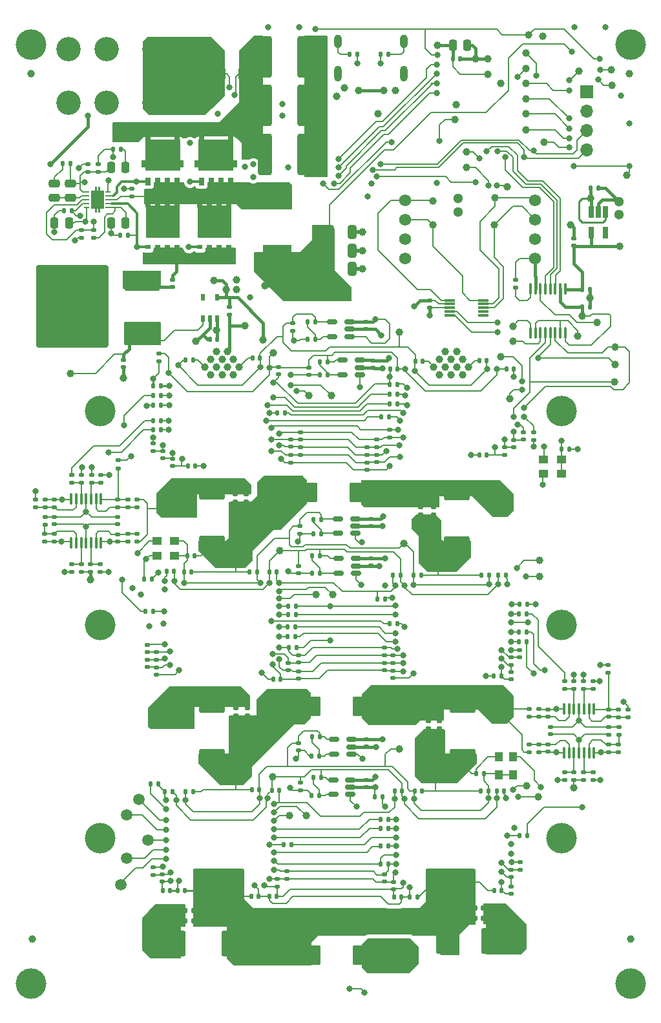
<source format=gbr>
%TF.GenerationSoftware,KiCad,Pcbnew,7.0.7*%
%TF.CreationDate,2023-11-02T18:15:07-06:00*%
%TF.ProjectId,bitaxeHex,62697461-7865-4486-9578-2e6b69636164,0.9*%
%TF.SameCoordinates,Original*%
%TF.FileFunction,Copper,L4,Bot*%
%TF.FilePolarity,Positive*%
%FSLAX46Y46*%
G04 Gerber Fmt 4.6, Leading zero omitted, Abs format (unit mm)*
G04 Created by KiCad (PCBNEW 7.0.7) date 2023-11-02 18:15:07*
%MOMM*%
%LPD*%
G01*
G04 APERTURE LIST*
G04 Aperture macros list*
%AMRoundRect*
0 Rectangle with rounded corners*
0 $1 Rounding radius*
0 $2 $3 $4 $5 $6 $7 $8 $9 X,Y pos of 4 corners*
0 Add a 4 corners polygon primitive as box body*
4,1,4,$2,$3,$4,$5,$6,$7,$8,$9,$2,$3,0*
0 Add four circle primitives for the rounded corners*
1,1,$1+$1,$2,$3*
1,1,$1+$1,$4,$5*
1,1,$1+$1,$6,$7*
1,1,$1+$1,$8,$9*
0 Add four rect primitives between the rounded corners*
20,1,$1+$1,$2,$3,$4,$5,0*
20,1,$1+$1,$4,$5,$6,$7,0*
20,1,$1+$1,$6,$7,$8,$9,0*
20,1,$1+$1,$8,$9,$2,$3,0*%
%AMFreePoly0*
4,1,45,-0.124646,1.700354,-0.124500,1.700000,-0.124500,1.200500,0.124500,1.200500,0.124500,1.700000,0.124646,1.700354,0.125000,1.700500,0.375000,1.700500,0.375354,1.700354,0.375500,1.700000,0.375500,1.200500,0.825000,1.200500,0.825354,1.200354,0.825500,1.200000,0.825500,-1.200000,0.825354,-1.200354,0.825000,-1.200500,0.375500,-1.200500,0.375500,-1.700000,0.375354,-1.700354,
0.375000,-1.700500,0.125000,-1.700500,0.124646,-1.700354,0.124500,-1.700000,0.124500,-1.200500,-0.124500,-1.200500,-0.124500,-1.700000,-0.124646,-1.700354,-0.125000,-1.700500,-0.375000,-1.700500,-0.375354,-1.700354,-0.375500,-1.700000,-0.375500,-1.200500,-0.825000,-1.200500,-0.825354,-1.200354,-0.825500,-1.200000,-0.825500,1.200000,-0.825354,1.200354,-0.825000,1.200500,-0.375500,1.200500,
-0.375500,1.700000,-0.375354,1.700354,-0.375000,1.700500,-0.125000,1.700500,-0.124646,1.700354,-0.124646,1.700354,$1*%
G04 Aperture macros list end*
%TA.AperFunction,ComponentPad*%
%ADD10C,3.200000*%
%TD*%
%TA.AperFunction,ComponentPad*%
%ADD11C,4.000000*%
%TD*%
%TA.AperFunction,ComponentPad*%
%ADD12C,1.574800*%
%TD*%
%TA.AperFunction,ComponentPad*%
%ADD13C,0.800000*%
%TD*%
%TA.AperFunction,ComponentPad*%
%ADD14R,1.700000X1.700000*%
%TD*%
%TA.AperFunction,ComponentPad*%
%ADD15O,1.700000X1.700000*%
%TD*%
%TA.AperFunction,ComponentPad*%
%ADD16O,1.000000X2.100000*%
%TD*%
%TA.AperFunction,ComponentPad*%
%ADD17O,1.000000X1.800000*%
%TD*%
%TA.AperFunction,SMDPad,CuDef*%
%ADD18RoundRect,0.135000X0.135000X0.185000X-0.135000X0.185000X-0.135000X-0.185000X0.135000X-0.185000X0*%
%TD*%
%TA.AperFunction,SMDPad,CuDef*%
%ADD19RoundRect,0.140000X0.170000X-0.140000X0.170000X0.140000X-0.170000X0.140000X-0.170000X-0.140000X0*%
%TD*%
%TA.AperFunction,SMDPad,CuDef*%
%ADD20RoundRect,0.250000X-0.325000X-0.650000X0.325000X-0.650000X0.325000X0.650000X-0.325000X0.650000X0*%
%TD*%
%TA.AperFunction,SMDPad,CuDef*%
%ADD21RoundRect,0.140000X-0.170000X0.140000X-0.170000X-0.140000X0.170000X-0.140000X0.170000X0.140000X0*%
%TD*%
%TA.AperFunction,SMDPad,CuDef*%
%ADD22RoundRect,0.140000X0.140000X0.170000X-0.140000X0.170000X-0.140000X-0.170000X0.140000X-0.170000X0*%
%TD*%
%TA.AperFunction,SMDPad,CuDef*%
%ADD23C,1.000000*%
%TD*%
%TA.AperFunction,SMDPad,CuDef*%
%ADD24RoundRect,0.135000X0.185000X-0.135000X0.185000X0.135000X-0.185000X0.135000X-0.185000X-0.135000X0*%
%TD*%
%TA.AperFunction,SMDPad,CuDef*%
%ADD25RoundRect,0.250000X0.475000X-0.250000X0.475000X0.250000X-0.475000X0.250000X-0.475000X-0.250000X0*%
%TD*%
%TA.AperFunction,SMDPad,CuDef*%
%ADD26RoundRect,0.250000X-0.875000X-1.025000X0.875000X-1.025000X0.875000X1.025000X-0.875000X1.025000X0*%
%TD*%
%TA.AperFunction,SMDPad,CuDef*%
%ADD27RoundRect,0.140000X-0.140000X-0.170000X0.140000X-0.170000X0.140000X0.170000X-0.140000X0.170000X0*%
%TD*%
%TA.AperFunction,SMDPad,CuDef*%
%ADD28RoundRect,0.150000X0.512500X0.150000X-0.512500X0.150000X-0.512500X-0.150000X0.512500X-0.150000X0*%
%TD*%
%TA.AperFunction,SMDPad,CuDef*%
%ADD29RoundRect,0.135000X-0.135000X-0.185000X0.135000X-0.185000X0.135000X0.185000X-0.135000X0.185000X0*%
%TD*%
%TA.AperFunction,SMDPad,CuDef*%
%ADD30RoundRect,0.250000X-0.650000X-2.450000X0.650000X-2.450000X0.650000X2.450000X-0.650000X2.450000X0*%
%TD*%
%TA.AperFunction,SMDPad,CuDef*%
%ADD31R,0.650000X1.560000*%
%TD*%
%TA.AperFunction,SMDPad,CuDef*%
%ADD32RoundRect,0.250000X-0.312500X-0.625000X0.312500X-0.625000X0.312500X0.625000X-0.312500X0.625000X0*%
%TD*%
%TA.AperFunction,SMDPad,CuDef*%
%ADD33RoundRect,0.135000X-0.185000X0.135000X-0.185000X-0.135000X0.185000X-0.135000X0.185000X0.135000X0*%
%TD*%
%TA.AperFunction,SMDPad,CuDef*%
%ADD34C,1.500000*%
%TD*%
%TA.AperFunction,SMDPad,CuDef*%
%ADD35RoundRect,0.100000X0.100000X-0.637500X0.100000X0.637500X-0.100000X0.637500X-0.100000X-0.637500X0*%
%TD*%
%TA.AperFunction,SMDPad,CuDef*%
%ADD36R,0.558800X0.952500*%
%TD*%
%TA.AperFunction,SMDPad,CuDef*%
%ADD37R,3.700000X2.420000*%
%TD*%
%TA.AperFunction,SMDPad,CuDef*%
%ADD38RoundRect,0.250000X0.250000X0.475000X-0.250000X0.475000X-0.250000X-0.475000X0.250000X-0.475000X0*%
%TD*%
%TA.AperFunction,SMDPad,CuDef*%
%ADD39R,0.762000X0.990600*%
%TD*%
%TA.AperFunction,SMDPad,CuDef*%
%ADD40R,1.300000X1.100000*%
%TD*%
%TA.AperFunction,SMDPad,CuDef*%
%ADD41R,1.400000X0.300000*%
%TD*%
%TA.AperFunction,SMDPad,CuDef*%
%ADD42RoundRect,0.250000X-0.362500X-1.425000X0.362500X-1.425000X0.362500X1.425000X-0.362500X1.425000X0*%
%TD*%
%TA.AperFunction,SMDPad,CuDef*%
%ADD43RoundRect,0.250000X-0.250000X-0.475000X0.250000X-0.475000X0.250000X0.475000X-0.250000X0.475000X0*%
%TD*%
%TA.AperFunction,SMDPad,CuDef*%
%ADD44R,0.650000X0.630000*%
%TD*%
%TA.AperFunction,SMDPad,CuDef*%
%ADD45R,4.500000X4.300000*%
%TD*%
%TA.AperFunction,SMDPad,CuDef*%
%ADD46RoundRect,0.250000X1.425000X-0.362500X1.425000X0.362500X-1.425000X0.362500X-1.425000X-0.362500X0*%
%TD*%
%TA.AperFunction,SMDPad,CuDef*%
%ADD47RoundRect,0.250000X0.362500X1.425000X-0.362500X1.425000X-0.362500X-1.425000X0.362500X-1.425000X0*%
%TD*%
%TA.AperFunction,SMDPad,CuDef*%
%ADD48R,1.100000X1.300000*%
%TD*%
%TA.AperFunction,SMDPad,CuDef*%
%ADD49RoundRect,0.250000X2.050000X0.300000X-2.050000X0.300000X-2.050000X-0.300000X2.050000X-0.300000X0*%
%TD*%
%TA.AperFunction,SMDPad,CuDef*%
%ADD50RoundRect,0.250000X2.025000X2.375000X-2.025000X2.375000X-2.025000X-2.375000X2.025000X-2.375000X0*%
%TD*%
%TA.AperFunction,SMDPad,CuDef*%
%ADD51RoundRect,0.250002X4.449998X5.149998X-4.449998X5.149998X-4.449998X-5.149998X4.449998X-5.149998X0*%
%TD*%
%TA.AperFunction,SMDPad,CuDef*%
%ADD52RoundRect,0.050000X-0.250000X-0.070000X0.250000X-0.070000X0.250000X0.070000X-0.250000X0.070000X0*%
%TD*%
%TA.AperFunction,ComponentPad*%
%ADD53C,0.400000*%
%TD*%
%TA.AperFunction,SMDPad,CuDef*%
%ADD54FreePoly0,0.000000*%
%TD*%
%TA.AperFunction,ViaPad*%
%ADD55C,1.000000*%
%TD*%
%TA.AperFunction,ViaPad*%
%ADD56C,0.800000*%
%TD*%
%TA.AperFunction,ViaPad*%
%ADD57C,1.300000*%
%TD*%
%TA.AperFunction,Conductor*%
%ADD58C,0.400000*%
%TD*%
%TA.AperFunction,Conductor*%
%ADD59C,0.200000*%
%TD*%
%TA.AperFunction,Conductor*%
%ADD60C,0.500000*%
%TD*%
%TA.AperFunction,Conductor*%
%ADD61C,0.254000*%
%TD*%
%TA.AperFunction,Conductor*%
%ADD62C,0.300000*%
%TD*%
G04 APERTURE END LIST*
%TA.AperFunction,EtchedComponent*%
%TO.C,Q3*%
G36*
X79486000Y-64188293D02*
G01*
X79980995Y-64188293D01*
X79980995Y-65093293D01*
X79486000Y-65093293D01*
X79486000Y-65518293D01*
X74914000Y-65518293D01*
X74914000Y-65093293D01*
X74419005Y-65093293D01*
X74419005Y-64188293D01*
X74914000Y-64188293D01*
X74914000Y-61463293D01*
X79486000Y-61463293D01*
X79486000Y-64188293D01*
G37*
%TD.AperFunction*%
%TA.AperFunction,EtchedComponent*%
%TO.C,Q1*%
G36*
X72486000Y-64200000D02*
G01*
X72980995Y-64200000D01*
X72980995Y-65105000D01*
X72486000Y-65105000D01*
X72486000Y-65530000D01*
X67914000Y-65530000D01*
X67914000Y-65105000D01*
X67419005Y-65105000D01*
X67419005Y-64200000D01*
X67914000Y-64200000D01*
X67914000Y-61475000D01*
X72486000Y-61475000D01*
X72486000Y-64200000D01*
G37*
%TD.AperFunction*%
%TD*%
D10*
%TO.P,J2,1,Pin_1*%
%TO.N,GND*%
X62900000Y-56586000D03*
X62900000Y-49586000D03*
X57900000Y-56586000D03*
X57900000Y-49586000D03*
%TD*%
D11*
%TO.P,H1,*%
%TO.N,*%
X52970000Y-49020000D03*
%TD*%
D10*
%TO.P,J1,1,Pin_1*%
%TO.N,/Power/VIN*%
X74128000Y-56586000D03*
X74128000Y-49586000D03*
X69128000Y-56586000D03*
X69128000Y-49586000D03*
%TD*%
D12*
%TO.P,J6,1,Pin_1*%
%TO.N,GND*%
X119000000Y-77000000D03*
%TO.P,J6,2,Pin_2*%
%TO.N,/5V*%
X119000000Y-74460000D03*
%TO.P,J6,3,Pin_3*%
%TO.N,/Fan/FAN2_TACH*%
X119000000Y-71920000D03*
%TO.P,J6,4,Pin_4*%
%TO.N,/Fan/FAN2_PWM*%
X119000000Y-69380000D03*
%TD*%
D11*
%TO.P,H4,*%
%TO.N,*%
X131500000Y-172000000D03*
%TD*%
D13*
%TO.P,SW2,1*%
%TO.N,GND*%
X124175000Y-46700000D03*
X128225000Y-46700000D03*
%TD*%
D12*
%TO.P,J5,1,Pin_1*%
%TO.N,GND*%
X102000000Y-77000000D03*
%TO.P,J5,2,Pin_2*%
%TO.N,/5V*%
X102000000Y-74460000D03*
%TO.P,J5,3,Pin_3*%
%TO.N,/Fan/FAN1_TACH*%
X102000000Y-71920000D03*
%TO.P,J5,4,Pin_4*%
%TO.N,/Fan/FAN1_PWM*%
X102000000Y-69380000D03*
%TD*%
D13*
%TO.P,SW1,1*%
%TO.N,GND*%
X84075000Y-46700000D03*
X88125000Y-46700000D03*
%TD*%
D11*
%TO.P,H8,*%
%TO.N,*%
X122500000Y-125000000D03*
%TD*%
%TO.P,H7,*%
%TO.N,*%
X62000000Y-125000000D03*
%TD*%
%TO.P,H10,*%
%TO.N,*%
X122500000Y-153000000D03*
%TD*%
%TO.P,H6,*%
%TO.N,*%
X122500000Y-97000000D03*
%TD*%
%TO.P,H5,*%
%TO.N,*%
X62000000Y-97000000D03*
%TD*%
D14*
%TO.P,J7,1,Pin_1*%
%TO.N,GND*%
X125800000Y-55200000D03*
D15*
%TO.P,J7,2,Pin_2*%
%TO.N,/3V3*%
X125800000Y-57740000D03*
%TO.P,J7,3,Pin_3*%
%TO.N,/SCL*%
X125800000Y-60280000D03*
%TO.P,J7,4,Pin_4*%
%TO.N,/SDA*%
X125800000Y-62820000D03*
%TD*%
D16*
%TO.P,J4,S1,SHIELD*%
%TO.N,GND*%
X101830000Y-52800000D03*
D17*
X101830000Y-48620000D03*
D16*
X93190000Y-52800000D03*
D17*
X93190000Y-48620000D03*
%TD*%
D11*
%TO.P,H2,*%
%TO.N,*%
X131500000Y-49020000D03*
%TD*%
%TO.P,H3,*%
%TO.N,*%
X53000000Y-172000000D03*
%TD*%
%TO.P,H9,*%
%TO.N,*%
X62000000Y-153000000D03*
%TD*%
D18*
%TO.P,R36,1*%
%TO.N,Net-(U16-NRSTO)*%
X70010000Y-99500000D03*
%TO.P,R36,2*%
%TO.N,/BM1366-1/NRSTO*%
X68990000Y-99500000D03*
%TD*%
D19*
%TO.P,C48,1*%
%TO.N,Net-(U13-VDD1_1)*%
X98250000Y-103730000D03*
%TO.P,C48,2*%
%TO.N,Net-(U13-VDD2_1)*%
X98250000Y-102770000D03*
%TD*%
D20*
%TO.P,C21,1*%
%TO.N,/VDD*%
X92125000Y-76000000D03*
%TO.P,C21,2*%
%TO.N,GND*%
X95075000Y-76000000D03*
%TD*%
D21*
%TO.P,C44,1*%
%TO.N,/5V*%
X97800000Y-90420000D03*
%TO.P,C44,2*%
%TO.N,GND*%
X97800000Y-91380000D03*
%TD*%
D22*
%TO.P,C104,1*%
%TO.N,/BM1366-2/0V8*%
X71680000Y-118000000D03*
%TO.P,C104,2*%
%TO.N,/BM1366-1/VDD1*%
X70720000Y-118000000D03*
%TD*%
D19*
%TO.P,C97,1*%
%TO.N,/BM1366-2/VDD2*%
X69400000Y-131580000D03*
%TO.P,C97,2*%
%TO.N,Net-(U22-VDD3_1)*%
X69400000Y-130620000D03*
%TD*%
D23*
%TO.P,TP33,1,1*%
%TO.N,Net-(U24-ADDR0)*%
X119400000Y-147600000D03*
%TD*%
D24*
%TO.P,R63,1*%
%TO.N,Net-(U18C--)*%
X53600000Y-109610000D03*
%TO.P,R63,2*%
%TO.N,GND*%
X53600000Y-108590000D03*
%TD*%
D25*
%TO.P,C7,1*%
%TO.N,Net-(U4-COMP)*%
X58099000Y-69088000D03*
%TO.P,C7,2*%
%TO.N,/Power/OUT0*%
X58099000Y-67188000D03*
%TD*%
D23*
%TO.P,TP4,1,1*%
%TO.N,/VDD*%
X83600000Y-80600000D03*
%TD*%
D26*
%TO.P,C150,1*%
%TO.N,/VDD*%
X89800000Y-168300000D03*
%TO.P,C150,2*%
%TO.N,/BM1366-2/VDD2*%
X96200000Y-168300000D03*
%TD*%
D24*
%TO.P,R7,1*%
%TO.N,/3V3*%
X59600000Y-74310000D03*
%TO.P,R7,2*%
%TO.N,/Power/PGOOD*%
X59600000Y-73290000D03*
%TD*%
D27*
%TO.P,C147,1*%
%TO.N,/VDD*%
X111220000Y-162100000D03*
%TO.P,C147,2*%
%TO.N,/BM1366-2/VDD2*%
X112180000Y-162100000D03*
%TD*%
D19*
%TO.P,C122,1*%
%TO.N,Net-(U24-VDD2_1)*%
X100500000Y-159660000D03*
%TO.P,C122,2*%
%TO.N,Net-(U24-VDD3_1)*%
X100500000Y-158700000D03*
%TD*%
D28*
%TO.P,U25,1,VIN*%
%TO.N,/5V*%
X94837500Y-145350000D03*
%TO.P,U25,2,GND*%
%TO.N,/BM1366-2/VDD2*%
X94837500Y-146300000D03*
%TO.P,U25,3,EN*%
%TO.N,/5V*%
X94837500Y-147250000D03*
%TO.P,U25,4,ADJ*%
%TO.N,Net-(U25-ADJ)*%
X92562500Y-147250000D03*
%TO.P,U25,5,VOUT*%
%TO.N,/BM1366-3/0V8*%
X92562500Y-145350000D03*
%TD*%
D24*
%TO.P,R50,1*%
%TO.N,/BM1366-2/CI2*%
X65630000Y-114130000D03*
%TO.P,R50,2*%
%TO.N,Net-(U18A--)*%
X65630000Y-113110000D03*
%TD*%
D23*
%TO.P,TP35,1,1*%
%TO.N,/BM1366-3/0V8*%
X84600000Y-144900000D03*
%TD*%
%TO.P,TP11,1,1*%
%TO.N,Net-(U7-B4)*%
X127100000Y-85400000D03*
%TD*%
D29*
%TO.P,R54,1*%
%TO.N,/BM1366-1/VDD1*%
X89790000Y-118300000D03*
%TO.P,R54,2*%
%TO.N,Net-(U20-ADJ)*%
X90810000Y-118300000D03*
%TD*%
D19*
%TO.P,C83,1*%
%TO.N,Net-(U19-VDD2_1)*%
X86700000Y-130980000D03*
%TO.P,C83,2*%
%TO.N,Net-(U19-VDD1_1)*%
X86700000Y-130020000D03*
%TD*%
D22*
%TO.P,C60,1*%
%TO.N,/BM1366-1/VDD1*%
X74480000Y-104200000D03*
%TO.P,C60,2*%
%TO.N,Net-(U16-VDD1_1)*%
X73520000Y-104200000D03*
%TD*%
D30*
%TO.P,C1,1*%
%TO.N,/Power/VIN_M*%
X83650000Y-50600000D03*
%TO.P,C1,2*%
%TO.N,GND*%
X88750000Y-50600000D03*
%TD*%
D23*
%TO.P,TP50,1,1*%
%TO.N,Net-(U9-GPIO38{slash}FSPIWP{slash}SUBSPIWP)*%
X117800000Y-56100000D03*
%TD*%
D19*
%TO.P,C123,1*%
%TO.N,Net-(U24-VDD3_1)*%
X99300000Y-158660000D03*
%TO.P,C123,2*%
%TO.N,/BM1366-2/VDD2*%
X99300000Y-157700000D03*
%TD*%
D24*
%TO.P,R103,1*%
%TO.N,Net-(U23D--)*%
X131180000Y-137130000D03*
%TO.P,R103,2*%
%TO.N,/BM1366-1/VDD1*%
X131180000Y-136110000D03*
%TD*%
D23*
%TO.P,TP31,1,1*%
%TO.N,Net-(U22-ADDR0)*%
X90300000Y-121100000D03*
%TD*%
D18*
%TO.P,R92,1*%
%TO.N,Net-(U24-RI)*%
X87110000Y-153800000D03*
%TO.P,R92,2*%
%TO.N,Net-(U27-RO)*%
X86090000Y-153800000D03*
%TD*%
D24*
%TO.P,R93,1*%
%TO.N,Net-(U23C--)*%
X118230000Y-137100000D03*
%TO.P,R93,2*%
%TO.N,/BM1366-1/VDD1*%
X118230000Y-136080000D03*
%TD*%
D23*
%TO.P,TP22,1,1*%
%TO.N,Net-(U13-ADDR1)*%
X114500000Y-89900000D03*
%TD*%
D31*
%TO.P,U5,1,VIN*%
%TO.N,/3V3*%
X126350000Y-70950000D03*
%TO.P,U5,2,GND*%
%TO.N,GND*%
X127300000Y-70950000D03*
%TO.P,U5,3,EN*%
%TO.N,/3V3*%
X128250000Y-70950000D03*
%TO.P,U5,4,NC*%
%TO.N,unconnected-(U5-NC-Pad4)*%
X128250000Y-73650000D03*
%TO.P,U5,5,VOUT*%
%TO.N,/1V8*%
X126350000Y-73650000D03*
%TD*%
D21*
%TO.P,C136,1*%
%TO.N,/BM1366-1/VDD1*%
X128680000Y-138440000D03*
%TO.P,C136,2*%
%TO.N,/VDD*%
X128680000Y-139400000D03*
%TD*%
%TO.P,C72,1*%
%TO.N,Net-(U18A--)*%
X64330000Y-113160000D03*
%TO.P,C72,2*%
%TO.N,/BM1366-2/CI2*%
X64330000Y-114120000D03*
%TD*%
D22*
%TO.P,C58,1*%
%TO.N,/BM1366-1/1V2*%
X82980000Y-90100000D03*
%TO.P,C58,2*%
%TO.N,GND*%
X82020000Y-90100000D03*
%TD*%
D32*
%TO.P,R1,1*%
%TO.N,/Power/VIN*%
X77837500Y-52800000D03*
%TO.P,R1,2*%
%TO.N,/Power/VIN_M*%
X80762500Y-52800000D03*
%TD*%
D33*
%TO.P,R65,1*%
%TO.N,/BM1366-1/BO*%
X58300000Y-105377500D03*
%TO.P,R65,2*%
%TO.N,Net-(U18C-+)*%
X58300000Y-106397500D03*
%TD*%
D19*
%TO.P,C3,1*%
%TO.N,/Power/VIN_M*%
X71500000Y-80780000D03*
%TO.P,C3,2*%
%TO.N,GND*%
X71500000Y-79820000D03*
%TD*%
D21*
%TO.P,C79,1*%
%TO.N,/BM1366-2/1V2*%
X88200000Y-112120000D03*
%TO.P,C79,2*%
%TO.N,/BM1366-1/VDD1*%
X88200000Y-113080000D03*
%TD*%
D22*
%TO.P,C82,1*%
%TO.N,/BM1366-2/0V8*%
X101380000Y-118500000D03*
%TO.P,C82,2*%
%TO.N,/BM1366-1/VDD1*%
X100420000Y-118500000D03*
%TD*%
D27*
%TO.P,C27,1*%
%TO.N,/3V3*%
X125220000Y-83400000D03*
%TO.P,C27,2*%
%TO.N,GND*%
X126180000Y-83400000D03*
%TD*%
D23*
%TO.P,TP21,1,1*%
%TO.N,Net-(U13-ADDR0)*%
X115700000Y-95400000D03*
%TD*%
D22*
%TO.P,C43,1*%
%TO.N,Net-(U13-VDD1_0)*%
X112680000Y-102800000D03*
%TO.P,C43,2*%
%TO.N,/BM1366-1/VDD1*%
X111720000Y-102800000D03*
%TD*%
D18*
%TO.P,R70,1*%
%TO.N,Net-(U19-NRSTI)*%
X87710000Y-122600000D03*
%TO.P,R70,2*%
%TO.N,Net-(U22-NRSTO)*%
X86690000Y-122600000D03*
%TD*%
D23*
%TO.P,TP15,1,1*%
%TO.N,/ESP32/P_RX*%
X129100000Y-54300000D03*
%TD*%
D18*
%TO.P,R91,1*%
%TO.N,/BM1366-2/VDD2*%
X99810000Y-156400000D03*
%TO.P,R91,2*%
%TO.N,Net-(U24-NRSTO)*%
X98790000Y-156400000D03*
%TD*%
%TO.P,R37,1*%
%TO.N,Net-(U16-CO)*%
X70010000Y-95000000D03*
%TO.P,R37,2*%
%TO.N,/BM1366-1/CO*%
X68990000Y-95000000D03*
%TD*%
D19*
%TO.P,C50,1*%
%TO.N,Net-(U13-VDD2_1)*%
X97000000Y-102730000D03*
%TO.P,C50,2*%
%TO.N,Net-(U13-VDD3_1)*%
X97000000Y-101770000D03*
%TD*%
%TO.P,C105,1*%
%TO.N,Net-(U22-VDD1_1)*%
X68200000Y-128600000D03*
%TO.P,C105,2*%
%TO.N,/BM1366-1/VDD1*%
X68200000Y-127640000D03*
%TD*%
D34*
%TO.P,TP42,1,1*%
%TO.N,/BM1366-3/CLKO3*%
X65500000Y-149900000D03*
%TD*%
D23*
%TO.P,TP10,1,1*%
%TO.N,Net-(U7-A4)*%
X116100000Y-87900000D03*
%TD*%
D18*
%TO.P,R38,1*%
%TO.N,Net-(U13-INV_CLKO)*%
X101010000Y-93570000D03*
%TO.P,R38,2*%
%TO.N,GND*%
X99990000Y-93570000D03*
%TD*%
D35*
%TO.P,U7,1,DIR1*%
%TO.N,/3V3*%
X122975000Y-86762500D03*
%TO.P,U7,2,DIR2*%
%TO.N,GND*%
X122325000Y-86762500D03*
%TO.P,U7,3,A1*%
%TO.N,/RO*%
X121675000Y-86762500D03*
%TO.P,U7,4,A2*%
%TO.N,/CI*%
X121025000Y-86762500D03*
%TO.P,U7,5,A3*%
%TO.N,/NRSTI*%
X120375000Y-86762500D03*
%TO.P,U7,6,A4*%
%TO.N,Net-(U7-A4)*%
X119725000Y-86762500D03*
%TO.P,U7,7,DIR3*%
%TO.N,GND*%
X119075000Y-86762500D03*
%TO.P,U7,8,DIR4*%
%TO.N,Net-(U7-DIR4)*%
X118425000Y-86762500D03*
%TO.P,U7,9,OE*%
%TO.N,Net-(U7-OE)*%
X118425000Y-81037500D03*
%TO.P,U7,10,GND*%
%TO.N,GND*%
X119075000Y-81037500D03*
%TO.P,U7,11,B4*%
%TO.N,Net-(U7-B4)*%
X119725000Y-81037500D03*
%TO.P,U7,12,B3*%
%TO.N,/ESP32/ASIC_RST*%
X120375000Y-81037500D03*
%TO.P,U7,13,B2*%
%TO.N,/ESP32/ESP32_TX*%
X121025000Y-81037500D03*
%TO.P,U7,14,B1*%
%TO.N,/ESP32/ESP32_RX*%
X121675000Y-81037500D03*
%TO.P,U7,15,VCCB*%
%TO.N,/3V3*%
X122325000Y-81037500D03*
%TO.P,U7,16,VCCA*%
%TO.N,/1V8*%
X122975000Y-81037500D03*
%TD*%
D22*
%TO.P,C133,1*%
%TO.N,Net-(U27-VDD1_1)*%
X71160000Y-159800000D03*
%TO.P,C133,2*%
%TO.N,Net-(U27-VDD2_1)*%
X70200000Y-159800000D03*
%TD*%
D18*
%TO.P,R67,1*%
%TO.N,Net-(U19-BI)*%
X87710000Y-123700000D03*
%TO.P,R67,2*%
%TO.N,Net-(U22-BO)*%
X86690000Y-123700000D03*
%TD*%
D21*
%TO.P,C102,1*%
%TO.N,GND*%
X64330000Y-110890000D03*
%TO.P,C102,2*%
%TO.N,/BM1366-2/VDD2*%
X64330000Y-111850000D03*
%TD*%
D19*
%TO.P,C81,1*%
%TO.N,Net-(U19-VDD3_1)*%
X88000000Y-132080000D03*
%TO.P,C81,2*%
%TO.N,Net-(U19-VDD2_1)*%
X88000000Y-131120000D03*
%TD*%
D28*
%TO.P,U15,1,VIN*%
%TO.N,/5V*%
X94737500Y-85350000D03*
%TO.P,U15,2,GND*%
%TO.N,GND*%
X94737500Y-86300000D03*
%TO.P,U15,3,EN*%
%TO.N,/5V*%
X94737500Y-87250000D03*
%TO.P,U15,4,ADJ*%
%TO.N,Net-(U15-ADJ)*%
X92462500Y-87250000D03*
%TO.P,U15,5,VOUT*%
%TO.N,/BM1366-1/1V2*%
X92462500Y-85350000D03*
%TD*%
D19*
%TO.P,C139,1*%
%TO.N,Net-(U27-VDD3_1)*%
X68980000Y-157780000D03*
%TO.P,C139,2*%
%TO.N,/BM1366-2/VDD2*%
X68980000Y-156820000D03*
%TD*%
D21*
%TO.P,C74,1*%
%TO.N,/5V*%
X97500000Y-116320000D03*
%TO.P,C74,2*%
%TO.N,/BM1366-1/VDD1*%
X97500000Y-117280000D03*
%TD*%
%TO.P,C56,1*%
%TO.N,/BM1366-1/0V8*%
X85400000Y-91270000D03*
%TO.P,C56,2*%
%TO.N,GND*%
X85400000Y-92230000D03*
%TD*%
D33*
%TO.P,R95,1*%
%TO.N,/BM1366-2/BO*%
X122880000Y-132400000D03*
%TO.P,R95,2*%
%TO.N,Net-(U23C-+)*%
X122880000Y-133420000D03*
%TD*%
D18*
%TO.P,R6,1*%
%TO.N,Net-(Q2-G)*%
X65710000Y-74000000D03*
%TO.P,R6,2*%
%TO.N,GND*%
X64690000Y-74000000D03*
%TD*%
%TO.P,R61,1*%
%TO.N,Net-(U19-RO)*%
X101010000Y-124900000D03*
%TO.P,R61,2*%
%TO.N,Net-(U22-RI)*%
X99990000Y-124900000D03*
%TD*%
%TO.P,R23,1*%
%TO.N,Net-(U24-INV_CLKO)*%
X99050000Y-147580000D03*
%TO.P,R23,2*%
%TO.N,/BM1366-2/VDD2*%
X98030000Y-147580000D03*
%TD*%
D21*
%TO.P,C65,1*%
%TO.N,/BM1366-1/0V8*%
X69750000Y-89500000D03*
%TO.P,C65,2*%
%TO.N,GND*%
X69750000Y-90460000D03*
%TD*%
D23*
%TO.P,TP49,1,1*%
%TO.N,Net-(U9-SPIDQS{slash}GPIO37{slash}FSPIQ{slash}SUBSPIQ)*%
X117800000Y-58100000D03*
%TD*%
D19*
%TO.P,C99,1*%
%TO.N,Net-(U22-VDD3_1)*%
X68200000Y-130580000D03*
%TO.P,C99,2*%
%TO.N,Net-(U22-VDD2_1)*%
X68200000Y-129620000D03*
%TD*%
D23*
%TO.P,TP59,1,1*%
%TO.N,Net-(U9-GPIO14{slash}TOUCH14{slash}ADC2_CH3{slash}FSPIWP{slash}FSPIDQS{slash}SUBSPIWP)*%
X110000000Y-63100000D03*
%TD*%
D21*
%TO.P,C78,1*%
%TO.N,/BM1366-2/0V8*%
X88000000Y-117320000D03*
%TO.P,C78,2*%
%TO.N,/BM1366-1/VDD1*%
X88000000Y-118280000D03*
%TD*%
D29*
%TO.P,R32,1*%
%TO.N,Net-(U27-INV_CLKO)*%
X68610000Y-145870000D03*
%TO.P,R32,2*%
%TO.N,/BM1366-2/VDD2*%
X69630000Y-145870000D03*
%TD*%
D21*
%TO.P,C121,1*%
%TO.N,/BM1366-3/1V2*%
X88000000Y-140520000D03*
%TO.P,C121,2*%
%TO.N,/BM1366-2/VDD2*%
X88000000Y-141480000D03*
%TD*%
%TO.P,C55,1*%
%TO.N,Net-(U13-VDD3_1)*%
X87000000Y-100750000D03*
%TO.P,C55,2*%
%TO.N,Net-(U13-VDD2_1)*%
X87000000Y-101710000D03*
%TD*%
D23*
%TO.P,TP1,1,1*%
%TO.N,/5V*%
X58100000Y-92100000D03*
%TD*%
D21*
%TO.P,C103,1*%
%TO.N,GND*%
X56030000Y-110880000D03*
%TO.P,C103,2*%
%TO.N,/BM1366-2/VDD2*%
X56030000Y-111840000D03*
%TD*%
D34*
%TO.P,TP40,1,1*%
%TO.N,/BM1366-3/BO3*%
X65500000Y-155600000D03*
%TD*%
D21*
%TO.P,C13,1*%
%TO.N,/3V3*%
X79000000Y-83420000D03*
%TO.P,C13,2*%
%TO.N,GND*%
X79000000Y-84380000D03*
%TD*%
%TO.P,C57,1*%
%TO.N,Net-(U13-VDD2_1)*%
X88250000Y-101790000D03*
%TO.P,C57,2*%
%TO.N,Net-(U13-VDD1_1)*%
X88250000Y-102750000D03*
%TD*%
D19*
%TO.P,C96,1*%
%TO.N,Net-(U18D--)*%
X64330000Y-109600000D03*
%TO.P,C96,2*%
%TO.N,Net-(C96-Pad2)*%
X64330000Y-108640000D03*
%TD*%
D33*
%TO.P,R75,1*%
%TO.N,Net-(C96-Pad2)*%
X65630000Y-108610000D03*
%TO.P,R75,2*%
%TO.N,Net-(U18D--)*%
X65630000Y-109630000D03*
%TD*%
D19*
%TO.P,C94,1*%
%TO.N,/BM1366-2/VDD2*%
X79800000Y-136880000D03*
%TO.P,C94,2*%
%TO.N,/BM1366-1/VDD1*%
X79800000Y-135920000D03*
%TD*%
D23*
%TO.P,FID2,*%
%TO.N,*%
X53100000Y-166200000D03*
%TD*%
D22*
%TO.P,C138,1*%
%TO.N,/BM1366-3/0V8*%
X71480000Y-146900000D03*
%TO.P,C138,2*%
%TO.N,/BM1366-2/VDD2*%
X70520000Y-146900000D03*
%TD*%
%TO.P,C116,1*%
%TO.N,/VDD*%
X103580000Y-160700000D03*
%TO.P,C116,2*%
%TO.N,Net-(U24-VDD1_1)*%
X102620000Y-160700000D03*
%TD*%
D29*
%TO.P,R55,1*%
%TO.N,/BM1366-1/VDD1*%
X89990000Y-113100000D03*
%TO.P,R55,2*%
%TO.N,Net-(U21-ADJ)*%
X91010000Y-113100000D03*
%TD*%
D18*
%TO.P,R39,1*%
%TO.N,Net-(U16-BO)*%
X70010000Y-98250000D03*
%TO.P,R39,2*%
%TO.N,/BM1366-1/BO*%
X68990000Y-98250000D03*
%TD*%
D23*
%TO.P,TP53,1,1*%
%TO.N,Net-(U9-MTDI{slash}GPIO41{slash}CLK_OUT1)*%
X117800000Y-50100000D03*
%TD*%
D22*
%TO.P,C109,1*%
%TO.N,/BM1366-3/1V2*%
X112880000Y-146800000D03*
%TO.P,C109,2*%
%TO.N,/BM1366-2/VDD2*%
X111920000Y-146800000D03*
%TD*%
%TO.P,C128,1*%
%TO.N,Net-(U24-VDD2_1)*%
X85180000Y-160620000D03*
%TO.P,C128,2*%
%TO.N,Net-(U24-VDD1_1)*%
X84220000Y-160620000D03*
%TD*%
D19*
%TO.P,C141,1*%
%TO.N,/BM1366-1/VDD1*%
X81200000Y-108880000D03*
%TO.P,C141,2*%
%TO.N,GND*%
X81200000Y-107920000D03*
%TD*%
D21*
%TO.P,C86,1*%
%TO.N,Net-(U19-VDD1_1)*%
X100400000Y-129040000D03*
%TO.P,C86,2*%
%TO.N,Net-(U19-VDD2_1)*%
X100400000Y-130000000D03*
%TD*%
D23*
%TO.P,TP2,1,1*%
%TO.N,/3V3*%
X76900000Y-79900000D03*
%TD*%
D35*
%TO.P,U23,1*%
%TO.N,/BM1366-3/CI3*%
X126730000Y-141762500D03*
%TO.P,U23,2,-*%
%TO.N,Net-(U23A--)*%
X126080000Y-141762500D03*
%TO.P,U23,3,+*%
%TO.N,Net-(U23A-+)*%
X125430000Y-141762500D03*
%TO.P,U23,4,V+*%
%TO.N,/VDD*%
X124780000Y-141762500D03*
%TO.P,U23,5,+*%
%TO.N,Net-(U23B-+)*%
X124130000Y-141762500D03*
%TO.P,U23,6,-*%
%TO.N,Net-(U23B--)*%
X123480000Y-141762500D03*
%TO.P,U23,7*%
%TO.N,/BM1366-3/NRSTI3*%
X122830000Y-141762500D03*
%TO.P,U23,8*%
%TO.N,/BM1366-3/BI3*%
X122830000Y-136037500D03*
%TO.P,U23,9,-*%
%TO.N,Net-(U23C--)*%
X123480000Y-136037500D03*
%TO.P,U23,10,+*%
%TO.N,Net-(U23C-+)*%
X124130000Y-136037500D03*
%TO.P,U23,11,V-*%
%TO.N,/BM1366-1/VDD1*%
X124780000Y-136037500D03*
%TO.P,U23,12,+*%
%TO.N,Net-(U23D-+)*%
X125430000Y-136037500D03*
%TO.P,U23,13,-*%
%TO.N,Net-(U23D--)*%
X126080000Y-136037500D03*
%TO.P,U23,14*%
%TO.N,Net-(C131-Pad2)*%
X126730000Y-136037500D03*
%TD*%
%TO.P,U18,1*%
%TO.N,/BM1366-2/CI2*%
X62150000Y-114250000D03*
%TO.P,U18,2,-*%
%TO.N,Net-(U18A--)*%
X61500000Y-114250000D03*
%TO.P,U18,3,+*%
%TO.N,Net-(U18A-+)*%
X60850000Y-114250000D03*
%TO.P,U18,4,V+*%
%TO.N,/BM1366-2/VDD2*%
X60200000Y-114250000D03*
%TO.P,U18,5,+*%
%TO.N,Net-(U18B-+)*%
X59550000Y-114250000D03*
%TO.P,U18,6,-*%
%TO.N,Net-(U18B--)*%
X58900000Y-114250000D03*
%TO.P,U18,7*%
%TO.N,/BM1366-2/NRSTI2*%
X58250000Y-114250000D03*
%TO.P,U18,8*%
%TO.N,/BM1366-2/BI2*%
X58250000Y-108525000D03*
%TO.P,U18,9,-*%
%TO.N,Net-(U18C--)*%
X58900000Y-108525000D03*
%TO.P,U18,10,+*%
%TO.N,Net-(U18C-+)*%
X59550000Y-108525000D03*
%TO.P,U18,11,V-*%
%TO.N,GND*%
X60200000Y-108525000D03*
%TO.P,U18,12,+*%
%TO.N,Net-(U18D-+)*%
X60850000Y-108525000D03*
%TO.P,U18,13,-*%
%TO.N,Net-(U18D--)*%
X61500000Y-108525000D03*
%TO.P,U18,14*%
%TO.N,Net-(C96-Pad2)*%
X62150000Y-108525000D03*
%TD*%
D23*
%TO.P,TP44,1,1*%
%TO.N,/RO*%
X129500000Y-88600000D03*
%TD*%
D36*
%TO.P,U2,1,VIN*%
%TO.N,/5V*%
X77339800Y-84877950D03*
%TO.P,U2,2,GND*%
%TO.N,GND*%
X76400000Y-84877950D03*
%TO.P,U2,3,EN*%
%TO.N,/5V*%
X75460200Y-84877950D03*
%TO.P,U2,4,NC*%
%TO.N,unconnected-(U2-NC-Pad4)*%
X75460200Y-82122050D03*
%TO.P,U2,5,VOUT*%
%TO.N,/3V3*%
X77339800Y-82122050D03*
%TD*%
D24*
%TO.P,R10,1*%
%TO.N,/Power/OUT0*%
X60400000Y-65710000D03*
%TO.P,R10,2*%
%TO.N,GND*%
X60400000Y-64690000D03*
%TD*%
D27*
%TO.P,C151,1*%
%TO.N,/BM1366-2/VDD2*%
X111320000Y-144500000D03*
%TO.P,C151,2*%
%TO.N,/BM1366-3/1V2*%
X112280000Y-144500000D03*
%TD*%
D23*
%TO.P,TP26,1,1*%
%TO.N,Net-(U16-ADDR1)*%
X92300000Y-95000000D03*
%TD*%
D19*
%TO.P,C143,1*%
%TO.N,/BM1366-1/VDD1*%
X79700000Y-108880000D03*
%TO.P,C143,2*%
%TO.N,GND*%
X79700000Y-107920000D03*
%TD*%
D22*
%TO.P,C146,1*%
%TO.N,/VDD*%
X74180000Y-162500000D03*
%TO.P,C146,2*%
%TO.N,/BM1366-2/VDD2*%
X73220000Y-162500000D03*
%TD*%
D21*
%TO.P,C120,1*%
%TO.N,/BM1366-3/0V8*%
X88300000Y-145720000D03*
%TO.P,C120,2*%
%TO.N,/BM1366-2/VDD2*%
X88300000Y-146680000D03*
%TD*%
D23*
%TO.P,TP5,1,1*%
%TO.N,GND*%
X81000000Y-85800000D03*
%TD*%
D29*
%TO.P,R25,1*%
%TO.N,GND*%
X89190000Y-87600000D03*
%TO.P,R25,2*%
%TO.N,Net-(U15-ADJ)*%
X90210000Y-87600000D03*
%TD*%
D37*
%TO.P,L1,1,1*%
%TO.N,/Power/SW*%
X85200000Y-69180000D03*
%TO.P,L1,2,2*%
%TO.N,/VDD*%
X85200000Y-76420000D03*
%TD*%
D21*
%TO.P,C124,1*%
%TO.N,/BM1366-2/VDD2*%
X86500000Y-157320000D03*
%TO.P,C124,2*%
%TO.N,Net-(U24-VDD3_1)*%
X86500000Y-158280000D03*
%TD*%
D18*
%TO.P,R30,1*%
%TO.N,Net-(U13-BO)*%
X99910000Y-97800000D03*
%TO.P,R30,2*%
%TO.N,Net-(U16-BI)*%
X98890000Y-97800000D03*
%TD*%
D22*
%TO.P,C132,1*%
%TO.N,/VDD*%
X73160000Y-159800000D03*
%TO.P,C132,2*%
%TO.N,Net-(U27-VDD1_1)*%
X72200000Y-159800000D03*
%TD*%
D29*
%TO.P,R109,1*%
%TO.N,Net-(U24-RO)*%
X116990000Y-152600000D03*
%TO.P,R109,2*%
%TO.N,/BM1366-3/RO3*%
X118010000Y-152600000D03*
%TD*%
D21*
%TO.P,C108,1*%
%TO.N,Net-(U24-VDD3_0)*%
X115900000Y-157140000D03*
%TO.P,C108,2*%
%TO.N,Net-(U24-VDD2_0)*%
X115900000Y-158100000D03*
%TD*%
D27*
%TO.P,C68,1*%
%TO.N,/BM1366-2/0V8*%
X114220000Y-118500000D03*
%TO.P,C68,2*%
%TO.N,/BM1366-1/VDD1*%
X115180000Y-118500000D03*
%TD*%
D22*
%TO.P,C70,1*%
%TO.N,/BM1366-2/1V2*%
X112980000Y-118500000D03*
%TO.P,C70,2*%
%TO.N,/BM1366-1/VDD1*%
X112020000Y-118500000D03*
%TD*%
D29*
%TO.P,R19,1*%
%TO.N,GND*%
X94690000Y-50300000D03*
%TO.P,R19,2*%
%TO.N,Net-(J4-CC2)*%
X95710000Y-50300000D03*
%TD*%
D23*
%TO.P,TP34,1,1*%
%TO.N,Net-(U24-ADDR1)*%
X117900000Y-146100000D03*
%TD*%
D27*
%TO.P,C149,1*%
%TO.N,/VDD*%
X111220000Y-163500000D03*
%TO.P,C149,2*%
%TO.N,/BM1366-2/VDD2*%
X112180000Y-163500000D03*
%TD*%
D38*
%TO.P,C15,1*%
%TO.N,Net-(U4-BP)*%
X65350000Y-72400000D03*
%TO.P,C15,2*%
%TO.N,GND*%
X63450000Y-72400000D03*
%TD*%
D23*
%TO.P,TP32,1,1*%
%TO.N,Net-(U22-ADDR1)*%
X92500000Y-121100000D03*
%TD*%
D24*
%TO.P,R22,1*%
%TO.N,GND*%
X118800000Y-100810000D03*
%TO.P,R22,2*%
%TO.N,/BM1366-1/BI1*%
X118800000Y-99790000D03*
%TD*%
D23*
%TO.P,FID8,*%
%TO.N,*%
X131410000Y-52800000D03*
%TD*%
D33*
%TO.P,R105,1*%
%TO.N,/BM1366-3/RO3*%
X126630000Y-132400000D03*
%TO.P,R105,2*%
%TO.N,Net-(U23D-+)*%
X126630000Y-133420000D03*
%TD*%
D26*
%TO.P,C145,1*%
%TO.N,/BM1366-1/VDD1*%
X89400000Y-107700000D03*
%TO.P,C145,2*%
%TO.N,GND*%
X95800000Y-107700000D03*
%TD*%
D19*
%TO.P,C84,1*%
%TO.N,Net-(U19-VDD1_1)*%
X88000000Y-129980000D03*
%TO.P,C84,2*%
%TO.N,/BM1366-1/VDD1*%
X88000000Y-129020000D03*
%TD*%
D21*
%TO.P,C38,1*%
%TO.N,GND*%
X117500000Y-99790000D03*
%TO.P,C38,2*%
%TO.N,Net-(U13-VDD3_0)*%
X117500000Y-100750000D03*
%TD*%
D24*
%TO.P,R81,1*%
%TO.N,/BM1366-3/CI3*%
X129930000Y-141730000D03*
%TO.P,R81,2*%
%TO.N,Net-(U23A--)*%
X129930000Y-140710000D03*
%TD*%
D19*
%TO.P,C101,1*%
%TO.N,Net-(U22-VDD2_1)*%
X69400000Y-129580000D03*
%TO.P,C101,2*%
%TO.N,Net-(U22-VDD1_1)*%
X69400000Y-128620000D03*
%TD*%
D34*
%TO.P,TP43,1,1*%
%TO.N,/BM1366-3/CO3*%
X67100000Y-147900000D03*
%TD*%
D19*
%TO.P,C95,1*%
%TO.N,/BM1366-2/VDD2*%
X106500000Y-138580000D03*
%TO.P,C95,2*%
%TO.N,/BM1366-1/VDD1*%
X106500000Y-137620000D03*
%TD*%
D33*
%TO.P,R64,1*%
%TO.N,/BM1366-2/VDD2*%
X59600000Y-105390000D03*
%TO.P,R64,2*%
%TO.N,Net-(U18C-+)*%
X59600000Y-106410000D03*
%TD*%
D39*
%TO.P,Q3,1*%
%TO.N,/Power/SW*%
X79105000Y-66983294D03*
%TO.P,Q3,2*%
X77835000Y-66983294D03*
%TO.P,Q3,3,S*%
X76565000Y-66983294D03*
%TO.P,Q3,4,G*%
%TO.N,Net-(Q1-G)*%
X75295000Y-66983294D03*
%TO.P,Q3,5,D*%
%TO.N,/Power/VIN_M*%
X75295000Y-61488298D03*
X79105000Y-61488298D03*
%TD*%
D19*
%TO.P,C135,1*%
%TO.N,Net-(U27-VDD2_1)*%
X70180000Y-158680000D03*
%TO.P,C135,2*%
%TO.N,Net-(U27-VDD3_1)*%
X70180000Y-157720000D03*
%TD*%
D21*
%TO.P,C54,1*%
%TO.N,GND*%
X88250000Y-99790000D03*
%TO.P,C54,2*%
%TO.N,Net-(U13-VDD3_1)*%
X88250000Y-100750000D03*
%TD*%
D23*
%TO.P,TP20,1,1*%
%TO.N,/Fan/FAN2_PWM*%
X113800000Y-69100000D03*
%TD*%
D22*
%TO.P,C140,1*%
%TO.N,/BM1366-1/VDD1*%
X74380000Y-116000000D03*
%TO.P,C140,2*%
%TO.N,/BM1366-2/1V2*%
X73420000Y-116000000D03*
%TD*%
D20*
%TO.P,C20,1*%
%TO.N,/VDD*%
X92125000Y-73600000D03*
%TO.P,C20,2*%
%TO.N,GND*%
X95075000Y-73600000D03*
%TD*%
D23*
%TO.P,FID6,*%
%TO.N,*%
X52970000Y-52800000D03*
%TD*%
D18*
%TO.P,R97,1*%
%TO.N,Net-(U24-CLKO)*%
X99810000Y-151700000D03*
%TO.P,R97,2*%
%TO.N,Net-(U27-CLKI)*%
X98790000Y-151700000D03*
%TD*%
D23*
%TO.P,TP25,1,1*%
%TO.N,Net-(U16-ADDR0)*%
X89400000Y-95000000D03*
%TD*%
D24*
%TO.P,R84,1*%
%TO.N,/BM1366-2/NRSTO*%
X122880000Y-145400000D03*
%TO.P,R84,2*%
%TO.N,Net-(U23B-+)*%
X122880000Y-144380000D03*
%TD*%
D40*
%TO.P,U17,1,EN*%
%TO.N,/BM1366-1/1V2*%
X122450000Y-105250000D03*
%TO.P,U17,2,GND*%
%TO.N,GND*%
X120150000Y-105250000D03*
%TO.P,U17,3,OUT*%
%TO.N,/BM1366-1/CLKI1*%
X120150000Y-103350000D03*
%TO.P,U17,4,VIN*%
%TO.N,/BM1366-1/1V2*%
X122450000Y-103350000D03*
%TD*%
D33*
%TO.P,R44,1*%
%TO.N,Net-(U18A--)*%
X66880000Y-113110000D03*
%TO.P,R44,2*%
%TO.N,GND*%
X66880000Y-114130000D03*
%TD*%
D21*
%TO.P,C45,1*%
%TO.N,/5V*%
X96800000Y-85320000D03*
%TO.P,C45,2*%
%TO.N,GND*%
X96800000Y-86280000D03*
%TD*%
D24*
%TO.P,R83,1*%
%TO.N,/VDD*%
X124130000Y-145400000D03*
%TO.P,R83,2*%
%TO.N,Net-(U23B-+)*%
X124130000Y-144380000D03*
%TD*%
%TO.P,R72,1*%
%TO.N,Net-(U18D--)*%
X66880000Y-109630000D03*
%TO.P,R72,2*%
%TO.N,GND*%
X66880000Y-108610000D03*
%TD*%
D18*
%TO.P,R101,1*%
%TO.N,Net-(U24-CO)*%
X99810000Y-150500000D03*
%TO.P,R101,2*%
%TO.N,Net-(U27-CI)*%
X98790000Y-150500000D03*
%TD*%
D41*
%TO.P,U12,1,SMDATA*%
%TO.N,/SDA*%
X107800000Y-84500000D03*
%TO.P,U12,2,SMCLK*%
%TO.N,/SCL*%
X107800000Y-84000000D03*
%TO.P,U12,3,VDD*%
%TO.N,/3V3*%
X107800000Y-83500000D03*
%TO.P,U12,4,GND*%
%TO.N,GND*%
X107800000Y-83000000D03*
%TO.P,U12,5,PWM1*%
%TO.N,/Fan/FAN1_PWM*%
X107800000Y-82500000D03*
%TO.P,U12,6,TACH1*%
%TO.N,/Fan/FAN1_TACH*%
X112200000Y-82500000D03*
%TO.P,U12,7,PWM2*%
%TO.N,/Fan/FAN2_PWM*%
X112200000Y-83000000D03*
%TO.P,U12,8,TACH2*%
%TO.N,/Fan/FAN2_TACH*%
X112200000Y-83500000D03*
%TO.P,U12,9,CLK*%
%TO.N,unconnected-(U12-CLK-Pad9)*%
X112200000Y-84000000D03*
%TO.P,U12,10,\u002AALERT*%
%TO.N,unconnected-(U12-\u002AALERT-Pad10)*%
X112200000Y-84500000D03*
%TD*%
D18*
%TO.P,R96,1*%
%TO.N,Net-(U24-BO)*%
X99810000Y-154000000D03*
%TO.P,R96,2*%
%TO.N,Net-(U27-BI)*%
X98790000Y-154000000D03*
%TD*%
D27*
%TO.P,C46,1*%
%TO.N,/BM1366-1/1V2*%
X103320000Y-90500000D03*
%TO.P,C46,2*%
%TO.N,GND*%
X104280000Y-90500000D03*
%TD*%
D18*
%TO.P,R18,1*%
%TO.N,GND*%
X99810000Y-50300000D03*
%TO.P,R18,2*%
%TO.N,Net-(J4-CC1)*%
X98790000Y-50300000D03*
%TD*%
D42*
%TO.P,R99,1*%
%TO.N,/VDD*%
X106637500Y-166400000D03*
%TO.P,R99,2*%
%TO.N,/BM1366-2/VDD2*%
X112562500Y-166400000D03*
%TD*%
D18*
%TO.P,R28,1*%
%TO.N,/BM1366-1/1V2*%
X90210000Y-85300000D03*
%TO.P,R28,2*%
%TO.N,Net-(U15-ADJ)*%
X89190000Y-85300000D03*
%TD*%
D28*
%TO.P,U21,1,VIN*%
%TO.N,/5V*%
X95437500Y-111150000D03*
%TO.P,U21,2,GND*%
%TO.N,/BM1366-1/VDD1*%
X95437500Y-112100000D03*
%TO.P,U21,3,EN*%
%TO.N,/5V*%
X95437500Y-113050000D03*
%TO.P,U21,4,ADJ*%
%TO.N,Net-(U21-ADJ)*%
X93162500Y-113050000D03*
%TO.P,U21,5,VOUT*%
%TO.N,/BM1366-2/1V2*%
X93162500Y-111150000D03*
%TD*%
D21*
%TO.P,C114,1*%
%TO.N,/5V*%
X96900000Y-140020000D03*
%TO.P,C114,2*%
%TO.N,/BM1366-2/VDD2*%
X96900000Y-140980000D03*
%TD*%
D27*
%TO.P,C107,1*%
%TO.N,/BM1366-3/0V8*%
X114020000Y-146800000D03*
%TO.P,C107,2*%
%TO.N,/BM1366-2/VDD2*%
X114980000Y-146800000D03*
%TD*%
D18*
%TO.P,R27,1*%
%TO.N,/BM1366-1/0V8*%
X91810000Y-90600000D03*
%TO.P,R27,2*%
%TO.N,Net-(U14-ADJ)*%
X90790000Y-90600000D03*
%TD*%
D43*
%TO.P,C23,1*%
%TO.N,/3V3*%
X108250000Y-49100000D03*
%TO.P,C23,2*%
%TO.N,GND*%
X110150000Y-49100000D03*
%TD*%
D23*
%TO.P,TP24,1,1*%
%TO.N,/BM1366-1/1V2*%
X101200000Y-86700000D03*
%TD*%
D33*
%TO.P,R77,1*%
%TO.N,/BM1366-1/RI*%
X64400000Y-103490000D03*
%TO.P,R77,2*%
%TO.N,Net-(C96-Pad2)*%
X64400000Y-104510000D03*
%TD*%
D23*
%TO.P,TP27,1,1*%
%TO.N,Net-(U19-ADDR0)*%
X119600000Y-118700000D03*
%TD*%
D22*
%TO.P,C41,1*%
%TO.N,/BM1366-1/1V2*%
X112680000Y-90400000D03*
%TO.P,C41,2*%
%TO.N,GND*%
X111720000Y-90400000D03*
%TD*%
D23*
%TO.P,TP16,1,1*%
%TO.N,/ESP32/IO0*%
X131000000Y-66100000D03*
%TD*%
D22*
%TO.P,C10,1*%
%TO.N,Net-(Q6-D)*%
X58280000Y-70800000D03*
%TO.P,C10,2*%
%TO.N,GND*%
X57320000Y-70800000D03*
%TD*%
D18*
%TO.P,R17,1*%
%TO.N,Net-(U22-RO)*%
X69010000Y-123300000D03*
%TO.P,R17,2*%
%TO.N,/BM1366-2/RO2*%
X67990000Y-123300000D03*
%TD*%
%TO.P,R41,1*%
%TO.N,Net-(U16-INV_CLKO)*%
X70010000Y-93750000D03*
%TO.P,R41,2*%
%TO.N,GND*%
X68990000Y-93750000D03*
%TD*%
D19*
%TO.P,C66,1*%
%TO.N,Net-(U16-VDD3_1)*%
X69000000Y-102230000D03*
%TO.P,C66,2*%
%TO.N,GND*%
X69000000Y-101270000D03*
%TD*%
D21*
%TO.P,C12,1*%
%TO.N,/5V*%
X65100000Y-90320000D03*
%TO.P,C12,2*%
%TO.N,GND*%
X65100000Y-91280000D03*
%TD*%
D28*
%TO.P,U26,1,VIN*%
%TO.N,/5V*%
X94937500Y-140050000D03*
%TO.P,U26,2,GND*%
%TO.N,/BM1366-2/VDD2*%
X94937500Y-141000000D03*
%TO.P,U26,3,EN*%
%TO.N,/5V*%
X94937500Y-141950000D03*
%TO.P,U26,4,ADJ*%
%TO.N,Net-(U26-ADJ)*%
X92662500Y-141950000D03*
%TO.P,U26,5,VOUT*%
%TO.N,/BM1366-3/1V2*%
X92662500Y-140050000D03*
%TD*%
D19*
%TO.P,C131,1*%
%TO.N,Net-(U23D--)*%
X128680000Y-137100000D03*
%TO.P,C131,2*%
%TO.N,Net-(C131-Pad2)*%
X128680000Y-136140000D03*
%TD*%
D33*
%TO.P,R14,1*%
%TO.N,GND*%
X116500000Y-79790000D03*
%TO.P,R14,2*%
%TO.N,Net-(U7-OE)*%
X116500000Y-80810000D03*
%TD*%
D23*
%TO.P,TP12,1,1*%
%TO.N,Net-(U7-DIR4)*%
X116100000Y-85900000D03*
%TD*%
D27*
%TO.P,C87,1*%
%TO.N,/BM1366-2/0V8*%
X84220000Y-118100000D03*
%TO.P,C87,2*%
%TO.N,/BM1366-1/VDD1*%
X85180000Y-118100000D03*
%TD*%
%TO.P,C77,1*%
%TO.N,/BM1366-2/VDD2*%
X84720000Y-132120000D03*
%TO.P,C77,2*%
%TO.N,Net-(U19-VDD3_1)*%
X85680000Y-132120000D03*
%TD*%
%TO.P,C100,1*%
%TO.N,/BM1366-2/1V2*%
X73020000Y-118100000D03*
%TO.P,C100,2*%
%TO.N,/BM1366-1/VDD1*%
X73980000Y-118100000D03*
%TD*%
D40*
%TO.P,U8,1,EN*%
%TO.N,/BM1366-2/1V2*%
X71750000Y-115950000D03*
%TO.P,U8,2,GND*%
%TO.N,/BM1366-1/VDD1*%
X69450000Y-115950000D03*
%TO.P,U8,3,OUT*%
%TO.N,/BM1366-2/CLKI1*%
X69450000Y-114050000D03*
%TO.P,U8,4,VIN*%
%TO.N,/BM1366-2/1V2*%
X71750000Y-114050000D03*
%TD*%
D21*
%TO.P,C117,1*%
%TO.N,Net-(U23B--)*%
X120730000Y-140710000D03*
%TO.P,C117,2*%
%TO.N,/BM1366-3/NRSTI3*%
X120730000Y-141670000D03*
%TD*%
D23*
%TO.P,FID4,*%
%TO.N,*%
X131570000Y-166200000D03*
%TD*%
D33*
%TO.P,R73,1*%
%TO.N,GND*%
X60900000Y-105377500D03*
%TO.P,R73,2*%
%TO.N,Net-(U18D-+)*%
X60900000Y-106397500D03*
%TD*%
%TO.P,R102,1*%
%TO.N,/BM1366-3/BI3*%
X119480000Y-136080000D03*
%TO.P,R102,2*%
%TO.N,Net-(U23C--)*%
X119480000Y-137100000D03*
%TD*%
D24*
%TO.P,R80,1*%
%TO.N,/BM1366-2/CO*%
X126630000Y-145400000D03*
%TO.P,R80,2*%
%TO.N,Net-(U23A-+)*%
X126630000Y-144380000D03*
%TD*%
%TO.P,R78,1*%
%TO.N,Net-(U23A--)*%
X129980000Y-139410000D03*
%TO.P,R78,2*%
%TO.N,/BM1366-1/VDD1*%
X129980000Y-138390000D03*
%TD*%
D19*
%TO.P,C53,1*%
%TO.N,Net-(U13-VDD3_1)*%
X98250000Y-101730000D03*
%TO.P,C53,2*%
%TO.N,GND*%
X98250000Y-100770000D03*
%TD*%
D21*
%TO.P,C14,1*%
%TO.N,Net-(U4-BOOT)*%
X66200000Y-67920000D03*
%TO.P,C14,2*%
%TO.N,/Power/SW*%
X66200000Y-68880000D03*
%TD*%
D27*
%TO.P,C134,1*%
%TO.N,/BM1366-3/1V2*%
X73220000Y-146900000D03*
%TO.P,C134,2*%
%TO.N,/BM1366-2/VDD2*%
X74180000Y-146900000D03*
%TD*%
D23*
%TO.P,TP19,1,1*%
%TO.N,/Fan/FAN1_PWM*%
X105600000Y-69500000D03*
%TD*%
D44*
%TO.P,Q2,1*%
%TO.N,GND*%
X72105000Y-75535072D03*
%TO.P,Q2,2*%
X70835000Y-75535072D03*
%TO.P,Q2,3,S*%
X69565000Y-75535072D03*
%TO.P,Q2,4,G*%
%TO.N,Net-(Q2-G)*%
X68295000Y-75535072D03*
D45*
%TO.P,Q2,5,D*%
%TO.N,/Power/SW*%
X70200000Y-72200000D03*
D44*
X68295000Y-70064928D03*
X69565000Y-70064928D03*
X70835000Y-70064928D03*
X72105000Y-70064928D03*
%TD*%
D21*
%TO.P,C80,1*%
%TO.N,Net-(U18B--)*%
X56030000Y-113130000D03*
%TO.P,C80,2*%
%TO.N,/BM1366-2/NRSTI2*%
X56030000Y-114090000D03*
%TD*%
D23*
%TO.P,TP8,1,1*%
%TO.N,/3V3*%
X112800000Y-52900000D03*
%TD*%
D19*
%TO.P,C64,1*%
%TO.N,Net-(U16-VDD2_1)*%
X70250000Y-103230000D03*
%TO.P,C64,2*%
%TO.N,Net-(U16-VDD3_1)*%
X70250000Y-102270000D03*
%TD*%
D23*
%TO.P,TP58,1,1*%
%TO.N,Net-(U9-GPIO13{slash}TOUCH13{slash}ADC2_CH2{slash}FSPIQ{slash}FSPIIO7{slash}SUBSPIQ)*%
X115400000Y-67600000D03*
%TD*%
D29*
%TO.P,R87,1*%
%TO.N,/BM1366-2/VDD2*%
X89690000Y-142200000D03*
%TO.P,R87,2*%
%TO.N,Net-(U26-ADJ)*%
X90710000Y-142200000D03*
%TD*%
D22*
%TO.P,C118,1*%
%TO.N,Net-(U24-VDD1_1)*%
X101480000Y-160700000D03*
%TO.P,C118,2*%
%TO.N,Net-(U24-VDD2_1)*%
X100520000Y-160700000D03*
%TD*%
D23*
%TO.P,TP57,1,1*%
%TO.N,Net-(U9-GPIO12{slash}TOUCH12{slash}ADC2_CH1{slash}FSPICLK{slash}FSPIIO6{slash}SUBSPICLK)*%
X110000000Y-65100000D03*
%TD*%
D18*
%TO.P,R66,1*%
%TO.N,Net-(U19-CLKI)*%
X87610000Y-125300000D03*
%TO.P,R66,2*%
%TO.N,Net-(U22-CLKO)*%
X86590000Y-125300000D03*
%TD*%
D23*
%TO.P,TP36,1,1*%
%TO.N,/BM1366-3/1V2*%
X101200000Y-141300000D03*
%TD*%
D18*
%TO.P,R33,1*%
%TO.N,Net-(U13-CO)*%
X101010000Y-94800000D03*
%TO.P,R33,2*%
%TO.N,Net-(U16-CI)*%
X99990000Y-94800000D03*
%TD*%
D46*
%TO.P,R62,1*%
%TO.N,/BM1366-2/VDD2*%
X76700000Y-141862500D03*
%TO.P,R62,2*%
%TO.N,/BM1366-1/VDD1*%
X76700000Y-135937500D03*
%TD*%
D27*
%TO.P,C39,1*%
%TO.N,/BM1366-1/0V8*%
X115270000Y-91500000D03*
%TO.P,C39,2*%
%TO.N,GND*%
X116230000Y-91500000D03*
%TD*%
D21*
%TO.P,C52,1*%
%TO.N,/BM1366-1/1V2*%
X87300000Y-85520000D03*
%TO.P,C52,2*%
%TO.N,GND*%
X87300000Y-86480000D03*
%TD*%
D23*
%TO.P,TP30,1,1*%
%TO.N,/BM1366-2/1V2*%
X101800000Y-114400000D03*
%TD*%
%TO.P,TP29,1,1*%
%TO.N,/BM1366-2/0V8*%
X85600000Y-115300000D03*
%TD*%
D47*
%TO.P,R98,1*%
%TO.N,/VDD*%
X78562500Y-166800000D03*
%TO.P,R98,2*%
%TO.N,/BM1366-2/VDD2*%
X72637500Y-166800000D03*
%TD*%
D23*
%TO.P,TP13,1,1*%
%TO.N,/ESP32/EN*%
X118200000Y-47700000D03*
%TD*%
D21*
%TO.P,C67,1*%
%TO.N,/BM1366-1/VDD1*%
X117000000Y-128300000D03*
%TO.P,C67,2*%
%TO.N,Net-(U19-VDD1_0)*%
X117000000Y-129260000D03*
%TD*%
%TO.P,C125,1*%
%TO.N,Net-(U24-VDD3_1)*%
X85200000Y-158340000D03*
%TO.P,C125,2*%
%TO.N,Net-(U24-VDD2_1)*%
X85200000Y-159300000D03*
%TD*%
D18*
%TO.P,R57,1*%
%TO.N,/BM1366-2/1V2*%
X91010000Y-111200000D03*
%TO.P,R57,2*%
%TO.N,Net-(U21-ADJ)*%
X89990000Y-111200000D03*
%TD*%
D23*
%TO.P,TP23,1,1*%
%TO.N,/BM1366-1/0V8*%
X84700000Y-89400000D03*
%TD*%
D24*
%TO.P,R52,1*%
%TO.N,/BM1366-2/VDD2*%
X59550000Y-118100000D03*
%TO.P,R52,2*%
%TO.N,Net-(U18B-+)*%
X59550000Y-117080000D03*
%TD*%
D18*
%TO.P,R69,1*%
%TO.N,Net-(U19-CI)*%
X87610000Y-126600000D03*
%TO.P,R69,2*%
%TO.N,Net-(U22-CO)*%
X86590000Y-126600000D03*
%TD*%
D21*
%TO.P,C71,1*%
%TO.N,Net-(U19-VDD2_0)*%
X115900000Y-131220000D03*
%TO.P,C71,2*%
%TO.N,Net-(U19-VDD3_0)*%
X115900000Y-132180000D03*
%TD*%
%TO.P,C113,1*%
%TO.N,/5V*%
X96900000Y-145320000D03*
%TO.P,C113,2*%
%TO.N,/BM1366-2/VDD2*%
X96900000Y-146280000D03*
%TD*%
D19*
%TO.P,C127,1*%
%TO.N,Net-(U23C--)*%
X120730000Y-137070000D03*
%TO.P,C127,2*%
%TO.N,/BM1366-3/BI3*%
X120730000Y-136110000D03*
%TD*%
D22*
%TO.P,C49,1*%
%TO.N,/BM1366-1/0V8*%
X100980000Y-91500000D03*
%TO.P,C49,2*%
%TO.N,GND*%
X100020000Y-91500000D03*
%TD*%
%TO.P,C130,1*%
%TO.N,Net-(U24-VDD1_1)*%
X82780000Y-160600000D03*
%TO.P,C130,2*%
%TO.N,/VDD*%
X81820000Y-160600000D03*
%TD*%
D21*
%TO.P,C92,1*%
%TO.N,Net-(U19-VDD3_1)*%
X100400000Y-131040000D03*
%TO.P,C92,2*%
%TO.N,/BM1366-2/VDD2*%
X100400000Y-132000000D03*
%TD*%
D24*
%TO.P,R46,1*%
%TO.N,/BM1366-1/CO*%
X62050000Y-118100000D03*
%TO.P,R46,2*%
%TO.N,Net-(U18A-+)*%
X62050000Y-117080000D03*
%TD*%
D19*
%TO.P,C142,1*%
%TO.N,/BM1366-1/VDD1*%
X104000000Y-110580000D03*
%TO.P,C142,2*%
%TO.N,GND*%
X104000000Y-109620000D03*
%TD*%
D18*
%TO.P,R90,1*%
%TO.N,/BM1366-3/1V2*%
X90810000Y-139700000D03*
%TO.P,R90,2*%
%TO.N,Net-(U26-ADJ)*%
X89790000Y-139700000D03*
%TD*%
D33*
%TO.P,R106,1*%
%TO.N,Net-(C131-Pad2)*%
X129930000Y-136110000D03*
%TO.P,R106,2*%
%TO.N,Net-(U23D--)*%
X129930000Y-137130000D03*
%TD*%
D21*
%TO.P,C111,1*%
%TO.N,Net-(U23A--)*%
X128680000Y-140740000D03*
%TO.P,C111,2*%
%TO.N,/BM1366-3/CI3*%
X128680000Y-141700000D03*
%TD*%
%TO.P,C137,1*%
%TO.N,/BM1366-1/VDD1*%
X121030000Y-138420000D03*
%TO.P,C137,2*%
%TO.N,/VDD*%
X121030000Y-139380000D03*
%TD*%
D30*
%TO.P,C6,1*%
%TO.N,/Power/VIN_M*%
X83650000Y-63400000D03*
%TO.P,C6,2*%
%TO.N,GND*%
X88750000Y-63400000D03*
%TD*%
D28*
%TO.P,U14,1,VIN*%
%TO.N,/5V*%
X96037500Y-90350000D03*
%TO.P,U14,2,GND*%
%TO.N,GND*%
X96037500Y-91300000D03*
%TO.P,U14,3,EN*%
%TO.N,/5V*%
X96037500Y-92250000D03*
%TO.P,U14,4,ADJ*%
%TO.N,Net-(U14-ADJ)*%
X93762500Y-92250000D03*
%TO.P,U14,5,VOUT*%
%TO.N,/BM1366-1/0V8*%
X93762500Y-90350000D03*
%TD*%
D23*
%TO.P,TP48,1,1*%
%TO.N,Net-(U9-SPIIO7{slash}GPIO36{slash}FSPICLK{slash}SUBSPICLK)*%
X117800000Y-60200000D03*
%TD*%
D18*
%TO.P,R42,1*%
%TO.N,Net-(U19-INV_CLKO)*%
X99330000Y-121620000D03*
%TO.P,R42,2*%
%TO.N,/BM1366-1/VDD1*%
X98310000Y-121620000D03*
%TD*%
D48*
%TO.P,U28,1,EN*%
%TO.N,/BM1366-3/1V2*%
X114250000Y-144650000D03*
%TO.P,U28,2,GND*%
%TO.N,/BM1366-2/VDD2*%
X114250000Y-142350000D03*
%TO.P,U28,3,OUT*%
%TO.N,/BM1366-3/CLKI1*%
X116150000Y-142350000D03*
%TO.P,U28,4,VIN*%
%TO.N,/BM1366-3/1V2*%
X116150000Y-144650000D03*
%TD*%
D24*
%TO.P,R26,1*%
%TO.N,GND*%
X100000000Y-100510000D03*
%TO.P,R26,2*%
%TO.N,Net-(U13-NRSTO)*%
X100000000Y-99490000D03*
%TD*%
D19*
%TO.P,C17,1*%
%TO.N,/1V8*%
X124100000Y-75380000D03*
%TO.P,C17,2*%
%TO.N,GND*%
X124100000Y-74420000D03*
%TD*%
D22*
%TO.P,C148,1*%
%TO.N,/VDD*%
X74180000Y-163800000D03*
%TO.P,C148,2*%
%TO.N,/BM1366-2/VDD2*%
X73220000Y-163800000D03*
%TD*%
D46*
%TO.P,R35,1*%
%TO.N,/BM1366-1/VDD1*%
X76700000Y-113962500D03*
%TO.P,R35,2*%
%TO.N,GND*%
X76700000Y-108037500D03*
%TD*%
D23*
%TO.P,TP18,1,1*%
%TO.N,/Fan/FAN2_TACH*%
X113700000Y-72600000D03*
%TD*%
D18*
%TO.P,R56,1*%
%TO.N,/BM1366-2/0V8*%
X90810000Y-116000000D03*
%TO.P,R56,2*%
%TO.N,Net-(U20-ADJ)*%
X89790000Y-116000000D03*
%TD*%
D19*
%TO.P,C47,1*%
%TO.N,/BM1366-1/VDD1*%
X97000000Y-104730000D03*
%TO.P,C47,2*%
%TO.N,Net-(U13-VDD1_1)*%
X97000000Y-103770000D03*
%TD*%
D21*
%TO.P,C89,1*%
%TO.N,Net-(U19-VDD2_1)*%
X99300000Y-130040000D03*
%TO.P,C89,2*%
%TO.N,Net-(U19-VDD3_1)*%
X99300000Y-131000000D03*
%TD*%
%TO.P,C40,1*%
%TO.N,Net-(U13-VDD3_0)*%
X116250000Y-100790000D03*
%TO.P,C40,2*%
%TO.N,Net-(U13-VDD2_0)*%
X116250000Y-101750000D03*
%TD*%
%TO.P,C106,1*%
%TO.N,/BM1366-2/VDD2*%
X117100000Y-156140000D03*
%TO.P,C106,2*%
%TO.N,Net-(U24-VDD3_0)*%
X117100000Y-157100000D03*
%TD*%
D23*
%TO.P,TP37,1,1*%
%TO.N,Net-(U27-ADDR0)*%
X86800000Y-150000000D03*
%TD*%
%TO.P,TP52,1,1*%
%TO.N,Net-(U9-MTDO{slash}GPIO40{slash}CLK_OUT2)*%
X117800000Y-52100000D03*
%TD*%
D22*
%TO.P,C90,1*%
%TO.N,/BM1366-2/1V2*%
X82580000Y-118100000D03*
%TO.P,C90,2*%
%TO.N,/BM1366-1/VDD1*%
X81620000Y-118100000D03*
%TD*%
D19*
%TO.P,C62,1*%
%TO.N,Net-(U16-VDD1_1)*%
X71500000Y-104230000D03*
%TO.P,C62,2*%
%TO.N,Net-(U16-VDD2_1)*%
X71500000Y-103270000D03*
%TD*%
D21*
%TO.P,C51,1*%
%TO.N,/BM1366-1/0V8*%
X89400000Y-91320000D03*
%TO.P,C51,2*%
%TO.N,GND*%
X89400000Y-92280000D03*
%TD*%
D33*
%TO.P,R104,1*%
%TO.N,/BM1366-1/VDD1*%
X125380000Y-132400000D03*
%TO.P,R104,2*%
%TO.N,Net-(U23D-+)*%
X125380000Y-133420000D03*
%TD*%
D23*
%TO.P,TP14,1,1*%
%TO.N,/ESP32/P_TX*%
X129000000Y-52300000D03*
%TD*%
D28*
%TO.P,U20,1,VIN*%
%TO.N,/5V*%
X95537500Y-116350000D03*
%TO.P,U20,2,GND*%
%TO.N,/BM1366-1/VDD1*%
X95537500Y-117300000D03*
%TO.P,U20,3,EN*%
%TO.N,/5V*%
X95537500Y-118250000D03*
%TO.P,U20,4,ADJ*%
%TO.N,Net-(U20-ADJ)*%
X93262500Y-118250000D03*
%TO.P,U20,5,VOUT*%
%TO.N,/BM1366-2/0V8*%
X93262500Y-116350000D03*
%TD*%
D23*
%TO.P,TP51,1,1*%
%TO.N,Net-(U9-MTCK{slash}GPIO39{slash}CLK_OUT3{slash}SUBSPICS1)*%
X117800000Y-54100000D03*
%TD*%
D49*
%TO.P,U1,1,IN*%
%TO.N,/Power/VIN_M*%
X67525000Y-80772000D03*
D50*
%TO.P,U1,2,GND*%
%TO.N,GND*%
X60800000Y-86087000D03*
X60800000Y-80537000D03*
D51*
X58375000Y-83312000D03*
D50*
X55950000Y-86087000D03*
X55950000Y-80537000D03*
D49*
%TO.P,U1,3,OUT*%
%TO.N,/5V*%
X67525000Y-85852000D03*
%TD*%
D29*
%TO.P,R48,1*%
%TO.N,Net-(U19-BO)*%
X116900000Y-123600000D03*
%TO.P,R48,2*%
%TO.N,/BM1366-2/BO*%
X117920000Y-123600000D03*
%TD*%
D33*
%TO.P,R108,1*%
%TO.N,/BM1366-2/RI*%
X128600000Y-130290000D03*
%TO.P,R108,2*%
%TO.N,Net-(C131-Pad2)*%
X128600000Y-131310000D03*
%TD*%
D29*
%TO.P,R49,1*%
%TO.N,Net-(U19-CO)*%
X116900000Y-127200000D03*
%TO.P,R49,2*%
%TO.N,/BM1366-2/CO*%
X117920000Y-127200000D03*
%TD*%
%TO.P,R4,1*%
%TO.N,Net-(C9-Pad2)*%
X57090000Y-64600000D03*
%TO.P,R4,2*%
%TO.N,/Power/OUT0*%
X58110000Y-64600000D03*
%TD*%
D34*
%TO.P,TP39,1,1*%
%TO.N,/BM1366-3/NRSTO3*%
X64700000Y-159100000D03*
%TD*%
D33*
%TO.P,R71,1*%
%TO.N,/BM1366-2/BI2*%
X54800000Y-108590000D03*
%TO.P,R71,2*%
%TO.N,Net-(U18C--)*%
X54800000Y-109610000D03*
%TD*%
D29*
%TO.P,R86,1*%
%TO.N,/BM1366-2/VDD2*%
X89690000Y-147400000D03*
%TO.P,R86,2*%
%TO.N,Net-(U25-ADJ)*%
X90710000Y-147400000D03*
%TD*%
D27*
%TO.P,C63,1*%
%TO.N,/BM1366-1/1V2*%
X73220000Y-90300000D03*
%TO.P,C63,2*%
%TO.N,GND*%
X74180000Y-90300000D03*
%TD*%
D30*
%TO.P,C2,1*%
%TO.N,/Power/VIN_M*%
X83650000Y-57000000D03*
%TO.P,C2,2*%
%TO.N,GND*%
X88750000Y-57000000D03*
%TD*%
D18*
%TO.P,R29,1*%
%TO.N,Net-(U13-RI)*%
X86260000Y-97250000D03*
%TO.P,R29,2*%
%TO.N,Net-(U16-RO)*%
X85240000Y-97250000D03*
%TD*%
D46*
%TO.P,R34,1*%
%TO.N,/BM1366-1/VDD1*%
X108800000Y-114062500D03*
%TO.P,R34,2*%
%TO.N,GND*%
X108800000Y-108137500D03*
%TD*%
D27*
%TO.P,C76,1*%
%TO.N,/BM1366-2/1V2*%
X103120000Y-118500000D03*
%TO.P,C76,2*%
%TO.N,/BM1366-1/VDD1*%
X104080000Y-118500000D03*
%TD*%
%TO.P,C25,1*%
%TO.N,/3V3*%
X108220000Y-50900000D03*
%TO.P,C25,2*%
%TO.N,GND*%
X109180000Y-50900000D03*
%TD*%
D19*
%TO.P,C91,1*%
%TO.N,/BM1366-2/VDD2*%
X81300000Y-136880000D03*
%TO.P,C91,2*%
%TO.N,/BM1366-1/VDD1*%
X81300000Y-135920000D03*
%TD*%
D24*
%TO.P,R51,1*%
%TO.N,Net-(U18B--)*%
X54800000Y-111910000D03*
%TO.P,R51,2*%
%TO.N,GND*%
X54800000Y-110890000D03*
%TD*%
D21*
%TO.P,C85,1*%
%TO.N,/BM1366-1/VDD1*%
X99300000Y-128040000D03*
%TO.P,C85,2*%
%TO.N,Net-(U19-VDD1_1)*%
X99300000Y-129000000D03*
%TD*%
D18*
%TO.P,R58,1*%
%TO.N,Net-(U22-INV_CLKO)*%
X68770000Y-119060000D03*
%TO.P,R58,2*%
%TO.N,/BM1366-1/VDD1*%
X67750000Y-119060000D03*
%TD*%
D19*
%TO.P,C31,1*%
%TO.N,/3V3*%
X105200000Y-83480000D03*
%TO.P,C31,2*%
%TO.N,GND*%
X105200000Y-82520000D03*
%TD*%
D27*
%TO.P,C115,1*%
%TO.N,/BM1366-3/1V2*%
X103220000Y-146800000D03*
%TO.P,C115,2*%
%TO.N,/BM1366-2/VDD2*%
X104180000Y-146800000D03*
%TD*%
D52*
%TO.P,U4,1,VDD*%
%TO.N,/Power/VIN_M*%
X60255000Y-70342000D03*
%TO.P,U4,2,EN/SS*%
%TO.N,Net-(Q6-D)*%
X60255000Y-69842000D03*
%TO.P,U4,3,PGOOD*%
%TO.N,/Power/PGOOD*%
X60255000Y-69342000D03*
%TO.P,U4,4,COMP*%
%TO.N,Net-(U4-COMP)*%
X60255000Y-68842000D03*
%TO.P,U4,5,FB*%
%TO.N,/Power/OUT0*%
X60255000Y-68342000D03*
%TO.P,U4,6,BOOT*%
%TO.N,Net-(U4-BOOT)*%
X63055000Y-68342000D03*
%TO.P,U4,7,HDRV*%
%TO.N,Net-(Q1-G)*%
X63055000Y-68842000D03*
%TO.P,U4,8,SW*%
%TO.N,/Power/SW*%
X63055000Y-69342000D03*
%TO.P,U4,9,LDRV*%
%TO.N,Net-(Q2-G)*%
X63055000Y-69842000D03*
%TO.P,U4,10,BP*%
%TO.N,Net-(U4-BP)*%
X63055000Y-70342000D03*
D53*
%TO.P,U4,11,GND*%
%TO.N,GND*%
X61080000Y-69342000D03*
X61655000Y-68392000D03*
D54*
X61655000Y-69342000D03*
D53*
X61655000Y-70292000D03*
X62230000Y-69342000D03*
%TD*%
D29*
%TO.P,R24,1*%
%TO.N,GND*%
X90790000Y-92300000D03*
%TO.P,R24,2*%
%TO.N,Net-(U14-ADJ)*%
X91810000Y-92300000D03*
%TD*%
D18*
%TO.P,R89,1*%
%TO.N,/BM1366-3/0V8*%
X91010000Y-145000000D03*
%TO.P,R89,2*%
%TO.N,Net-(U25-ADJ)*%
X89990000Y-145000000D03*
%TD*%
D22*
%TO.P,C5,1*%
%TO.N,/5V*%
X77380000Y-87600000D03*
%TO.P,C5,2*%
%TO.N,GND*%
X76420000Y-87600000D03*
%TD*%
D29*
%TO.P,R43,1*%
%TO.N,Net-(U19-NRSTO)*%
X116990000Y-122300000D03*
%TO.P,R43,2*%
%TO.N,/BM1366-2/NRSTO*%
X118010000Y-122300000D03*
%TD*%
D23*
%TO.P,TP17,1,1*%
%TO.N,/Fan/FAN1_TACH*%
X105600000Y-72600000D03*
%TD*%
%TO.P,TP28,1,1*%
%TO.N,Net-(U19-ADDR1)*%
X119600000Y-116600000D03*
%TD*%
D33*
%TO.P,R82,1*%
%TO.N,Net-(U23B--)*%
X118230000Y-140680000D03*
%TO.P,R82,2*%
%TO.N,/BM1366-1/VDD1*%
X118230000Y-141700000D03*
%TD*%
D23*
%TO.P,TP3,1,1*%
%TO.N,/1V8*%
X130100000Y-75400000D03*
%TD*%
D33*
%TO.P,R9,1*%
%TO.N,/VDD*%
X61800000Y-64690000D03*
%TO.P,R9,2*%
%TO.N,/Power/OUT0*%
X61800000Y-65710000D03*
%TD*%
D38*
%TO.P,C19,1*%
%TO.N,Net-(C19-Pad1)*%
X65350000Y-65090000D03*
%TO.P,C19,2*%
%TO.N,/Power/OUT0*%
X63450000Y-65090000D03*
%TD*%
D22*
%TO.P,C129,1*%
%TO.N,/BM1366-3/1V2*%
X82880000Y-146600000D03*
%TO.P,C129,2*%
%TO.N,/BM1366-2/VDD2*%
X81920000Y-146600000D03*
%TD*%
D21*
%TO.P,C59,1*%
%TO.N,Net-(U13-VDD1_1)*%
X87000000Y-102790000D03*
%TO.P,C59,2*%
%TO.N,/BM1366-1/VDD1*%
X87000000Y-103750000D03*
%TD*%
D24*
%TO.P,R88,1*%
%TO.N,/BM1366-3/NRSTI3*%
X119480000Y-141700000D03*
%TO.P,R88,2*%
%TO.N,Net-(U23B--)*%
X119480000Y-140680000D03*
%TD*%
D38*
%TO.P,C8,1*%
%TO.N,/Power/VIN_M*%
X57950000Y-72400000D03*
%TO.P,C8,2*%
%TO.N,GND*%
X56050000Y-72400000D03*
%TD*%
D39*
%TO.P,Q1,1*%
%TO.N,/Power/SW*%
X72105000Y-66995001D03*
%TO.P,Q1,2*%
X70835000Y-66995001D03*
%TO.P,Q1,3,S*%
X69565000Y-66995001D03*
%TO.P,Q1,4,G*%
%TO.N,Net-(Q1-G)*%
X68295000Y-66995001D03*
%TO.P,Q1,5,D*%
%TO.N,/Power/VIN_M*%
X68295000Y-61500005D03*
X72105000Y-61500005D03*
%TD*%
D23*
%TO.P,TP54,1,1*%
%TO.N,Net-(U9-MTMS{slash}GPIO42)*%
X124800000Y-52500000D03*
%TD*%
%TO.P,TP55,1,1*%
%TO.N,Net-(U9-\u002AGPIO46)*%
X108500000Y-58800000D03*
%TD*%
D44*
%TO.P,Q4,1*%
%TO.N,GND*%
X78905000Y-75535072D03*
%TO.P,Q4,2*%
X77635000Y-75535072D03*
%TO.P,Q4,3,S*%
X76365000Y-75535072D03*
%TO.P,Q4,4,G*%
%TO.N,Net-(Q2-G)*%
X75095000Y-75535072D03*
D45*
%TO.P,Q4,5,D*%
%TO.N,/Power/SW*%
X77000000Y-72200000D03*
D44*
X75095000Y-70064928D03*
X76365000Y-70064928D03*
X77635000Y-70064928D03*
X78905000Y-70064928D03*
%TD*%
D29*
%TO.P,R60,1*%
%TO.N,/BM1366-1/VDD1*%
X86790000Y-128020000D03*
%TO.P,R60,2*%
%TO.N,Net-(U19-NRSTI)*%
X87810000Y-128020000D03*
%TD*%
D22*
%TO.P,C119,1*%
%TO.N,/BM1366-3/0V8*%
X101580000Y-146800000D03*
%TO.P,C119,2*%
%TO.N,/BM1366-2/VDD2*%
X100620000Y-146800000D03*
%TD*%
D34*
%TO.P,TP41,1,1*%
%TO.N,/BM1366-3/RI3*%
X68300000Y-153200000D03*
%TD*%
D23*
%TO.P,TP9,1,1*%
%TO.N,GND*%
X112800000Y-50900000D03*
%TD*%
D24*
%TO.P,R79,1*%
%TO.N,/VDD*%
X125380000Y-145400000D03*
%TO.P,R79,2*%
%TO.N,Net-(U23A-+)*%
X125380000Y-144380000D03*
%TD*%
D20*
%TO.P,C22,1*%
%TO.N,/VDD*%
X92125000Y-78400000D03*
%TO.P,C22,2*%
%TO.N,GND*%
X95075000Y-78400000D03*
%TD*%
D18*
%TO.P,R31,1*%
%TO.N,Net-(U13-CLKO)*%
X101010000Y-96100000D03*
%TO.P,R31,2*%
%TO.N,Net-(U16-CLKI)*%
X99990000Y-96100000D03*
%TD*%
D21*
%TO.P,C110,1*%
%TO.N,Net-(U24-VDD2_0)*%
X115900000Y-159340000D03*
%TO.P,C110,2*%
%TO.N,Net-(U24-VDD1_0)*%
X115900000Y-160300000D03*
%TD*%
%TO.P,C69,1*%
%TO.N,Net-(U19-VDD1_0)*%
X115900000Y-129300000D03*
%TO.P,C69,2*%
%TO.N,Net-(U19-VDD2_0)*%
X115900000Y-130260000D03*
%TD*%
D22*
%TO.P,C112,1*%
%TO.N,Net-(U24-VDD1_0)*%
X114600000Y-159820000D03*
%TO.P,C112,2*%
%TO.N,/VDD*%
X113640000Y-159820000D03*
%TD*%
D19*
%TO.P,C88,1*%
%TO.N,Net-(U18C--)*%
X56030000Y-109590000D03*
%TO.P,C88,2*%
%TO.N,/BM1366-2/BI2*%
X56030000Y-108630000D03*
%TD*%
D23*
%TO.P,TP46,1,1*%
%TO.N,/NRSTI*%
X129400000Y-93200000D03*
%TD*%
%TO.P,TP47,1,1*%
%TO.N,Net-(U9-SPIIO6{slash}GPIO35{slash}FSPID{slash}SUBSPID)*%
X120200000Y-61800000D03*
%TD*%
%TO.P,TP45,1,1*%
%TO.N,/CI*%
X129500000Y-90900000D03*
%TD*%
D22*
%TO.P,C26,1*%
%TO.N,GND*%
X126180000Y-81100000D03*
%TO.P,C26,2*%
%TO.N,/1V8*%
X125220000Y-81100000D03*
%TD*%
D29*
%TO.P,R47,1*%
%TO.N,Net-(U19-CLKO)*%
X116900000Y-126000000D03*
%TO.P,R47,2*%
%TO.N,/BM1366-3/CLKI1*%
X117920000Y-126000000D03*
%TD*%
D46*
%TO.P,R68,1*%
%TO.N,/BM1366-2/VDD2*%
X109500000Y-141862500D03*
%TO.P,R68,2*%
%TO.N,/BM1366-1/VDD1*%
X109500000Y-135937500D03*
%TD*%
D24*
%TO.P,R59,1*%
%TO.N,/BM1366-2/NRSTI2*%
X54780000Y-114120000D03*
%TO.P,R59,2*%
%TO.N,Net-(U18B--)*%
X54780000Y-113100000D03*
%TD*%
D33*
%TO.P,R94,1*%
%TO.N,/VDD*%
X124130000Y-132400000D03*
%TO.P,R94,2*%
%TO.N,Net-(U23C-+)*%
X124130000Y-133420000D03*
%TD*%
D18*
%TO.P,R40,1*%
%TO.N,Net-(U16-CLKO)*%
X70010000Y-96250000D03*
%TO.P,R40,2*%
%TO.N,/BM1366-2/CLKI1*%
X68990000Y-96250000D03*
%TD*%
D33*
%TO.P,R5,1*%
%TO.N,/Power/PGOOD*%
X61200000Y-73290000D03*
%TO.P,R5,2*%
%TO.N,Net-(U4-BP)*%
X61200000Y-74310000D03*
%TD*%
D23*
%TO.P,TP38,1,1*%
%TO.N,Net-(U27-ADDR1)*%
X89000000Y-150000000D03*
%TD*%
D33*
%TO.P,R45,1*%
%TO.N,Net-(U18A-+)*%
X60800000Y-117090000D03*
%TO.P,R45,2*%
%TO.N,/BM1366-2/VDD2*%
X60800000Y-118110000D03*
%TD*%
D26*
%TO.P,C98,1*%
%TO.N,/BM1366-2/VDD2*%
X89800000Y-135700000D03*
%TO.P,C98,2*%
%TO.N,/BM1366-1/VDD1*%
X96200000Y-135700000D03*
%TD*%
D21*
%TO.P,C42,1*%
%TO.N,Net-(U13-VDD2_0)*%
X115000000Y-101790000D03*
%TO.P,C42,2*%
%TO.N,Net-(U13-VDD1_0)*%
X115000000Y-102750000D03*
%TD*%
D19*
%TO.P,C144,1*%
%TO.N,/BM1366-1/VDD1*%
X105700000Y-110580000D03*
%TO.P,C144,2*%
%TO.N,GND*%
X105700000Y-109620000D03*
%TD*%
D33*
%TO.P,R74,1*%
%TO.N,/BM1366-2/RO2*%
X62150000Y-105377500D03*
%TO.P,R74,2*%
%TO.N,Net-(U18D-+)*%
X62150000Y-106397500D03*
%TD*%
D25*
%TO.P,C9,1*%
%TO.N,Net-(U4-COMP)*%
X56000000Y-69088000D03*
%TO.P,C9,2*%
%TO.N,Net-(C9-Pad2)*%
X56000000Y-67188000D03*
%TD*%
D19*
%TO.P,C93,1*%
%TO.N,/BM1366-2/VDD2*%
X105000000Y-138580000D03*
%TO.P,C93,2*%
%TO.N,/BM1366-1/VDD1*%
X105000000Y-137620000D03*
%TD*%
D22*
%TO.P,C73,1*%
%TO.N,Net-(U19-VDD3_0)*%
X114580000Y-131700000D03*
%TO.P,C73,2*%
%TO.N,/BM1366-2/VDD2*%
X113620000Y-131700000D03*
%TD*%
D24*
%TO.P,R53,1*%
%TO.N,/BM1366-1/NRSTO*%
X58300000Y-118100000D03*
%TO.P,R53,2*%
%TO.N,Net-(U18B-+)*%
X58300000Y-117080000D03*
%TD*%
D27*
%TO.P,C16,1*%
%TO.N,/3V3*%
X126320000Y-67800000D03*
%TO.P,C16,2*%
%TO.N,GND*%
X127280000Y-67800000D03*
%TD*%
%TO.P,C126,1*%
%TO.N,/BM1366-3/0V8*%
X84520000Y-146700000D03*
%TO.P,C126,2*%
%TO.N,/BM1366-2/VDD2*%
X85480000Y-146700000D03*
%TD*%
D21*
%TO.P,C75,1*%
%TO.N,/5V*%
X97500000Y-111120000D03*
%TO.P,C75,2*%
%TO.N,/BM1366-1/VDD1*%
X97500000Y-112080000D03*
%TD*%
D22*
%TO.P,C61,1*%
%TO.N,GND*%
X123480000Y-102000000D03*
%TO.P,C61,2*%
%TO.N,/BM1366-1/1V2*%
X122520000Y-102000000D03*
%TD*%
D29*
%TO.P,R8,1*%
%TO.N,/VDD*%
X63690000Y-62700000D03*
%TO.P,R8,2*%
%TO.N,Net-(C19-Pad1)*%
X64710000Y-62700000D03*
%TD*%
D55*
%TO.N,GND*%
X72000000Y-77000000D03*
D56*
X84750000Y-93250000D03*
D55*
X78000000Y-77000000D03*
X90600000Y-58800000D03*
D57*
X130000000Y-71300000D03*
D55*
X74404024Y-76995732D03*
X108700000Y-56900000D03*
X90600000Y-50200000D03*
X100700000Y-55000000D03*
X55300000Y-86300000D03*
D56*
X81000000Y-65000000D03*
D55*
X65100000Y-92700000D03*
X76800000Y-77000000D03*
X108750000Y-89250000D03*
X90600000Y-51400000D03*
X114500000Y-54100000D03*
X115100000Y-109500000D03*
X109500000Y-90250000D03*
X123700000Y-72600000D03*
X99100000Y-107300000D03*
D57*
X130000000Y-69600000D03*
D56*
X59200000Y-65200000D03*
D55*
X78000000Y-90250000D03*
D56*
X69000000Y-92750000D03*
D55*
X120000000Y-47900000D03*
X90600000Y-57600000D03*
X55300000Y-82300000D03*
X59400000Y-86300000D03*
D56*
X85500000Y-100000000D03*
D55*
X90600000Y-55200000D03*
X55300000Y-80300000D03*
X55300000Y-84300000D03*
X79500000Y-90250000D03*
X74600000Y-87900000D03*
X106500000Y-90250000D03*
D56*
X98900000Y-87100000D03*
D55*
X59400000Y-84300000D03*
X96400000Y-76000000D03*
X113600000Y-106900000D03*
D56*
X73800000Y-61900000D03*
D57*
X108900000Y-69200000D03*
D55*
X100700000Y-108800000D03*
D56*
X63450000Y-73750000D03*
D55*
X126200000Y-82200000D03*
X76500000Y-92250000D03*
X78750000Y-89250000D03*
X75600000Y-77000000D03*
X110250000Y-91250000D03*
X107250000Y-89250000D03*
X105750000Y-91250000D03*
X77250000Y-91250000D03*
X57300000Y-86300000D03*
X99100000Y-108800000D03*
D56*
X100000000Y-92500000D03*
X118800000Y-101700000D03*
X124600000Y-102000000D03*
D55*
X68400000Y-77000000D03*
X111200000Y-50900000D03*
D56*
X116750000Y-98750000D03*
X56000000Y-73600000D03*
X99000000Y-91400000D03*
D55*
X90600000Y-49000000D03*
D56*
X77465000Y-58100000D03*
D55*
X107250000Y-91250000D03*
X78750000Y-91250000D03*
X106500000Y-92250000D03*
X90600000Y-62800000D03*
X73200000Y-77000000D03*
D56*
X69000000Y-100500000D03*
D55*
X108000000Y-92250000D03*
X78000000Y-92250000D03*
X90600000Y-56400000D03*
X90600000Y-65200000D03*
X57300000Y-82300000D03*
D56*
X53600000Y-107500000D03*
D55*
X77250000Y-89250000D03*
X90600000Y-61600000D03*
X100700000Y-107300000D03*
D56*
X116250000Y-92500000D03*
X87400000Y-87800000D03*
D55*
X113600000Y-109500000D03*
X115100000Y-108200000D03*
X72100000Y-108400000D03*
X76500000Y-90250000D03*
X70700000Y-109800000D03*
X90600000Y-64000000D03*
X94000000Y-54700000D03*
X80250000Y-91250000D03*
X57300000Y-80300000D03*
X96400000Y-78400000D03*
X75750000Y-91250000D03*
D56*
X131400000Y-59300000D03*
D55*
X59400000Y-80300000D03*
D56*
X60900000Y-104400000D03*
D55*
X108000000Y-90250000D03*
X96400000Y-73600000D03*
X72100000Y-107000000D03*
D56*
X120000000Y-106700000D03*
X87000000Y-92300000D03*
D55*
X90600000Y-52600000D03*
X98400000Y-58100000D03*
X57300000Y-84300000D03*
D56*
X81700000Y-82100000D03*
D55*
X113600000Y-108200000D03*
D56*
X103200000Y-83300000D03*
D55*
X102200000Y-107300000D03*
D56*
X101750000Y-100500000D03*
D55*
X124600000Y-87200000D03*
X72100000Y-109800000D03*
X108750000Y-91250000D03*
X69600000Y-77000000D03*
X109500000Y-92250000D03*
D57*
X108900000Y-70900000D03*
D55*
X59400000Y-82300000D03*
D56*
X60200000Y-110200000D03*
D55*
X70800000Y-77000000D03*
X70700000Y-108400000D03*
X79500000Y-92250000D03*
D56*
%TO.N,/Power/VIN*%
X79000000Y-54600000D03*
D55*
%TO.N,/VDD*%
X88500000Y-81800000D03*
X108000000Y-157750000D03*
X78750000Y-158750000D03*
X108750000Y-158750000D03*
X105750000Y-158750000D03*
X109500000Y-159750000D03*
X86300000Y-80600000D03*
D56*
X63700000Y-63700000D03*
D55*
X108000000Y-159750000D03*
X93300000Y-80600000D03*
X91900000Y-80600000D03*
X76500000Y-159750000D03*
X124100000Y-146400000D03*
X107250000Y-160750000D03*
X89900000Y-81800000D03*
X78750000Y-160750000D03*
X90500000Y-80600000D03*
D56*
X124780000Y-140100000D03*
D55*
X94100000Y-81800000D03*
X78000000Y-159750000D03*
D56*
X124080000Y-131600000D03*
D55*
X109500000Y-157750000D03*
X106500000Y-159750000D03*
X76500000Y-157750000D03*
X91300000Y-81800000D03*
X106500000Y-157750000D03*
X110250000Y-158750000D03*
X108750000Y-160750000D03*
X77250000Y-160750000D03*
X87700000Y-80600000D03*
X79500000Y-159750000D03*
X75750000Y-158750000D03*
X79500000Y-157750000D03*
D56*
X123800000Y-49900000D03*
D55*
X89100000Y-80600000D03*
X78000000Y-157750000D03*
X77250000Y-158750000D03*
X107250000Y-158750000D03*
X87100000Y-81800000D03*
X92700000Y-81800000D03*
X80250000Y-158750000D03*
D56*
%TO.N,/ESP32/EN*%
X106200000Y-50400000D03*
X127500000Y-50900000D03*
X90200000Y-47000000D03*
%TO.N,/5V*%
X96200000Y-119800000D03*
X99000000Y-140000000D03*
D55*
X69400000Y-87800000D03*
D56*
X98100000Y-85000000D03*
X99400000Y-116300000D03*
X96400000Y-142600000D03*
D55*
X68200000Y-87800000D03*
D56*
X99100000Y-110800000D03*
X99900000Y-90100000D03*
X95600000Y-148800000D03*
D55*
X67000000Y-87800000D03*
D56*
X96100000Y-93900000D03*
D55*
X77300000Y-86400000D03*
X65800000Y-87800000D03*
D56*
X96300000Y-114200000D03*
X98100000Y-144900000D03*
%TO.N,/3V3*%
X97100000Y-68900000D03*
D55*
X79900000Y-81100000D03*
X93000000Y-55800000D03*
X106200000Y-49100000D03*
X78500000Y-81100000D03*
X126300000Y-69200000D03*
D56*
X130300000Y-55700000D03*
X55500000Y-64700000D03*
D55*
X83400000Y-87700000D03*
D56*
X60400000Y-58300000D03*
D55*
X125200000Y-84600000D03*
D56*
X105200000Y-84500000D03*
D55*
X79900000Y-79800000D03*
D56*
X106100000Y-67100000D03*
X58700000Y-74700000D03*
D55*
%TO.N,/Power/VIN_M*%
X64600000Y-60000000D03*
X66800000Y-79200000D03*
D56*
X79600000Y-55600000D03*
D55*
X64600000Y-61200000D03*
X65800000Y-60000000D03*
X65800000Y-61200000D03*
X65600000Y-79200000D03*
D56*
X60100000Y-72180000D03*
D55*
X68000000Y-79200000D03*
X69200000Y-79200000D03*
D56*
%TO.N,/SCL*%
X96700000Y-173200000D03*
X98800000Y-64700000D03*
X94700000Y-172700000D03*
X114100000Y-85400000D03*
X118800000Y-62900000D03*
%TO.N,/Power/OUT0*%
X60000000Y-67000000D03*
%TO.N,Net-(Q6-D)*%
X59400000Y-71410000D03*
%TO.N,Net-(U4-BOOT)*%
X65200000Y-67920000D03*
X63100000Y-66800000D03*
%TO.N,Net-(U24-INV_CLKO)*%
X99400000Y-148800000D03*
%TO.N,/ESP32/P_TX*%
X127600000Y-52300000D03*
%TO.N,/ESP32/P_RX*%
X127300000Y-53600000D03*
%TO.N,/ESP32/IO0*%
X124100000Y-64900000D03*
X131400000Y-64900000D03*
%TO.N,/Power/PGOOD*%
X111200000Y-67000000D03*
X61200000Y-72200000D03*
X98300000Y-66300000D03*
%TO.N,/SDA*%
X82100000Y-66400000D03*
X85900000Y-56800000D03*
X82089037Y-64700000D03*
X85900000Y-58300000D03*
X114100000Y-86700000D03*
X97800000Y-65400000D03*
X117600000Y-63700000D03*
%TO.N,/BM1366-1/0V8*%
X71000000Y-92000000D03*
X102000000Y-91500000D03*
X84200000Y-91300000D03*
X114000000Y-91500000D03*
%TO.N,/BM1366-1/1V2*%
X72250000Y-91000000D03*
X122500000Y-100900000D03*
X112750000Y-91500000D03*
X83000000Y-91250000D03*
X103250000Y-91750000D03*
%TO.N,Net-(U27-INV_CLKO)*%
X70700000Y-149200000D03*
%TO.N,Net-(U13-INV_CLKO)*%
X102250000Y-94000000D03*
%TO.N,/BM1366-2/0V8*%
X71750000Y-119250000D03*
X114200000Y-119700000D03*
X84250000Y-119500000D03*
X101900000Y-119900000D03*
%TO.N,/BM1366-2/1V2*%
X83000000Y-119500000D03*
X73000000Y-119500000D03*
X113000000Y-119700000D03*
X103100000Y-119800000D03*
%TO.N,Net-(U22-RO)*%
X70400000Y-123300000D03*
%TO.N,Net-(U24-RO)*%
X115400000Y-152600000D03*
%TO.N,/NRSTI*%
X116200000Y-97800000D03*
%TO.N,/RO*%
X117600000Y-96600000D03*
%TO.N,/CI*%
X119400000Y-90100000D03*
%TO.N,/BM1366-3/0V8*%
X114000000Y-147700000D03*
X72000000Y-148000000D03*
X84000000Y-147700000D03*
X101900000Y-147800000D03*
%TO.N,/BM1366-3/1V2*%
X103200000Y-147800000D03*
X73200000Y-148000000D03*
X82900000Y-147700000D03*
X112900000Y-147700000D03*
%TO.N,Net-(U16-INV_CLKO)*%
X71100000Y-93750000D03*
%TO.N,Net-(U24-VDD1_1)*%
X82300000Y-159200000D03*
X102600000Y-159400000D03*
%TO.N,Net-(U24-VDD2_1)*%
X83500000Y-159200000D03*
X101700000Y-158800000D03*
%TO.N,Net-(U19-INV_CLKO)*%
X100260000Y-121460000D03*
%TO.N,Net-(U24-VDD3_1)*%
X100700000Y-157500000D03*
X84200000Y-158300000D03*
%TO.N,Net-(U22-INV_CLKO)*%
X69690000Y-118210000D03*
%TO.N,Net-(U27-VDD1_1)*%
X72400000Y-158600000D03*
%TO.N,Net-(U27-VDD2_1)*%
X71300000Y-158600000D03*
%TO.N,Net-(U27-VDD3_1)*%
X71300000Y-157500000D03*
%TO.N,Net-(U13-ADDR0)*%
X117300000Y-94200000D03*
%TO.N,Net-(U13-ADDR1)*%
X117300000Y-93100000D03*
D55*
%TO.N,Net-(D1-Pad2)*%
X99200000Y-55000000D03*
X95900000Y-54990000D03*
D56*
%TO.N,/BM1366-1/BI1*%
X117600000Y-97800000D03*
%TO.N,Net-(Q1-G)*%
X66804999Y-66995001D03*
X73804999Y-66995001D03*
%TO.N,Net-(Q2-G)*%
X66864928Y-75535072D03*
X73664928Y-75535072D03*
%TO.N,Net-(U16-ADDR0)*%
X87750000Y-94400000D03*
%TO.N,/ESP32/TFT_BLK*%
X86700000Y-65100000D03*
X97600000Y-67200000D03*
%TO.N,Net-(U16-ADDR1)*%
X87000000Y-93600000D03*
%TO.N,Net-(U19-ADDR0)*%
X117800000Y-118700000D03*
%TO.N,Net-(U19-ADDR1)*%
X116600000Y-117600000D03*
%TO.N,Net-(U22-ADDR0)*%
X85500000Y-121600000D03*
%TO.N,Net-(U22-ADDR1)*%
X85500000Y-120600000D03*
%TO.N,Net-(U24-ADDR0)*%
X116800000Y-147600000D03*
%TO.N,Net-(U24-ADDR1)*%
X116100000Y-146600000D03*
%TO.N,Net-(U27-ADDR0)*%
X84800000Y-150700000D03*
%TO.N,Net-(U27-ADDR1)*%
X84800000Y-149600000D03*
%TO.N,/BM1366-3/NRSTO3*%
X70700000Y-155700000D03*
%TO.N,/ESP32/TFT_RES*%
X106100000Y-51600000D03*
X93300000Y-64000000D03*
%TO.N,/ESP32/TFT_SDA*%
X106100000Y-52800000D03*
X93300000Y-65100000D03*
%TO.N,/ESP32/TFT_SCL*%
X93300000Y-66200000D03*
X106100000Y-54100000D03*
%TO.N,/ESP32/TFT_CS*%
X106100000Y-55400000D03*
X92700000Y-67200000D03*
%TO.N,/ESP32/TFT_DC*%
X100200000Y-61800000D03*
X91200000Y-67200000D03*
%TO.N,Net-(U27-RO)*%
X84200000Y-153800000D03*
%TO.N,Net-(U27-BI)*%
X84800000Y-154800000D03*
%TO.N,Net-(U27-CLKI)*%
X84800000Y-152900000D03*
%TO.N,Net-(U27-CI)*%
X84800000Y-151800000D03*
%TO.N,/BM1366-3/BO3*%
X70700000Y-154500000D03*
D55*
%TO.N,/BM1366-1/VDD1*%
X77000000Y-115600000D03*
X106300000Y-115800000D03*
X115100000Y-136800000D03*
X78400000Y-116900000D03*
D56*
X101000000Y-128200000D03*
X85500000Y-119500000D03*
X99000000Y-112100000D03*
X125400000Y-131600000D03*
D55*
X113600000Y-134200000D03*
D56*
X70500000Y-127600000D03*
D55*
X113600000Y-136800000D03*
X78400000Y-115600000D03*
X79800000Y-115600000D03*
D56*
X85500000Y-128020000D03*
D55*
X79800000Y-116900000D03*
X71400000Y-137800000D03*
D56*
X100700000Y-119900000D03*
D55*
X100800000Y-136800000D03*
X102300000Y-135300000D03*
D56*
X75600000Y-104200000D03*
D55*
X71400000Y-136400000D03*
D56*
X68000000Y-116400000D03*
D55*
X107600000Y-117100000D03*
X70000000Y-137800000D03*
D56*
X110600000Y-102800000D03*
D55*
X100800000Y-135300000D03*
X70000000Y-136400000D03*
D56*
X130600000Y-135100000D03*
D55*
X71400000Y-135000000D03*
X107600000Y-115800000D03*
D56*
X115400000Y-119700000D03*
X100000000Y-104250000D03*
D55*
X115100000Y-135500000D03*
X99200000Y-136800000D03*
D56*
X115900000Y-128300000D03*
D55*
X99200000Y-135300000D03*
D56*
X86700000Y-118000000D03*
X87900000Y-114100000D03*
X70500000Y-120400000D03*
X70500000Y-119250000D03*
X98600000Y-117300000D03*
D55*
X113600000Y-135500000D03*
X108900000Y-115800000D03*
X106300000Y-117100000D03*
D56*
X85750000Y-103250000D03*
X99400000Y-119900000D03*
X124780000Y-137600000D03*
%TO.N,/BM1366-2/VDD2*%
X115200000Y-147700000D03*
X115920000Y-156140000D03*
D55*
X68900000Y-166200000D03*
X70300000Y-167600000D03*
D56*
X98200000Y-141000000D03*
X72400000Y-131000000D03*
D55*
X99600000Y-167700000D03*
D56*
X100600000Y-147800000D03*
X103100000Y-131400000D03*
X84800000Y-157100000D03*
X86900000Y-146400000D03*
D55*
X68900000Y-167600000D03*
X107400000Y-144900000D03*
X106000000Y-144900000D03*
X114800000Y-167300000D03*
X101100000Y-167700000D03*
X60800000Y-119100000D03*
D56*
X70200000Y-156700000D03*
D55*
X107400000Y-143600000D03*
X99600000Y-169000000D03*
X77000000Y-143700000D03*
X101100000Y-169000000D03*
D56*
X100800000Y-156400000D03*
D55*
X79800000Y-143700000D03*
X108700000Y-143600000D03*
D56*
X112600000Y-131700000D03*
D55*
X114800000Y-164700000D03*
D56*
X60200000Y-112200000D03*
X87700000Y-142600000D03*
D55*
X106000000Y-143600000D03*
X70300000Y-166200000D03*
X102500000Y-168300000D03*
D56*
X98080000Y-146280000D03*
D55*
X78400000Y-145000000D03*
D56*
X83200000Y-131300000D03*
D55*
X79800000Y-145000000D03*
X70300000Y-164700000D03*
X78400000Y-143700000D03*
D56*
X59651900Y-104400000D03*
D55*
X114800000Y-166000000D03*
X116300000Y-167300000D03*
X116300000Y-166000000D03*
D56*
X70700000Y-148000000D03*
X84800000Y-148500000D03*
%TO.N,/BM1366-3/RI3*%
X70700000Y-153200000D03*
%TO.N,/BM1366-3/CLKO3*%
X70700000Y-151900000D03*
%TO.N,/BM1366-3/CO3*%
X70700000Y-150600000D03*
%TO.N,/BM1366-1/CLKI1*%
X120200000Y-101700000D03*
%TO.N,/BM1366-2/NRSTI2*%
X56990000Y-114090000D03*
X66300000Y-120200000D03*
%TO.N,/BM1366-2/BI2*%
X67400000Y-121100000D03*
X57000000Y-108600000D03*
%TO.N,/BM1366-2/RO2*%
X63200000Y-105377500D03*
X64900000Y-119100000D03*
%TO.N,/BM1366-2/CI2*%
X63320000Y-114120000D03*
X68500000Y-125200000D03*
%TO.N,/BM1366-3/NRSTI3*%
X115900000Y-155000000D03*
X121780000Y-141700000D03*
%TO.N,/BM1366-3/BI3*%
X121842500Y-136037500D03*
X115900000Y-153700000D03*
%TO.N,/BM1366-3/RO3*%
X127500000Y-132400000D03*
X125200000Y-148900000D03*
%TO.N,/BM1366-3/CI3*%
X127680000Y-141700000D03*
%TO.N,/BM1366-1/NRSTO*%
X63100000Y-102400000D03*
X57400000Y-118100000D03*
%TO.N,/BM1366-1/CO*%
X65200000Y-98900000D03*
X63100000Y-118100000D03*
%TO.N,/BM1366-1/RI*%
X66100000Y-102900000D03*
%TO.N,/BM1366-2/RI*%
X127600000Y-130300000D03*
X118100000Y-124700000D03*
X115900000Y-124700000D03*
%TO.N,/BM1366-2/NRSTO*%
X119100000Y-122300000D03*
X122000000Y-145400000D03*
%TO.N,/BM1366-2/CO*%
X127600000Y-145400000D03*
X118800000Y-131400000D03*
%TO.N,/ESP32/ASIC_RST*%
X115100000Y-63700000D03*
%TO.N,/ESP32/ESP32_TX*%
X114100000Y-63000000D03*
%TO.N,/ESP32/ESP32_RX*%
X112700000Y-63000000D03*
%TO.N,Net-(U9-SPIIO6{slash}GPIO35{slash}FSPID{slash}SUBSPID)*%
X123500000Y-62448100D03*
%TO.N,Net-(U9-SPIIO7{slash}GPIO36{slash}FSPICLK{slash}SUBSPICLK)*%
X123500000Y-61300000D03*
%TO.N,Net-(U9-SPIDQS{slash}GPIO37{slash}FSPIQ{slash}SUBSPIQ)*%
X123500000Y-60000000D03*
%TO.N,Net-(U9-GPIO38{slash}FSPIWP{slash}SUBSPIWP)*%
X123500000Y-58700000D03*
%TO.N,Net-(U9-MTCK{slash}GPIO39{slash}CLK_OUT3{slash}SUBSPICS1)*%
X123500000Y-55000000D03*
%TO.N,Net-(U9-GPIO12{slash}TOUCH12{slash}ADC2_CH1{slash}FSPICLK{slash}FSPIIO6{slash}SUBSPICLK)*%
X112940000Y-67500000D03*
%TO.N,Net-(U9-GPIO13{slash}TOUCH13{slash}ADC2_CH2{slash}FSPIQ{slash}FSPIIO7{slash}SUBSPIQ)*%
X114000000Y-67500000D03*
%TO.N,Net-(U9-GPIO14{slash}TOUCH14{slash}ADC2_CH3{slash}FSPIWP{slash}FSPIDQS{slash}SUBSPIWP)*%
X111700000Y-63900000D03*
%TO.N,Net-(U9-\u002AGPIO46)*%
X106500000Y-61600000D03*
%TO.N,Net-(U24-VDD3_0)*%
X114600000Y-156200000D03*
%TO.N,Net-(U24-VDD2_0)*%
X114600000Y-157400000D03*
%TO.N,Net-(U24-VDD1_0)*%
X114620000Y-158700000D03*
%TO.N,Net-(U24-RI)*%
X100800000Y-152900000D03*
%TO.N,Net-(U24-NRSTO)*%
X100800000Y-155200000D03*
X84800000Y-155900000D03*
%TO.N,Net-(U24-CO)*%
X100800000Y-150500000D03*
%TO.N,Net-(U24-CLKO)*%
X100800000Y-151700000D03*
%TO.N,Net-(U24-BO)*%
X100800000Y-154000000D03*
%TO.N,Net-(U22-VDD3_1)*%
X71200000Y-130300000D03*
%TO.N,Net-(U22-VDD2_1)*%
X70500000Y-129400000D03*
%TO.N,Net-(U22-VDD1_1)*%
X71200000Y-128500000D03*
%TO.N,Net-(U22-RI)*%
X84500000Y-124500000D03*
%TO.N,Net-(U22-NRSTO)*%
X85500000Y-122600000D03*
%TO.N,Net-(U22-CO)*%
X85500000Y-126600000D03*
%TO.N,Net-(U22-CLKO)*%
X85500000Y-125300000D03*
%TO.N,Net-(U22-BO)*%
X85500000Y-123700000D03*
%TO.N,Net-(U19-VDD3_1)*%
X101700000Y-131100000D03*
X84600000Y-130220000D03*
%TO.N,Net-(U19-VDD3_0)*%
X114600000Y-130500000D03*
%TO.N,Net-(U19-VDD2_1)*%
X101700000Y-130000000D03*
X85500000Y-129520000D03*
%TO.N,Net-(U19-VDD2_0)*%
X114600000Y-129400000D03*
%TO.N,Net-(U19-VDD1_1)*%
X84600000Y-128820000D03*
X101700000Y-129000000D03*
%TO.N,Net-(U19-VDD1_0)*%
X114600000Y-128300000D03*
%TO.N,Net-(U19-RO)*%
X101900000Y-125300000D03*
%TO.N,Net-(U19-NRSTO)*%
X116000000Y-122300000D03*
%TO.N,Net-(U19-NRSTI)*%
X100700000Y-122500000D03*
X92200000Y-122600000D03*
X92200000Y-127100000D03*
%TO.N,Net-(U19-CO)*%
X115910000Y-127200000D03*
%TO.N,Net-(U19-CLKO)*%
X115910000Y-126000000D03*
%TO.N,Net-(U19-CLKI)*%
X100700000Y-126100000D03*
%TO.N,Net-(U19-CI)*%
X100700000Y-127200000D03*
%TO.N,Net-(U19-BO)*%
X115910000Y-123600000D03*
%TO.N,Net-(U19-BI)*%
X100700000Y-123700000D03*
%TO.N,Net-(U16-VDD3_1)*%
X70250000Y-101500000D03*
%TO.N,Net-(U16-VDD2_1)*%
X71500000Y-102500000D03*
%TO.N,Net-(U16-VDD1_1)*%
X72750000Y-103250000D03*
%TO.N,Net-(U16-RO)*%
X84250000Y-97250000D03*
%TO.N,Net-(U16-NRSTO)*%
X71000000Y-99500000D03*
%TO.N,Net-(U16-CO)*%
X71100000Y-95000000D03*
%TO.N,Net-(U16-CLKO)*%
X71100000Y-96250000D03*
%TO.N,Net-(U16-CLKI)*%
X84000000Y-96250000D03*
%TO.N,Net-(U16-CI)*%
X84750000Y-95250000D03*
%TO.N,Net-(U16-BO)*%
X71000000Y-98250000D03*
%TO.N,Net-(U16-BI)*%
X83750000Y-98250000D03*
%TO.N,Net-(U13-VDD3_1)*%
X84471979Y-100707969D03*
X101250000Y-101500000D03*
%TO.N,Net-(U13-VDD3_0)*%
X116250000Y-99750000D03*
%TO.N,Net-(U13-VDD2_1)*%
X99500000Y-102250000D03*
X85500000Y-101500000D03*
%TO.N,Net-(U13-VDD2_0)*%
X115000000Y-100750000D03*
%TO.N,Net-(U13-VDD1_1)*%
X101300000Y-103000000D03*
X84500000Y-102250000D03*
%TO.N,Net-(U13-VDD1_0)*%
X113750000Y-101750000D03*
%TO.N,Net-(U13-RI)*%
X101750000Y-97250000D03*
%TO.N,Net-(U13-NRSTO)*%
X84471979Y-99207969D03*
X101100000Y-99500000D03*
%TO.N,Net-(U13-CO)*%
X102000000Y-95000000D03*
%TO.N,Net-(U13-CLKO)*%
X102250000Y-96250000D03*
%TO.N,Net-(U13-BO)*%
X101300000Y-98250000D03*
%TO.N,Net-(J4-CC2)*%
X95700000Y-51500000D03*
%TO.N,Net-(J4-CC1)*%
X98760000Y-51460000D03*
%TO.N,/BM1366-2/CLKI1*%
X70300000Y-124900000D03*
X68100000Y-96300000D03*
X66900000Y-115600000D03*
%TO.N,/BM1366-3/CLKI1*%
X120300000Y-131000000D03*
X116300000Y-151600000D03*
X119800000Y-146300000D03*
%TO.N,Net-(U9-MTDO{slash}GPIO40{slash}CLK_OUT2)*%
X116700000Y-53200000D03*
%TO.N,Net-(U9-MTDI{slash}GPIO41{slash}CLK_OUT1)*%
X119200000Y-53100000D03*
%TO.N,Net-(U9-MTMS{slash}GPIO42)*%
X123500000Y-53700000D03*
%TD*%
D58*
%TO.N,GND*%
X76100000Y-87600000D02*
X75500000Y-87000000D01*
D59*
X123300000Y-85200000D02*
X122400000Y-85200000D01*
X105920000Y-82520000D02*
X105200000Y-82520000D01*
X116250000Y-92500000D02*
X116250000Y-91520000D01*
X67710000Y-108610000D02*
X66880000Y-108610000D01*
D58*
X97720000Y-91300000D02*
X97800000Y-91380000D01*
D59*
X85400000Y-92600000D02*
X84750000Y-93250000D01*
X95500000Y-96000000D02*
X87900000Y-96000000D01*
X89380000Y-92300000D02*
X89400000Y-92280000D01*
D58*
X130000000Y-69600000D02*
X128200000Y-67800000D01*
D59*
X68200000Y-113200000D02*
X68200000Y-109800000D01*
X99990000Y-93500000D02*
X98000000Y-93500000D01*
D58*
X96037500Y-91300000D02*
X97720000Y-91300000D01*
X126180000Y-82180000D02*
X126200000Y-82200000D01*
D59*
X56000000Y-73600000D02*
X56050000Y-73550000D01*
X90790000Y-92300000D02*
X89420000Y-92300000D01*
X88300000Y-87600000D02*
X89190000Y-87600000D01*
X53600000Y-108590000D02*
X53600000Y-107500000D01*
X56030000Y-110880000D02*
X59520000Y-110880000D01*
D58*
X127800000Y-69300000D02*
X127300000Y-69800000D01*
D59*
X104280000Y-90500000D02*
X105000000Y-90500000D01*
X124600000Y-86500000D02*
X123300000Y-85200000D01*
D58*
X79000000Y-85800000D02*
X81000000Y-85800000D01*
X99000000Y-91400000D02*
X97820000Y-91400000D01*
X119000000Y-79300000D02*
X119000000Y-77000000D01*
X71500000Y-79820000D02*
X71500000Y-79200000D01*
X109180000Y-50900000D02*
X111200000Y-50900000D01*
D59*
X88250000Y-99790000D02*
X94990000Y-99790000D01*
D58*
X98080000Y-86280000D02*
X96800000Y-86280000D01*
D59*
X116500000Y-79790000D02*
X116500000Y-77500000D01*
D58*
X94757500Y-86280000D02*
X94737500Y-86300000D01*
D59*
X87900000Y-96000000D02*
X85150000Y-93250000D01*
X122325000Y-86762500D02*
X122325000Y-85275000D01*
X63450000Y-72400000D02*
X63450000Y-73750000D01*
X106400000Y-83000000D02*
X105920000Y-82520000D01*
X87300000Y-87700000D02*
X87400000Y-87800000D01*
D60*
X96400000Y-73600000D02*
X95075000Y-73600000D01*
D59*
X56600000Y-70800000D02*
X56050000Y-71350000D01*
X117000000Y-77000000D02*
X119000000Y-77000000D01*
X93190000Y-49990000D02*
X93190000Y-48620000D01*
X60890000Y-110890000D02*
X60200000Y-110200000D01*
X117500000Y-99200000D02*
X117050000Y-98750000D01*
D58*
X110800000Y-49100000D02*
X111200000Y-49500000D01*
D59*
X119075000Y-85525000D02*
X119075000Y-86762500D01*
D58*
X98900000Y-87100000D02*
X98080000Y-86280000D01*
D59*
X87300000Y-86480000D02*
X87300000Y-87700000D01*
X66880000Y-114130000D02*
X67270000Y-114130000D01*
X98000000Y-93500000D02*
X95500000Y-96000000D01*
X64690000Y-74000000D02*
X63700000Y-74000000D01*
X85400000Y-92230000D02*
X85400000Y-92600000D01*
X68200000Y-109100000D02*
X67710000Y-108610000D01*
D58*
X111200000Y-49500000D02*
X111200000Y-50900000D01*
D59*
X117050000Y-98750000D02*
X116750000Y-98750000D01*
X57320000Y-70800000D02*
X56600000Y-70800000D01*
X87400000Y-87800000D02*
X88100000Y-87800000D01*
X101750000Y-100500000D02*
X100010000Y-100500000D01*
D61*
X68990000Y-93750000D02*
X68990000Y-92760000D01*
D59*
X100020000Y-91500000D02*
X100020000Y-92480000D01*
D58*
X79000000Y-84380000D02*
X79000000Y-85800000D01*
D59*
X67270000Y-114130000D02*
X68200000Y-113200000D01*
D58*
X124100000Y-74420000D02*
X124100000Y-73000000D01*
D59*
X60200000Y-108525000D02*
X60200000Y-110200000D01*
X107800000Y-83000000D02*
X106400000Y-83000000D01*
X81400000Y-90100000D02*
X80250000Y-91250000D01*
X56050000Y-71350000D02*
X56050000Y-72400000D01*
X99810000Y-50300000D02*
X101500000Y-50300000D01*
X124600000Y-87200000D02*
X124600000Y-86500000D01*
X56020000Y-110890000D02*
X56030000Y-110880000D01*
D58*
X124100000Y-73000000D02*
X123700000Y-72600000D01*
X119075000Y-79375000D02*
X119000000Y-79300000D01*
D59*
X63700000Y-74000000D02*
X63450000Y-73750000D01*
D58*
X75500000Y-87000000D02*
X74600000Y-87900000D01*
D59*
X89420000Y-92300000D02*
X89400000Y-92280000D01*
X99250000Y-100500000D02*
X98980000Y-100770000D01*
X116250000Y-91520000D02*
X116230000Y-91500000D01*
X87000000Y-92300000D02*
X89380000Y-92300000D01*
X118800000Y-100810000D02*
X118800000Y-101700000D01*
D58*
X65100000Y-91280000D02*
X65100000Y-92700000D01*
D59*
X122325000Y-85275000D02*
X122400000Y-85200000D01*
D58*
X127300000Y-69800000D02*
X127300000Y-70950000D01*
D59*
X69750000Y-92000000D02*
X69750000Y-90460000D01*
X111100000Y-90400000D02*
X110250000Y-91250000D01*
D58*
X126180000Y-82220000D02*
X126200000Y-82200000D01*
D59*
X119400000Y-85200000D02*
X119075000Y-85525000D01*
D58*
X96800000Y-86280000D02*
X94757500Y-86280000D01*
D59*
X111720000Y-90400000D02*
X111100000Y-90400000D01*
X85150000Y-93250000D02*
X84750000Y-93250000D01*
D58*
X72000000Y-78700000D02*
X72000000Y-77000000D01*
D60*
X96400000Y-78400000D02*
X95075000Y-78400000D01*
D59*
X93500000Y-50300000D02*
X93190000Y-49990000D01*
X94990000Y-99790000D02*
X95970000Y-100770000D01*
X117500000Y-99790000D02*
X117500000Y-99200000D01*
D58*
X103980000Y-82520000D02*
X103200000Y-83300000D01*
D59*
X101500000Y-50300000D02*
X101830000Y-49970000D01*
X101830000Y-49970000D02*
X101830000Y-48620000D01*
X120000000Y-105400000D02*
X120150000Y-105250000D01*
X99990000Y-100500000D02*
X99250000Y-100500000D01*
D58*
X79000000Y-89000000D02*
X78750000Y-89250000D01*
D59*
X98980000Y-100770000D02*
X98250000Y-100770000D01*
D58*
X79000000Y-85800000D02*
X79000000Y-89000000D01*
D59*
X95970000Y-100770000D02*
X98250000Y-100770000D01*
D58*
X119075000Y-81037500D02*
X119075000Y-79375000D01*
X76420000Y-87600000D02*
X76100000Y-87600000D01*
X76400000Y-86100000D02*
X75500000Y-87000000D01*
D59*
X88100000Y-87800000D02*
X88300000Y-87600000D01*
X68200000Y-109800000D02*
X70700000Y-109800000D01*
X85710000Y-99790000D02*
X88250000Y-99790000D01*
X100010000Y-100500000D02*
X100000000Y-100510000D01*
D58*
X110150000Y-49100000D02*
X110800000Y-49100000D01*
D59*
X74180000Y-90300000D02*
X74800000Y-90300000D01*
X100020000Y-92480000D02*
X100000000Y-92500000D01*
X85500000Y-100000000D02*
X85710000Y-99790000D01*
D58*
X126180000Y-81100000D02*
X126180000Y-82180000D01*
D59*
X56050000Y-73550000D02*
X56050000Y-72400000D01*
X100000000Y-100510000D02*
X99990000Y-100500000D01*
D60*
X96400000Y-76000000D02*
X95075000Y-76000000D01*
D59*
X64330000Y-110890000D02*
X60890000Y-110890000D01*
D58*
X105200000Y-82520000D02*
X103980000Y-82520000D01*
D59*
X100000000Y-92500000D02*
X100000000Y-93490000D01*
D58*
X128200000Y-67800000D02*
X127280000Y-67800000D01*
D59*
X116500000Y-77500000D02*
X117000000Y-77000000D01*
X94690000Y-50300000D02*
X93500000Y-50300000D01*
D58*
X129700000Y-69300000D02*
X127800000Y-69300000D01*
D59*
X74800000Y-90300000D02*
X75750000Y-91250000D01*
X60900000Y-105377500D02*
X60900000Y-104400000D01*
D58*
X130000000Y-69600000D02*
X129700000Y-69300000D01*
D59*
X122400000Y-85200000D02*
X119400000Y-85200000D01*
D61*
X68990000Y-92760000D02*
X69000000Y-92750000D01*
D59*
X59710000Y-64690000D02*
X60400000Y-64690000D01*
D58*
X76400000Y-84877950D02*
X76400000Y-86100000D01*
X126180000Y-83400000D02*
X126180000Y-82220000D01*
D59*
X120000000Y-106700000D02*
X120000000Y-105400000D01*
X69000000Y-92750000D02*
X69750000Y-92000000D01*
X68200000Y-109800000D02*
X68200000Y-109100000D01*
X105000000Y-90500000D02*
X105750000Y-91250000D01*
D58*
X97820000Y-91400000D02*
X97800000Y-91380000D01*
D59*
X54800000Y-110890000D02*
X56020000Y-110890000D01*
D58*
X71500000Y-79200000D02*
X72000000Y-78700000D01*
D59*
X59200000Y-65200000D02*
X59710000Y-64690000D01*
X123480000Y-102000000D02*
X124600000Y-102000000D01*
X59520000Y-110880000D02*
X60200000Y-110200000D01*
D58*
X111200000Y-50900000D02*
X112800000Y-50900000D01*
D59*
X100000000Y-93490000D02*
X99990000Y-93500000D01*
X82020000Y-90100000D02*
X81400000Y-90100000D01*
X69000000Y-101270000D02*
X69000000Y-100500000D01*
%TO.N,/Power/VIN*%
X79000000Y-53200000D02*
X79000000Y-54600000D01*
X77837500Y-52800000D02*
X78600000Y-52800000D01*
X77785500Y-52985500D02*
X77785500Y-52832000D01*
X78600000Y-52800000D02*
X79000000Y-53200000D01*
%TO.N,/VDD*%
X63690000Y-62700000D02*
X62658000Y-62700000D01*
X117400000Y-48900000D02*
X115500000Y-50800000D01*
X103580000Y-160700000D02*
X103800000Y-160700000D01*
X124060000Y-139380000D02*
X124780000Y-140100000D01*
X121030000Y-139380000D02*
X124060000Y-139380000D01*
D61*
X74700000Y-159800000D02*
X75750000Y-158750000D01*
D59*
X124130000Y-146370000D02*
X124100000Y-146400000D01*
D61*
X73160000Y-159800000D02*
X74700000Y-159800000D01*
D59*
X112820000Y-159820000D02*
X111750000Y-158750000D01*
X124130000Y-132400000D02*
X124130000Y-131650000D01*
D58*
X83600000Y-80600000D02*
X86300000Y-80600000D01*
D59*
X111750000Y-158750000D02*
X110250000Y-158750000D01*
X123800000Y-49900000D02*
X122800000Y-48900000D01*
X81820000Y-160600000D02*
X78900000Y-160600000D01*
X124130000Y-145400000D02*
X125380000Y-145400000D01*
X63690000Y-62700000D02*
X63690000Y-63690000D01*
X63690000Y-63690000D02*
X63700000Y-63700000D01*
X124130000Y-145400000D02*
X124130000Y-146370000D01*
X122800000Y-48900000D02*
X117400000Y-48900000D01*
X99300000Y-62800000D02*
X92125000Y-69975000D01*
X115500000Y-55000000D02*
X112600000Y-57900000D01*
X128660000Y-139380000D02*
X128680000Y-139400000D01*
X105400000Y-57900000D02*
X100500000Y-62800000D01*
X124780000Y-141762500D02*
X124780000Y-140100000D01*
X125500000Y-139380000D02*
X124780000Y-140100000D01*
X78900000Y-160600000D02*
X78750000Y-160750000D01*
X61800000Y-63558000D02*
X61800000Y-64690000D01*
X103800000Y-160700000D02*
X105750000Y-158750000D01*
X125500000Y-139380000D02*
X128660000Y-139380000D01*
X100500000Y-62800000D02*
X99300000Y-62800000D01*
X115500000Y-50800000D02*
X115500000Y-55000000D01*
X124130000Y-131650000D02*
X124080000Y-131600000D01*
X62658000Y-62700000D02*
X61800000Y-63558000D01*
X92125000Y-69975000D02*
X92125000Y-73600000D01*
X113640000Y-159820000D02*
X112820000Y-159820000D01*
X112600000Y-57900000D02*
X105400000Y-57900000D01*
%TO.N,/ESP32/EN*%
X114000000Y-47000000D02*
X114700000Y-47700000D01*
X122800000Y-47000000D02*
X118900000Y-47000000D01*
X114700000Y-47700000D02*
X118200000Y-47700000D01*
X126700000Y-50900000D02*
X122800000Y-47000000D01*
X104600000Y-49500000D02*
X104600000Y-47000000D01*
X105500000Y-50400000D02*
X104600000Y-49500000D01*
X106200000Y-50400000D02*
X105500000Y-50400000D01*
X90200000Y-47000000D02*
X104600000Y-47000000D01*
X118900000Y-47000000D02*
X118200000Y-47700000D01*
X127500000Y-50900000D02*
X126700000Y-50900000D01*
X104600000Y-47000000D02*
X114000000Y-47000000D01*
D58*
%TO.N,/5V*%
X99580000Y-90420000D02*
X99900000Y-90100000D01*
D59*
X100000000Y-85600000D02*
X100000000Y-87500000D01*
X95437500Y-113737500D02*
X95900000Y-114200000D01*
X98100000Y-85000000D02*
X99400000Y-85000000D01*
X63900000Y-89600000D02*
X65100000Y-89600000D01*
D58*
X98980000Y-140020000D02*
X99000000Y-140000000D01*
D59*
X95900000Y-114200000D02*
X96300000Y-114200000D01*
X74800000Y-86400000D02*
X71800000Y-86400000D01*
D58*
X97470000Y-116350000D02*
X97500000Y-116320000D01*
D59*
X75460200Y-84877950D02*
X75460200Y-85739800D01*
X95437500Y-113050000D02*
X95437500Y-113737500D01*
D58*
X94837500Y-145350000D02*
X96870000Y-145350000D01*
D59*
X96037500Y-93837500D02*
X96100000Y-93900000D01*
D58*
X77380000Y-86480000D02*
X77300000Y-86400000D01*
D59*
X95750000Y-141950000D02*
X96400000Y-142600000D01*
D58*
X99400000Y-116300000D02*
X99380000Y-116320000D01*
D59*
X94937500Y-141950000D02*
X95750000Y-141950000D01*
X61400000Y-92100000D02*
X63900000Y-89600000D01*
D58*
X96870000Y-140050000D02*
X96900000Y-140020000D01*
X96770000Y-85350000D02*
X96800000Y-85320000D01*
X94737500Y-85350000D02*
X96770000Y-85350000D01*
D59*
X99400000Y-85000000D02*
X100000000Y-85600000D01*
D58*
X96900000Y-140020000D02*
X98980000Y-140020000D01*
X65800000Y-88900000D02*
X65800000Y-87800000D01*
X99100000Y-110800000D02*
X98780000Y-111120000D01*
X65100000Y-90320000D02*
X65100000Y-89600000D01*
X97780000Y-85320000D02*
X98100000Y-85000000D01*
X97800000Y-90420000D02*
X99580000Y-90420000D01*
X96800000Y-85320000D02*
X97780000Y-85320000D01*
X97730000Y-90350000D02*
X97800000Y-90420000D01*
D59*
X58100000Y-92100000D02*
X61400000Y-92100000D01*
X95537500Y-119137500D02*
X96200000Y-119800000D01*
D58*
X98780000Y-111120000D02*
X97500000Y-111120000D01*
D59*
X95537500Y-118250000D02*
X95537500Y-119137500D01*
D58*
X96037500Y-90350000D02*
X97730000Y-90350000D01*
X77380000Y-87600000D02*
X77380000Y-86480000D01*
D59*
X97600000Y-88100000D02*
X96800000Y-87300000D01*
X99400000Y-88100000D02*
X97600000Y-88100000D01*
X96037500Y-92250000D02*
X96037500Y-93837500D01*
D58*
X95437500Y-111150000D02*
X97430000Y-111150000D01*
X96900000Y-145320000D02*
X97680000Y-145320000D01*
D59*
X75460200Y-85739800D02*
X74800000Y-86400000D01*
D58*
X97680000Y-145320000D02*
X98100000Y-144900000D01*
X77339800Y-84877950D02*
X77339800Y-86360200D01*
D59*
X94787500Y-87300000D02*
X94737500Y-87250000D01*
X71800000Y-86400000D02*
X70400000Y-87800000D01*
X94837500Y-148037500D02*
X95600000Y-148800000D01*
X94837500Y-147250000D02*
X94837500Y-148037500D01*
X70400000Y-87800000D02*
X69400000Y-87800000D01*
D58*
X65100000Y-89600000D02*
X65800000Y-88900000D01*
X99380000Y-116320000D02*
X97500000Y-116320000D01*
X95537500Y-116350000D02*
X97470000Y-116350000D01*
X94937500Y-140050000D02*
X96870000Y-140050000D01*
X96870000Y-145350000D02*
X96900000Y-145320000D01*
X77339800Y-86360200D02*
X77300000Y-86400000D01*
D59*
X96800000Y-87300000D02*
X94787500Y-87300000D01*
X100000000Y-87500000D02*
X99400000Y-88100000D01*
%TO.N,/3V3*%
X126400000Y-88400000D02*
X128900000Y-85900000D01*
X59600000Y-74310000D02*
X59090000Y-74310000D01*
D61*
X124800000Y-71900000D02*
X124800000Y-69600000D01*
D58*
X126350000Y-70950000D02*
X126350000Y-69250000D01*
D59*
X108220000Y-51920000D02*
X109200000Y-52900000D01*
D61*
X128250000Y-71950000D02*
X127900000Y-72300000D01*
D58*
X108250000Y-49100000D02*
X108250000Y-50870000D01*
X80022050Y-82122050D02*
X83400000Y-85500000D01*
D61*
X128250000Y-70950000D02*
X128250000Y-71950000D01*
D59*
X128900000Y-85900000D02*
X128900000Y-84500000D01*
D58*
X78877950Y-82122050D02*
X79000000Y-82244100D01*
D59*
X123500000Y-88400000D02*
X126400000Y-88400000D01*
D58*
X77339800Y-82122050D02*
X78300000Y-82122050D01*
X125200000Y-83420000D02*
X125220000Y-83400000D01*
D61*
X127900000Y-72300000D02*
X125200000Y-72300000D01*
D58*
X122325000Y-82725000D02*
X123000000Y-83400000D01*
D59*
X126200000Y-84600000D02*
X125200000Y-84600000D01*
X128900000Y-84500000D02*
X128700000Y-84300000D01*
X107800000Y-83500000D02*
X105220000Y-83500000D01*
X105220000Y-83500000D02*
X105200000Y-83480000D01*
D58*
X78500000Y-81100000D02*
X78500000Y-82122050D01*
D59*
X128700000Y-84300000D02*
X126500000Y-84300000D01*
D58*
X126320000Y-69180000D02*
X126300000Y-69200000D01*
D61*
X125200000Y-72300000D02*
X124800000Y-71900000D01*
D59*
X108220000Y-50900000D02*
X108220000Y-51920000D01*
D58*
X78877950Y-82122050D02*
X80022050Y-82122050D01*
X83400000Y-85500000D02*
X83400000Y-87600000D01*
D59*
X126500000Y-84300000D02*
X126200000Y-84600000D01*
D58*
X123000000Y-83400000D02*
X125220000Y-83400000D01*
X126320000Y-67800000D02*
X126320000Y-69180000D01*
X78500000Y-82122050D02*
X78877950Y-82122050D01*
X108250000Y-50870000D02*
X108220000Y-50900000D01*
D61*
X124800000Y-69600000D02*
X125200000Y-69200000D01*
D59*
X122975000Y-87875000D02*
X123500000Y-88400000D01*
D58*
X122325000Y-81037500D02*
X122325000Y-82725000D01*
D59*
X59090000Y-74310000D02*
X58700000Y-74700000D01*
X122975000Y-86762500D02*
X122975000Y-87875000D01*
D58*
X106200000Y-49100000D02*
X108250000Y-49100000D01*
X78500000Y-80400000D02*
X78500000Y-81100000D01*
X60400000Y-58300000D02*
X60400000Y-59800000D01*
X125200000Y-84600000D02*
X125200000Y-83420000D01*
X60400000Y-59800000D02*
X55500000Y-64700000D01*
X78500000Y-80400000D02*
X78000000Y-79900000D01*
X126350000Y-69250000D02*
X126300000Y-69200000D01*
X78300000Y-82122050D02*
X78500000Y-82122050D01*
X105200000Y-83480000D02*
X105200000Y-84500000D01*
X78000000Y-79900000D02*
X76900000Y-79900000D01*
D61*
X125200000Y-69200000D02*
X126300000Y-69200000D01*
D58*
X79000000Y-82244100D02*
X79000000Y-83420000D01*
D59*
X109200000Y-52900000D02*
X112800000Y-52900000D01*
%TO.N,/Power/VIN_M*%
X58600000Y-72400000D02*
X57950000Y-72400000D01*
X80762500Y-52800000D02*
X80200000Y-52800000D01*
X58820000Y-72180000D02*
X58600000Y-72400000D01*
D58*
X71500000Y-80780000D02*
X67533000Y-80780000D01*
D59*
X60255000Y-72025000D02*
X60255000Y-70342000D01*
X60100000Y-72180000D02*
X58820000Y-72180000D01*
X79800000Y-55400000D02*
X79600000Y-55600000D01*
D58*
X67533000Y-80780000D02*
X67525000Y-80772000D01*
D59*
X79800000Y-53200000D02*
X79800000Y-55400000D01*
X60100000Y-72180000D02*
X60255000Y-72025000D01*
X80200000Y-52800000D02*
X79800000Y-53200000D01*
%TO.N,/SCL*%
X119200000Y-63300000D02*
X118800000Y-62900000D01*
X108800000Y-84000000D02*
X107800000Y-84000000D01*
X124500000Y-62800000D02*
X124000000Y-63300000D01*
X96200000Y-172700000D02*
X96700000Y-173200000D01*
X94700000Y-172700000D02*
X96200000Y-172700000D01*
X116900000Y-61500000D02*
X118300000Y-62900000D01*
X124000000Y-63300000D02*
X119200000Y-63300000D01*
X124500000Y-61580000D02*
X124500000Y-62800000D01*
X106200000Y-64700000D02*
X109400000Y-61500000D01*
X118300000Y-62900000D02*
X118800000Y-62900000D01*
X125800000Y-60280000D02*
X124500000Y-61580000D01*
X98800000Y-64700000D02*
X106200000Y-64700000D01*
X110200000Y-85400000D02*
X108800000Y-84000000D01*
X114100000Y-85400000D02*
X110200000Y-85400000D01*
X109400000Y-61500000D02*
X116900000Y-61500000D01*
%TO.N,/Power/OUT0*%
X58099000Y-67188000D02*
X59388000Y-67188000D01*
X59400000Y-66200000D02*
X59890000Y-65710000D01*
X59400000Y-67200000D02*
X59400000Y-66600000D01*
X59400000Y-67000000D02*
X60000000Y-67000000D01*
X60400000Y-65710000D02*
X61800000Y-65710000D01*
X60255000Y-68342000D02*
X59742000Y-68342000D01*
X58099000Y-64611000D02*
X58110000Y-64600000D01*
X59890000Y-65710000D02*
X60400000Y-65710000D01*
X59742000Y-68342000D02*
X59400000Y-68000000D01*
X61800000Y-65710000D02*
X62830000Y-65710000D01*
X59400000Y-68000000D02*
X59400000Y-67200000D01*
X59388000Y-67188000D02*
X59400000Y-67200000D01*
X59400000Y-66600000D02*
X59400000Y-66200000D01*
X58099000Y-67188000D02*
X58099000Y-64611000D01*
X62830000Y-65710000D02*
X63450000Y-65090000D01*
%TO.N,/Power/SW*%
X64258000Y-69342000D02*
X64720000Y-68880000D01*
X68120000Y-68880000D02*
X68200000Y-68800000D01*
X63055000Y-69342000D02*
X64258000Y-69342000D01*
X64720000Y-68880000D02*
X65400000Y-68880000D01*
X65400000Y-68880000D02*
X68120000Y-68880000D01*
%TO.N,Net-(C19-Pad1)*%
X65350000Y-62950000D02*
X65100000Y-62700000D01*
X65350000Y-65090000D02*
X65350000Y-62950000D01*
X65100000Y-62700000D02*
X64710000Y-62700000D01*
D58*
%TO.N,/1V8*%
X124100000Y-77700000D02*
X125220000Y-78820000D01*
X126350000Y-73650000D02*
X126350000Y-75350000D01*
X126350000Y-75350000D02*
X126400000Y-75400000D01*
X124120000Y-75400000D02*
X126400000Y-75400000D01*
X123037500Y-81100000D02*
X122975000Y-81037500D01*
X125220000Y-81100000D02*
X123037500Y-81100000D01*
X126400000Y-75400000D02*
X130100000Y-75400000D01*
X124100000Y-75380000D02*
X124120000Y-75400000D01*
X124100000Y-75380000D02*
X124100000Y-77700000D01*
X125220000Y-78820000D02*
X125220000Y-81100000D01*
D59*
%TO.N,Net-(U4-COMP)*%
X58099000Y-69088000D02*
X56000000Y-69088000D01*
X59312000Y-69088000D02*
X58099000Y-69088000D01*
X60255000Y-68842000D02*
X59558000Y-68842000D01*
X59558000Y-68842000D02*
X59312000Y-69088000D01*
%TO.N,Net-(C9-Pad2)*%
X57090000Y-65310000D02*
X56000000Y-66400000D01*
X57090000Y-64600000D02*
X57090000Y-65310000D01*
X56000000Y-66400000D02*
X56000000Y-67188000D01*
%TO.N,Net-(Q6-D)*%
X60255000Y-69842000D02*
X59758000Y-69842000D01*
X59400000Y-71410000D02*
X58890000Y-71410000D01*
X59758000Y-69842000D02*
X58800000Y-70800000D01*
X58890000Y-71410000D02*
X58280000Y-70800000D01*
X58800000Y-70800000D02*
X58280000Y-70800000D01*
%TO.N,Net-(U4-BOOT)*%
X63100000Y-66800000D02*
X63055000Y-66845000D01*
X66200000Y-67920000D02*
X65200000Y-67920000D01*
X63055000Y-66845000D02*
X63055000Y-68342000D01*
%TO.N,Net-(U4-BP)*%
X64000000Y-70342000D02*
X64742000Y-70342000D01*
X63055000Y-70342000D02*
X64000000Y-70342000D01*
X65400000Y-72350000D02*
X65350000Y-72400000D01*
X61890000Y-74310000D02*
X62600000Y-73600000D01*
X65400000Y-71000000D02*
X65400000Y-72350000D01*
X63000000Y-71200000D02*
X63600000Y-71200000D01*
X61200000Y-74310000D02*
X61890000Y-74310000D01*
X62600000Y-71600000D02*
X63000000Y-71200000D01*
X64000000Y-70800000D02*
X64000000Y-70342000D01*
X64742000Y-70342000D02*
X65400000Y-71000000D01*
X62600000Y-73600000D02*
X62600000Y-71600000D01*
X63600000Y-71200000D02*
X64000000Y-70800000D01*
%TO.N,Net-(U24-INV_CLKO)*%
X99050000Y-148450000D02*
X99400000Y-148800000D01*
X99050000Y-147580000D02*
X99050000Y-148450000D01*
%TO.N,/ESP32/P_TX*%
X127600000Y-52300000D02*
X129000000Y-52300000D01*
%TO.N,/ESP32/P_RX*%
X127300000Y-53600000D02*
X128000000Y-54300000D01*
X128000000Y-54300000D02*
X129100000Y-54300000D01*
%TO.N,/ESP32/IO0*%
X131400000Y-64900000D02*
X131400000Y-65700000D01*
X124100000Y-64900000D02*
X131400000Y-64900000D01*
X131400000Y-65700000D02*
X131000000Y-66100000D01*
%TO.N,/Power/PGOOD*%
X55000000Y-71000000D02*
X55000000Y-73800000D01*
X60225000Y-69342000D02*
X59658000Y-69342000D01*
X55000000Y-73800000D02*
X55800000Y-74600000D01*
X57600000Y-74600000D02*
X58910000Y-73290000D01*
X61200000Y-72200000D02*
X61200000Y-73290000D01*
X56000000Y-70000000D02*
X55000000Y-71000000D01*
X108000000Y-67000000D02*
X111200000Y-67000000D01*
X59658000Y-69342000D02*
X59000000Y-70000000D01*
X98300000Y-66300000D02*
X107300000Y-66300000D01*
X55800000Y-74600000D02*
X57600000Y-74600000D01*
X59600000Y-73290000D02*
X61200000Y-73290000D01*
X59000000Y-70000000D02*
X56000000Y-70000000D01*
X58910000Y-73290000D02*
X59600000Y-73290000D01*
X107300000Y-66300000D02*
X108000000Y-67000000D01*
%TO.N,/SDA*%
X125780000Y-62820000D02*
X125800000Y-62820000D01*
X124700000Y-63900000D02*
X125780000Y-62820000D01*
X97800000Y-65400000D02*
X100600000Y-65400000D01*
X110700000Y-86700000D02*
X108500000Y-84500000D01*
X106400000Y-65100000D02*
X109600000Y-61900000D01*
X100600000Y-65400000D02*
X100900000Y-65100000D01*
X114100000Y-86700000D02*
X110700000Y-86700000D01*
X100900000Y-65100000D02*
X106400000Y-65100000D01*
X117600000Y-63700000D02*
X117800000Y-63900000D01*
X108500000Y-84500000D02*
X107800000Y-84500000D01*
X116700000Y-61900000D02*
X117600000Y-62800000D01*
X109600000Y-61900000D02*
X116700000Y-61900000D01*
X117600000Y-62800000D02*
X117600000Y-63700000D01*
X117800000Y-63900000D02*
X124700000Y-63900000D01*
%TO.N,/BM1366-1/0V8*%
X92950000Y-90350000D02*
X92700000Y-90600000D01*
X85450000Y-91320000D02*
X85400000Y-91270000D01*
X82000000Y-94500000D02*
X73500000Y-94500000D01*
X111900000Y-94400000D02*
X114000000Y-92300000D01*
X71000000Y-92000000D02*
X71000000Y-90000000D01*
X91810000Y-90600000D02*
X91810000Y-89710000D01*
X71000000Y-90000000D02*
X70500000Y-89500000D01*
X102000000Y-91500000D02*
X102000000Y-91800000D01*
X92400000Y-89700000D02*
X92800000Y-89300000D01*
X84200000Y-91300000D02*
X84200000Y-92300000D01*
X89400000Y-91320000D02*
X85450000Y-91320000D01*
X85400000Y-91270000D02*
X84230000Y-91270000D01*
X102000000Y-91800000D02*
X104600000Y-94400000D01*
X101000000Y-91480000D02*
X100980000Y-91500000D01*
X102000000Y-91500000D02*
X100980000Y-91500000D01*
X70500000Y-89500000D02*
X69750000Y-89500000D01*
X89400000Y-91320000D02*
X89400000Y-90300000D01*
X84200000Y-89900000D02*
X84700000Y-89400000D01*
X90000000Y-89700000D02*
X91800000Y-89700000D01*
X100200000Y-89300000D02*
X101000000Y-90100000D01*
X104600000Y-94400000D02*
X111900000Y-94400000D01*
X114000000Y-91500000D02*
X115270000Y-91500000D01*
X92700000Y-90600000D02*
X91810000Y-90600000D01*
X101000000Y-90100000D02*
X101000000Y-91480000D01*
X89400000Y-90300000D02*
X90000000Y-89700000D01*
X92800000Y-89300000D02*
X100200000Y-89300000D01*
X73500000Y-94500000D02*
X71000000Y-92000000D01*
X91810000Y-89710000D02*
X91800000Y-89700000D01*
X84200000Y-92300000D02*
X82000000Y-94500000D01*
X91800000Y-89700000D02*
X92400000Y-89700000D01*
X114000000Y-92300000D02*
X114000000Y-91500000D01*
X84200000Y-91300000D02*
X84200000Y-89900000D01*
X84230000Y-91270000D02*
X84200000Y-91300000D01*
X93762500Y-90350000D02*
X92950000Y-90350000D01*
%TO.N,/BM1366-1/1V2*%
X103250000Y-91750000D02*
X103250000Y-90570000D01*
X103250000Y-91750000D02*
X105100000Y-93600000D01*
X86000000Y-85900000D02*
X86000000Y-87300000D01*
X87300000Y-85520000D02*
X86380000Y-85520000D01*
X122500000Y-100900000D02*
X122500000Y-101980000D01*
X85200000Y-87300000D02*
X86000000Y-87300000D01*
X122520000Y-103280000D02*
X122450000Y-103350000D01*
X90210000Y-85300000D02*
X90210000Y-84710000D01*
X101200000Y-88500000D02*
X101100000Y-88600000D01*
X82980000Y-89520000D02*
X85200000Y-87300000D01*
X122520000Y-102000000D02*
X122520000Y-103280000D01*
X103250000Y-90570000D02*
X103320000Y-90500000D01*
X122450000Y-103350000D02*
X122450000Y-105250000D01*
X103320000Y-89620000D02*
X103320000Y-90500000D01*
X83000000Y-90120000D02*
X82980000Y-90100000D01*
X105100000Y-93600000D02*
X110650000Y-93600000D01*
X101100000Y-88600000D02*
X102300000Y-88600000D01*
X110650000Y-93600000D02*
X112750000Y-91500000D01*
X83000000Y-91250000D02*
X83000000Y-90120000D01*
X102300000Y-88600000D02*
X103320000Y-89620000D01*
X72250000Y-91000000D02*
X72950000Y-90300000D01*
X122500000Y-101980000D02*
X122520000Y-102000000D01*
X87700000Y-84300000D02*
X87300000Y-84700000D01*
X87300000Y-84700000D02*
X87300000Y-85520000D01*
X112680000Y-91430000D02*
X112750000Y-91500000D01*
X87100000Y-89100000D02*
X91600000Y-89100000D01*
X80650000Y-93600000D02*
X83000000Y-91250000D01*
X86380000Y-85520000D02*
X86000000Y-85900000D01*
X90260000Y-85350000D02*
X90210000Y-85300000D01*
X92100000Y-88600000D02*
X101100000Y-88600000D01*
X91600000Y-89100000D02*
X92100000Y-88600000D01*
X82980000Y-90100000D02*
X82980000Y-89520000D01*
X86000000Y-87300000D02*
X86000000Y-88000000D01*
X86000000Y-88000000D02*
X87100000Y-89100000D01*
X89800000Y-84300000D02*
X87700000Y-84300000D01*
X92462500Y-85350000D02*
X90260000Y-85350000D01*
X72950000Y-90300000D02*
X73220000Y-90300000D01*
X90210000Y-84710000D02*
X89800000Y-84300000D01*
X112680000Y-90400000D02*
X112680000Y-91430000D01*
X74850000Y-93600000D02*
X80650000Y-93600000D01*
X101200000Y-86700000D02*
X101200000Y-88500000D01*
X72250000Y-91000000D02*
X74850000Y-93600000D01*
%TO.N,Net-(U27-INV_CLKO)*%
X68660000Y-145960000D02*
X68660000Y-147160000D01*
X68660000Y-147160000D02*
X70700000Y-149200000D01*
%TO.N,Net-(U13-INV_CLKO)*%
X101010000Y-93500000D02*
X101750000Y-93500000D01*
X101750000Y-93500000D02*
X102250000Y-94000000D01*
%TO.N,/BM1366-2/0V8*%
X90810000Y-115110000D02*
X90800000Y-115100000D01*
X114200000Y-119700000D02*
X114200000Y-118520000D01*
X93262500Y-116350000D02*
X92150000Y-116350000D01*
X101380000Y-116380000D02*
X101380000Y-118500000D01*
X94400000Y-115500000D02*
X100500000Y-115500000D01*
X90800000Y-115100000D02*
X94000000Y-115100000D01*
X72500000Y-120400000D02*
X83350000Y-120400000D01*
X71730000Y-118000000D02*
X71730000Y-119230000D01*
X84220000Y-116680000D02*
X84220000Y-118100000D01*
X94000000Y-115100000D02*
X94400000Y-115500000D01*
X83350000Y-120400000D02*
X84250000Y-119500000D01*
X84250000Y-118130000D02*
X84220000Y-118100000D01*
X71730000Y-119230000D02*
X71750000Y-119250000D01*
X71750000Y-119250000D02*
X71750000Y-119650000D01*
X114200000Y-118520000D02*
X114220000Y-118500000D01*
X102900000Y-121100000D02*
X112800000Y-121100000D01*
X101900000Y-120100000D02*
X102900000Y-121100000D01*
X112800000Y-121100000D02*
X114200000Y-119700000D01*
X89100000Y-115100000D02*
X88900000Y-115300000D01*
X92150000Y-116350000D02*
X91800000Y-116000000D01*
X100500000Y-115500000D02*
X101380000Y-116380000D01*
X101900000Y-119900000D02*
X101380000Y-119380000D01*
X71750000Y-119650000D02*
X72500000Y-120400000D01*
X90810000Y-116000000D02*
X90810000Y-115110000D01*
X88900000Y-115300000D02*
X85600000Y-115300000D01*
X101900000Y-119900000D02*
X101900000Y-120100000D01*
X84250000Y-119500000D02*
X84250000Y-118130000D01*
X91800000Y-116000000D02*
X90810000Y-116000000D01*
X89100000Y-115100000D02*
X90800000Y-115100000D01*
X88000000Y-117320000D02*
X88000000Y-115300000D01*
X101380000Y-119380000D02*
X101380000Y-118500000D01*
X85600000Y-115300000D02*
X84220000Y-116680000D01*
%TO.N,/BM1366-2/1V2*%
X73420000Y-116000000D02*
X71800000Y-116000000D01*
X86800000Y-113700000D02*
X86800000Y-112700000D01*
X73020000Y-116980000D02*
X73020000Y-118100000D01*
X72950000Y-114050000D02*
X71750000Y-114050000D01*
X103100000Y-118480000D02*
X103120000Y-118500000D01*
X86800000Y-114500000D02*
X87100000Y-114800000D01*
X88900000Y-114500000D02*
X94300000Y-114500000D01*
X89100000Y-110300000D02*
X88200000Y-111200000D01*
X91010000Y-110610000D02*
X90700000Y-110300000D01*
X88600000Y-114800000D02*
X88900000Y-114500000D01*
X94800000Y-115000000D02*
X101200000Y-115000000D01*
X103100000Y-119800000D02*
X103100000Y-118580000D01*
X94300000Y-114500000D02*
X94800000Y-115000000D01*
X103100000Y-115500000D02*
X102000000Y-114400000D01*
X112900000Y-119800000D02*
X113000000Y-119700000D01*
X73420000Y-116580000D02*
X73020000Y-116980000D01*
X87380000Y-112120000D02*
X88200000Y-112120000D01*
X103100000Y-119800000D02*
X112900000Y-119800000D01*
X82580000Y-118100000D02*
X82580000Y-116020000D01*
X113000000Y-119700000D02*
X113000000Y-118680000D01*
X90700000Y-110300000D02*
X89100000Y-110300000D01*
X86800000Y-113700000D02*
X86800000Y-114500000D01*
X87100000Y-114800000D02*
X88600000Y-114800000D01*
X91010000Y-111200000D02*
X91010000Y-110610000D01*
X73420000Y-116000000D02*
X73420000Y-116580000D01*
X102000000Y-114400000D02*
X101800000Y-114400000D01*
X86800000Y-112700000D02*
X87380000Y-112120000D01*
X82580000Y-116020000D02*
X84900000Y-113700000D01*
X88200000Y-111200000D02*
X88200000Y-112120000D01*
X83000000Y-119500000D02*
X82580000Y-119080000D01*
X73000000Y-119500000D02*
X83000000Y-119500000D01*
X73420000Y-114520000D02*
X72950000Y-114050000D01*
X93162500Y-111150000D02*
X91060000Y-111150000D01*
X71800000Y-116000000D02*
X71750000Y-115950000D01*
X82580000Y-119080000D02*
X82580000Y-118100000D01*
X101200000Y-115000000D02*
X101800000Y-114400000D01*
X84900000Y-113700000D02*
X86800000Y-113700000D01*
X103100000Y-115500000D02*
X103100000Y-118480000D01*
X73000000Y-119500000D02*
X73000000Y-118120000D01*
X73420000Y-116000000D02*
X73420000Y-114520000D01*
%TO.N,Net-(U22-RO)*%
X69010000Y-123300000D02*
X70400000Y-123300000D01*
%TO.N,Net-(U24-RO)*%
X115400000Y-152600000D02*
X116990000Y-152600000D01*
%TO.N,/NRSTI*%
X116200000Y-96700000D02*
X118300000Y-94600000D01*
X129400000Y-93200000D02*
X118300000Y-93200000D01*
X116200000Y-97800000D02*
X116200000Y-96700000D01*
X120375000Y-88025000D02*
X120375000Y-86762500D01*
X118300000Y-94600000D02*
X118300000Y-90100000D01*
X118300000Y-90100000D02*
X120375000Y-88025000D01*
%TO.N,/RO*%
X130800000Y-88600000D02*
X129500000Y-88600000D01*
X121675000Y-86762500D02*
X121675000Y-87775000D01*
X130500000Y-94200000D02*
X131400000Y-93300000D01*
X121675000Y-87775000D02*
X123300000Y-89400000D01*
X120400000Y-93800000D02*
X128935945Y-93800000D01*
X131400000Y-93300000D02*
X131400000Y-89200000D01*
X129335945Y-94200000D02*
X130500000Y-94200000D01*
X117600000Y-96600000D02*
X120400000Y-93800000D01*
X128935945Y-93800000D02*
X129335945Y-94200000D01*
X128600000Y-88600000D02*
X129500000Y-88600000D01*
X131400000Y-89200000D02*
X130800000Y-88600000D01*
X127800000Y-89400000D02*
X128600000Y-88600000D01*
X123300000Y-89400000D02*
X127800000Y-89400000D01*
%TO.N,/CI*%
X119400000Y-90100000D02*
X119400000Y-89900000D01*
X128700000Y-90100000D02*
X119400000Y-90100000D01*
X129500000Y-90900000D02*
X128700000Y-90100000D01*
X121000000Y-86787500D02*
X121025000Y-86762500D01*
X121000000Y-88300000D02*
X121000000Y-86787500D01*
X119400000Y-89900000D02*
X121000000Y-88300000D01*
%TO.N,/BM1366-3/0V8*%
X73900000Y-150600000D02*
X82100000Y-150600000D01*
X91950000Y-145350000D02*
X91600000Y-145000000D01*
X89700000Y-144000000D02*
X91000000Y-144000000D01*
X101900000Y-148500000D02*
X103800000Y-150400000D01*
X101580000Y-147480000D02*
X101580000Y-146800000D01*
X72000000Y-148000000D02*
X72000000Y-147420000D01*
X83800000Y-148900000D02*
X83800000Y-147900000D01*
X88300000Y-144900000D02*
X88800000Y-144900000D01*
X103800000Y-150400000D02*
X112500000Y-150400000D01*
X101900000Y-147800000D02*
X101580000Y-147480000D01*
X114000000Y-148900000D02*
X114000000Y-147700000D01*
X91000000Y-144000000D02*
X99800000Y-144000000D01*
X112500000Y-150400000D02*
X114000000Y-148900000D01*
X84000000Y-147220000D02*
X84520000Y-146700000D01*
X88800000Y-144900000D02*
X89700000Y-144000000D01*
X101600000Y-145800000D02*
X101600000Y-146780000D01*
X83800000Y-147900000D02*
X84000000Y-147700000D01*
X72000000Y-148700000D02*
X73900000Y-150600000D01*
X72000000Y-148000000D02*
X72000000Y-148700000D01*
X101600000Y-146780000D02*
X101580000Y-146800000D01*
X72000000Y-147420000D02*
X71480000Y-146900000D01*
X88300000Y-145720000D02*
X88300000Y-144900000D01*
X84600000Y-144900000D02*
X88300000Y-144900000D01*
X84000000Y-147700000D02*
X84000000Y-147220000D01*
X114020000Y-147680000D02*
X114000000Y-147700000D01*
X84520000Y-144980000D02*
X84600000Y-144900000D01*
X99800000Y-144000000D02*
X101600000Y-145800000D01*
X101900000Y-147800000D02*
X101900000Y-148500000D01*
X91010000Y-144010000D02*
X91000000Y-144000000D01*
X84520000Y-146700000D02*
X84520000Y-144980000D01*
X91600000Y-145000000D02*
X91010000Y-145000000D01*
X92562500Y-145350000D02*
X91950000Y-145350000D01*
X114020000Y-146800000D02*
X114020000Y-147680000D01*
X91010000Y-145000000D02*
X91010000Y-144010000D01*
X82100000Y-150600000D02*
X83800000Y-148900000D01*
%TO.N,/BM1366-3/1V2*%
X88700000Y-138900000D02*
X88000000Y-139600000D01*
X102300000Y-145600000D02*
X102300000Y-146500000D01*
X81900000Y-149500000D02*
X82900000Y-148500000D01*
X91750000Y-140050000D02*
X91400000Y-139700000D01*
X73200000Y-148500000D02*
X74200000Y-149500000D01*
X103200000Y-147800000D02*
X103200000Y-146780000D01*
X83900000Y-143600000D02*
X86600000Y-143600000D01*
X86600000Y-141100000D02*
X86600000Y-143600000D01*
X112280000Y-145480000D02*
X112900000Y-146100000D01*
X103200000Y-147800000D02*
X103200000Y-148400000D01*
X86600000Y-143600000D02*
X99400000Y-143600000D01*
X99400000Y-143600000D02*
X100300000Y-143600000D01*
X82900000Y-148500000D02*
X82900000Y-147700000D01*
X114250000Y-144650000D02*
X116150000Y-144650000D01*
X100100000Y-141300000D02*
X99400000Y-142000000D01*
X102580000Y-146780000D02*
X103200000Y-146780000D01*
X112900000Y-146100000D02*
X112880000Y-146120000D01*
X88000000Y-139600000D02*
X88000000Y-140520000D01*
X90810000Y-139210000D02*
X90500000Y-138900000D01*
X114100000Y-144500000D02*
X112280000Y-144500000D01*
X82880000Y-144620000D02*
X83900000Y-143600000D01*
X90500000Y-138900000D02*
X88700000Y-138900000D01*
X74200000Y-149500000D02*
X81900000Y-149500000D01*
X101200000Y-141300000D02*
X100100000Y-141300000D01*
X73200000Y-148000000D02*
X73200000Y-147080000D01*
X100300000Y-143600000D02*
X102300000Y-145600000D01*
X114250000Y-144650000D02*
X114100000Y-144500000D01*
X87180000Y-140520000D02*
X86600000Y-141100000D01*
X112900000Y-148300000D02*
X112900000Y-147700000D01*
X102300000Y-146500000D02*
X102580000Y-146780000D01*
X92662500Y-140050000D02*
X91750000Y-140050000D01*
X112880000Y-146120000D02*
X112880000Y-146800000D01*
X112280000Y-144500000D02*
X112280000Y-145480000D01*
X99400000Y-142000000D02*
X99400000Y-143600000D01*
X73200000Y-148000000D02*
X73200000Y-148500000D01*
X111900000Y-149300000D02*
X112900000Y-148300000D01*
X82880000Y-146600000D02*
X82880000Y-144620000D01*
X82900000Y-147700000D02*
X82900000Y-146580000D01*
X88000000Y-140520000D02*
X87180000Y-140520000D01*
X112900000Y-147700000D02*
X112900000Y-146780000D01*
X104100000Y-149300000D02*
X111900000Y-149300000D01*
X90810000Y-139700000D02*
X90810000Y-139210000D01*
X91400000Y-139700000D02*
X90810000Y-139700000D01*
X103200000Y-148400000D02*
X104100000Y-149300000D01*
%TO.N,Net-(C96-Pad2)*%
X65630000Y-108610000D02*
X64360000Y-108610000D01*
X62150000Y-108525000D02*
X62265000Y-108640000D01*
X62265000Y-108640000D02*
X64330000Y-108640000D01*
X64330000Y-108640000D02*
X64400000Y-108570000D01*
X64360000Y-108610000D02*
X64330000Y-108640000D01*
X64400000Y-108570000D02*
X64400000Y-104510000D01*
D61*
%TO.N,Net-(U16-INV_CLKO)*%
X70010000Y-93750000D02*
X71100000Y-93750000D01*
D59*
%TO.N,Net-(U24-VDD1_1)*%
X84220000Y-161120000D02*
X84600000Y-161500000D01*
X102600000Y-159400000D02*
X102600000Y-160680000D01*
X101480000Y-160700000D02*
X102620000Y-160700000D01*
X84200000Y-160600000D02*
X84220000Y-160620000D01*
X84220000Y-160620000D02*
X84220000Y-161120000D01*
X87300000Y-160600000D02*
X98800000Y-160600000D01*
X98800000Y-160600000D02*
X99800000Y-161600000D01*
X82780000Y-159680000D02*
X82780000Y-160600000D01*
X99800000Y-161600000D02*
X101200000Y-161600000D01*
X101480000Y-161320000D02*
X101480000Y-160700000D01*
X84600000Y-161500000D02*
X86400000Y-161500000D01*
X102600000Y-160680000D02*
X102620000Y-160700000D01*
X82780000Y-160600000D02*
X84200000Y-160600000D01*
X101200000Y-161600000D02*
X101480000Y-161320000D01*
X82300000Y-159200000D02*
X82780000Y-159680000D01*
X86400000Y-161500000D02*
X87300000Y-160600000D01*
%TO.N,Net-(U24-VDD2_1)*%
X101700000Y-159400000D02*
X101500000Y-159600000D01*
X83600000Y-159300000D02*
X85200000Y-159300000D01*
X85980000Y-160620000D02*
X86900000Y-159700000D01*
X86900000Y-159700000D02*
X100460000Y-159700000D01*
X100500000Y-160680000D02*
X100520000Y-160700000D01*
X100500000Y-159660000D02*
X100500000Y-160680000D01*
X83500000Y-159200000D02*
X83600000Y-159300000D01*
X85200000Y-160600000D02*
X85180000Y-160620000D01*
X85200000Y-159300000D02*
X85200000Y-160600000D01*
X100460000Y-159700000D02*
X100500000Y-159660000D01*
X101700000Y-158800000D02*
X101700000Y-159400000D01*
X100560000Y-159600000D02*
X100500000Y-159660000D01*
X101500000Y-159600000D02*
X100560000Y-159600000D01*
X85180000Y-160620000D02*
X85980000Y-160620000D01*
%TO.N,/Fan/FAN1_TACH*%
X109500000Y-79300000D02*
X109500000Y-81500000D01*
X110500000Y-82500000D02*
X112200000Y-82500000D01*
X104920000Y-71920000D02*
X105600000Y-72600000D01*
X105600000Y-72600000D02*
X105600000Y-75400000D01*
X109500000Y-81500000D02*
X110500000Y-82500000D01*
X105600000Y-75400000D02*
X109500000Y-79300000D01*
X102000000Y-71920000D02*
X104920000Y-71920000D01*
%TO.N,/Fan/FAN1_PWM*%
X98400000Y-71100000D02*
X100120000Y-69380000D01*
X98400000Y-75900000D02*
X98400000Y-71100000D01*
X106700000Y-82500000D02*
X105300000Y-81100000D01*
X105480000Y-69380000D02*
X105600000Y-69500000D01*
X100120000Y-69380000D02*
X102000000Y-69380000D01*
X103600000Y-81100000D02*
X98400000Y-75900000D01*
X107800000Y-82500000D02*
X106700000Y-82500000D01*
X102000000Y-69380000D02*
X105480000Y-69380000D01*
X105300000Y-81100000D02*
X103600000Y-81100000D01*
%TO.N,/Fan/FAN2_TACH*%
X117280000Y-70200000D02*
X119000000Y-71920000D01*
X113700000Y-72600000D02*
X113700000Y-76900000D01*
X113700000Y-83500000D02*
X112200000Y-83500000D01*
X114900000Y-78100000D02*
X114900000Y-82300000D01*
X114900000Y-82300000D02*
X113700000Y-83500000D01*
X113700000Y-72600000D02*
X116100000Y-70200000D01*
X116100000Y-70200000D02*
X117280000Y-70200000D01*
X113700000Y-76900000D02*
X114900000Y-78100000D01*
%TO.N,/Fan/FAN2_PWM*%
X113800000Y-69100000D02*
X113800000Y-70200000D01*
X114300000Y-82200000D02*
X113500000Y-83000000D01*
X113500000Y-83000000D02*
X112200000Y-83000000D01*
X118720000Y-69100000D02*
X119000000Y-69380000D01*
X113800000Y-70200000D02*
X111800000Y-72200000D01*
X111800000Y-72200000D02*
X111800000Y-75900000D01*
X111800000Y-75900000D02*
X114300000Y-78400000D01*
X114300000Y-78400000D02*
X114300000Y-82200000D01*
X113800000Y-69100000D02*
X118720000Y-69100000D01*
%TO.N,Net-(U19-INV_CLKO)*%
X100260000Y-121460000D02*
X99490000Y-121460000D01*
X99490000Y-121460000D02*
X99330000Y-121620000D01*
%TO.N,Net-(U24-VDD3_1)*%
X100500000Y-158700000D02*
X99340000Y-158700000D01*
X100700000Y-157500000D02*
X100500000Y-157700000D01*
X97780000Y-158280000D02*
X98200000Y-158700000D01*
X85260000Y-158280000D02*
X86500000Y-158280000D01*
X84200000Y-158300000D02*
X85160000Y-158300000D01*
X100500000Y-157700000D02*
X100500000Y-158700000D01*
X85160000Y-158300000D02*
X85200000Y-158340000D01*
X85200000Y-158340000D02*
X85260000Y-158280000D01*
X98200000Y-158700000D02*
X99260000Y-158700000D01*
X99340000Y-158700000D02*
X99300000Y-158660000D01*
X99260000Y-158700000D02*
X99300000Y-158660000D01*
X86500000Y-158280000D02*
X97780000Y-158280000D01*
%TO.N,Net-(U22-INV_CLKO)*%
X69690000Y-118210000D02*
X69620000Y-118210000D01*
X69620000Y-118210000D02*
X68770000Y-119060000D01*
%TO.N,Net-(C131-Pad2)*%
X128680000Y-136140000D02*
X128680000Y-131390000D01*
X126730000Y-136037500D02*
X126832500Y-136140000D01*
X128680000Y-131390000D02*
X128600000Y-131310000D01*
X126832500Y-136140000D02*
X128680000Y-136140000D01*
X129900000Y-136140000D02*
X129930000Y-136110000D01*
X128680000Y-136140000D02*
X129900000Y-136140000D01*
%TO.N,Net-(U27-VDD1_1)*%
X72400000Y-158600000D02*
X72200000Y-158800000D01*
D61*
X71160000Y-159800000D02*
X72200000Y-159800000D01*
D59*
X72200000Y-158800000D02*
X72200000Y-159800000D01*
%TO.N,Net-(U27-VDD2_1)*%
X71300000Y-158600000D02*
X71220000Y-158680000D01*
X70180000Y-158680000D02*
X70180000Y-159780000D01*
X70180000Y-159780000D02*
X70200000Y-159800000D01*
X71220000Y-158680000D02*
X70180000Y-158680000D01*
%TO.N,Net-(U27-VDD3_1)*%
X70120000Y-157780000D02*
X68980000Y-157780000D01*
X71080000Y-157720000D02*
X70180000Y-157720000D01*
X71300000Y-157500000D02*
X71080000Y-157720000D01*
X70180000Y-157720000D02*
X70120000Y-157780000D01*
%TO.N,Net-(U13-ADDR0)*%
X116200000Y-94200000D02*
X115700000Y-94700000D01*
X115700000Y-94700000D02*
X115700000Y-95400000D01*
X117300000Y-94200000D02*
X116200000Y-94200000D01*
%TO.N,Net-(U13-ADDR1)*%
X117300000Y-93100000D02*
X117300000Y-91100000D01*
X117300000Y-91100000D02*
X116100000Y-89900000D01*
X116100000Y-89900000D02*
X114500000Y-89900000D01*
D58*
%TO.N,Net-(D1-Pad2)*%
X99200000Y-55000000D02*
X95910000Y-55000000D01*
X95910000Y-55000000D02*
X95900000Y-54990000D01*
D59*
%TO.N,/BM1366-1/BI1*%
X118800000Y-99790000D02*
X118800000Y-99000000D01*
X118800000Y-99000000D02*
X117600000Y-97800000D01*
%TO.N,Net-(U7-OE)*%
X118425000Y-81037500D02*
X118425000Y-82075000D01*
X116500000Y-82000000D02*
X116500000Y-80810000D01*
X118425000Y-82075000D02*
X118000000Y-82500000D01*
X118000000Y-82500000D02*
X117000000Y-82500000D01*
X117000000Y-82500000D02*
X116500000Y-82000000D01*
%TO.N,Net-(U14-ADJ)*%
X93712500Y-92300000D02*
X93762500Y-92250000D01*
X90790000Y-90990000D02*
X90790000Y-90900000D01*
X91810000Y-92300000D02*
X93712500Y-92300000D01*
X91810000Y-92300000D02*
X91810000Y-92010000D01*
X91810000Y-92010000D02*
X90790000Y-90990000D01*
D62*
%TO.N,Net-(Q1-G)*%
X64200000Y-68400000D02*
X64200000Y-67600000D01*
X75295000Y-66983294D02*
X73816706Y-66983294D01*
X68295000Y-66995001D02*
X66804999Y-66995001D01*
X64200000Y-67600000D02*
X64804999Y-66995001D01*
D59*
X63055000Y-68842000D02*
X63758000Y-68842000D01*
D62*
X64804999Y-66995001D02*
X66804999Y-66995001D01*
X63758000Y-68842000D02*
X64200000Y-68400000D01*
%TO.N,Net-(Q2-G)*%
X66864928Y-74000000D02*
X66864928Y-71064928D01*
X68295000Y-75535072D02*
X66864928Y-75535072D01*
D59*
X65710000Y-74000000D02*
X66864928Y-74000000D01*
D62*
X65642000Y-69842000D02*
X63558000Y-69842000D01*
X66864928Y-71064928D02*
X65642000Y-69842000D01*
X66864928Y-75535072D02*
X66864928Y-74000000D01*
D59*
X63055000Y-69842000D02*
X63558000Y-69842000D01*
D62*
X75095000Y-75535072D02*
X73664928Y-75535072D01*
D59*
%TO.N,Net-(U16-ADDR0)*%
X88800000Y-94400000D02*
X89400000Y-95000000D01*
X87750000Y-94400000D02*
X88800000Y-94400000D01*
%TO.N,Net-(U16-ADDR1)*%
X87000000Y-93600000D02*
X90900000Y-93600000D01*
X90900000Y-93600000D02*
X92300000Y-95000000D01*
%TO.N,Net-(U19-ADDR0)*%
X117800000Y-118700000D02*
X119600000Y-118700000D01*
%TO.N,Net-(U19-ADDR1)*%
X117600000Y-116600000D02*
X119600000Y-116600000D01*
X116600000Y-117600000D02*
X117600000Y-116600000D01*
%TO.N,Net-(U22-ADDR0)*%
X87400000Y-121100000D02*
X90300000Y-121100000D01*
X86900000Y-121600000D02*
X87400000Y-121100000D01*
X85500000Y-121600000D02*
X86900000Y-121600000D01*
%TO.N,Net-(U22-ADDR1)*%
X89300000Y-120100000D02*
X91500000Y-120100000D01*
X91500000Y-120100000D02*
X92500000Y-121100000D01*
X85500000Y-120600000D02*
X85700000Y-120400000D01*
X89000000Y-120400000D02*
X89300000Y-120100000D01*
X85700000Y-120400000D02*
X89000000Y-120400000D01*
%TO.N,Net-(U24-ADDR0)*%
X116800000Y-147600000D02*
X119400000Y-147600000D01*
%TO.N,Net-(U24-ADDR1)*%
X116600000Y-146100000D02*
X117900000Y-146100000D01*
X116100000Y-146600000D02*
X116600000Y-146100000D01*
%TO.N,Net-(U27-ADDR0)*%
X85500000Y-150000000D02*
X86800000Y-150000000D01*
X84800000Y-150700000D02*
X85500000Y-150000000D01*
%TO.N,Net-(U27-ADDR1)*%
X85600000Y-148800000D02*
X87800000Y-148800000D01*
X84800000Y-149600000D02*
X85600000Y-148800000D01*
X87800000Y-148800000D02*
X89000000Y-150000000D01*
%TO.N,/BM1366-3/NRSTO3*%
X70700000Y-155700000D02*
X68800000Y-155700000D01*
X68800000Y-155700000D02*
X67600000Y-156900000D01*
X66700000Y-156900000D02*
X64500000Y-159100000D01*
X67600000Y-156900000D02*
X66700000Y-156900000D01*
%TO.N,Net-(U20-ADJ)*%
X90810000Y-117610000D02*
X90810000Y-118300000D01*
X89790000Y-116590000D02*
X90810000Y-117610000D01*
X93262500Y-118250000D02*
X90860000Y-118250000D01*
X89790000Y-116000000D02*
X89790000Y-116590000D01*
X90860000Y-118250000D02*
X90810000Y-118300000D01*
%TO.N,Net-(U25-ADJ)*%
X92562500Y-147250000D02*
X91650000Y-147250000D01*
X91650000Y-147250000D02*
X91500000Y-147400000D01*
X90710000Y-146610000D02*
X90710000Y-147400000D01*
X89990000Y-145890000D02*
X90710000Y-146610000D01*
X89990000Y-145000000D02*
X89990000Y-145890000D01*
X91500000Y-147400000D02*
X90710000Y-147400000D01*
%TO.N,/ESP32/TFT_RES*%
X104800000Y-53300000D02*
X104800000Y-52200000D01*
X104800000Y-52200000D02*
X105400000Y-51600000D01*
X99000000Y-59100000D02*
X104800000Y-53300000D01*
X93300000Y-64000000D02*
X98200000Y-59100000D01*
X98200000Y-59100000D02*
X99000000Y-59100000D01*
X105400000Y-51600000D02*
X106100000Y-51600000D01*
%TO.N,/ESP32/TFT_SDA*%
X99100000Y-59800000D02*
X106100000Y-52800000D01*
X98600000Y-59800000D02*
X99100000Y-59800000D01*
X93300000Y-65100000D02*
X98600000Y-59800000D01*
%TO.N,/ESP32/TFT_SCL*%
X99400000Y-60300000D02*
X105600000Y-54100000D01*
X105600000Y-54100000D02*
X106100000Y-54100000D01*
X93300000Y-66200000D02*
X94300000Y-65200000D01*
X98900000Y-60300000D02*
X99400000Y-60300000D01*
X94300000Y-65200000D02*
X94300000Y-64900000D01*
X105400000Y-54100000D02*
X106100000Y-54100000D01*
X94300000Y-64900000D02*
X98900000Y-60300000D01*
%TO.N,/ESP32/TFT_CS*%
X94800000Y-65800000D02*
X94800000Y-65200000D01*
X94800000Y-65200000D02*
X99200000Y-60800000D01*
X105200000Y-55400000D02*
X106100000Y-55400000D01*
X93400000Y-67200000D02*
X94800000Y-65800000D01*
X99800000Y-60800000D02*
X105200000Y-55400000D01*
X99200000Y-60800000D02*
X99800000Y-60800000D01*
X92700000Y-67200000D02*
X93400000Y-67200000D01*
%TO.N,/ESP32/TFT_DC*%
X99500000Y-61800000D02*
X93300000Y-68000000D01*
X100200000Y-61800000D02*
X99500000Y-61800000D01*
X93300000Y-68000000D02*
X92000000Y-68000000D01*
X92000000Y-68000000D02*
X91200000Y-67200000D01*
%TO.N,Net-(U27-RO)*%
X84200000Y-153800000D02*
X86090000Y-153800000D01*
%TO.N,Net-(U27-BI)*%
X97000000Y-154800000D02*
X97700000Y-154100000D01*
X84800000Y-154800000D02*
X97000000Y-154800000D01*
X97700000Y-154100000D02*
X98690000Y-154100000D01*
X98690000Y-154100000D02*
X98790000Y-154000000D01*
%TO.N,Net-(U27-CLKI)*%
X97300000Y-151700000D02*
X98790000Y-151700000D01*
X84800000Y-152900000D02*
X96100000Y-152900000D01*
X96100000Y-152900000D02*
X97300000Y-151700000D01*
%TO.N,Net-(U27-CI)*%
X97300000Y-150500000D02*
X98790000Y-150500000D01*
X84800000Y-151800000D02*
X96000000Y-151800000D01*
X96000000Y-151800000D02*
X97300000Y-150500000D01*
%TO.N,Net-(U7-A4)*%
X117700000Y-88200000D02*
X117400000Y-87900000D01*
X117400000Y-87900000D02*
X116100000Y-87900000D01*
X119400000Y-88200000D02*
X117700000Y-88200000D01*
X119725000Y-86762500D02*
X119725000Y-87875000D01*
X119725000Y-87875000D02*
X119400000Y-88200000D01*
%TO.N,Net-(U7-B4)*%
X119725000Y-82525000D02*
X121600000Y-84400000D01*
X119725000Y-81037500D02*
X119725000Y-82525000D01*
X123500000Y-84400000D02*
X124500000Y-85400000D01*
X121600000Y-84400000D02*
X123500000Y-84400000D01*
X124500000Y-85400000D02*
X127100000Y-85400000D01*
%TO.N,Net-(U7-DIR4)*%
X116800000Y-85200000D02*
X116100000Y-85900000D01*
X118425000Y-85625000D02*
X118000000Y-85200000D01*
X118000000Y-85200000D02*
X116800000Y-85200000D01*
X118425000Y-86762500D02*
X118425000Y-85625000D01*
%TO.N,/BM1366-3/BO3*%
X69000000Y-154500000D02*
X67900000Y-155600000D01*
X67900000Y-155600000D02*
X65500000Y-155600000D01*
X70700000Y-154500000D02*
X69000000Y-154500000D01*
%TO.N,/BM1366-1/VDD1*%
X70720000Y-118580000D02*
X70720000Y-118000000D01*
X106300000Y-118500000D02*
X106300000Y-117100000D01*
X70500000Y-118800000D02*
X70720000Y-118580000D01*
X89990000Y-113100000D02*
X88220000Y-113100000D01*
X89790000Y-118300000D02*
X88020000Y-118300000D01*
D58*
X76562500Y-114100000D02*
X76700000Y-113962500D01*
D59*
X100420000Y-119620000D02*
X100420000Y-118500000D01*
X115900000Y-128300000D02*
X116900000Y-128300000D01*
X124780000Y-136037500D02*
X124780000Y-137600000D01*
X74480000Y-104200000D02*
X75600000Y-104200000D01*
X117580000Y-141700000D02*
X117300000Y-141420000D01*
X93770000Y-120670000D02*
X98300000Y-120670000D01*
X69450000Y-115950000D02*
X68450000Y-115950000D01*
X105100000Y-118500000D02*
X112020000Y-118500000D01*
X88000000Y-118280000D02*
X86980000Y-118280000D01*
D61*
X108900000Y-114162500D02*
X108800000Y-114062500D01*
D59*
X86790000Y-128020000D02*
X86790000Y-128510000D01*
X100000000Y-104250000D02*
X99520000Y-104730000D01*
X77000000Y-115600000D02*
X77000000Y-114262500D01*
X88200000Y-113800000D02*
X87900000Y-114100000D01*
X81620000Y-118100000D02*
X80400000Y-118100000D01*
X67750000Y-116650000D02*
X68000000Y-116400000D01*
X68450000Y-115950000D02*
X68000000Y-116400000D01*
X96980000Y-104750000D02*
X97000000Y-104730000D01*
D58*
X97480000Y-117300000D02*
X97500000Y-117280000D01*
D59*
X75250000Y-116000000D02*
X75650000Y-115600000D01*
X125600000Y-138420000D02*
X128660000Y-138420000D01*
D58*
X97500000Y-112080000D02*
X98980000Y-112080000D01*
X95537500Y-117300000D02*
X97480000Y-117300000D01*
D59*
X85500000Y-119500000D02*
X85180000Y-119180000D01*
X98310000Y-121620000D02*
X98310000Y-120680000D01*
X100300000Y-128200000D02*
X100140000Y-128040000D01*
X98310000Y-120680000D02*
X98300000Y-120670000D01*
X115400000Y-119000000D02*
X115400000Y-119700000D01*
X100140000Y-128040000D02*
X99300000Y-128040000D01*
X100100000Y-120670000D02*
X100700000Y-120070000D01*
X87000000Y-103750000D02*
X86250000Y-103750000D01*
X104080000Y-118500000D02*
X105100000Y-118500000D01*
X88000000Y-129020000D02*
X88880000Y-129020000D01*
X128660000Y-138420000D02*
X128680000Y-138440000D01*
X74380000Y-116000000D02*
X75250000Y-116000000D01*
D61*
X108900000Y-115800000D02*
X108900000Y-114162500D01*
D59*
X88220000Y-113100000D02*
X88200000Y-113080000D01*
X85500000Y-119500000D02*
X92600000Y-119500000D01*
X123960000Y-138420000D02*
X124780000Y-137600000D01*
X115180000Y-118500000D02*
X115180000Y-118780000D01*
X115600000Y-137700000D02*
X115100000Y-137700000D01*
X131180000Y-136110000D02*
X131180000Y-135680000D01*
X129930000Y-138440000D02*
X129980000Y-138390000D01*
X70500000Y-119250000D02*
X70500000Y-118800000D01*
X101000000Y-128200000D02*
X100300000Y-128200000D01*
X67750000Y-119060000D02*
X67750000Y-116650000D01*
X111720000Y-102800000D02*
X110600000Y-102800000D01*
D58*
X95437500Y-112100000D02*
X97420000Y-112100000D01*
D59*
X115180000Y-118780000D02*
X115400000Y-119000000D01*
X80400000Y-118100000D02*
X73980000Y-118100000D01*
X117300000Y-141420000D02*
X117300000Y-139400000D01*
X86250000Y-103750000D02*
X85750000Y-103250000D01*
X89860000Y-128040000D02*
X99300000Y-128040000D01*
X75650000Y-115600000D02*
X77000000Y-115600000D01*
X94250000Y-103750000D02*
X95250000Y-104750000D01*
X128680000Y-138440000D02*
X129930000Y-138440000D01*
X87000000Y-103750000D02*
X94250000Y-103750000D01*
X92600000Y-119500000D02*
X93770000Y-120670000D01*
X88200000Y-113080000D02*
X88200000Y-113800000D01*
D58*
X98980000Y-112080000D02*
X99000000Y-112100000D01*
D59*
X131180000Y-135680000D02*
X130600000Y-135100000D01*
X88020000Y-118300000D02*
X88000000Y-118280000D01*
X117300000Y-139400000D02*
X115600000Y-137700000D01*
X100700000Y-119900000D02*
X100420000Y-119620000D01*
X79800000Y-116900000D02*
X79800000Y-118100000D01*
D58*
X97500000Y-117280000D02*
X97520000Y-117300000D01*
D59*
X77000000Y-114262500D02*
X76700000Y-113962500D01*
X95250000Y-104750000D02*
X96980000Y-104750000D01*
X118230000Y-141700000D02*
X117580000Y-141700000D01*
X85500000Y-128020000D02*
X86790000Y-128020000D01*
X121030000Y-138420000D02*
X123960000Y-138420000D01*
X118230000Y-136080000D02*
X115800000Y-136080000D01*
X86980000Y-118280000D02*
X86700000Y-118000000D01*
D58*
X97520000Y-117300000D02*
X98600000Y-117300000D01*
D59*
X86790000Y-128510000D02*
X87300000Y-129020000D01*
X85180000Y-119180000D02*
X85180000Y-118100000D01*
X98300000Y-120670000D02*
X100100000Y-120670000D01*
X125400000Y-132400000D02*
X125400000Y-131600000D01*
X88880000Y-129020000D02*
X89860000Y-128040000D01*
X87300000Y-129020000D02*
X88000000Y-129020000D01*
X100700000Y-120070000D02*
X100700000Y-119900000D01*
X99520000Y-104730000D02*
X97000000Y-104730000D01*
X125600000Y-138420000D02*
X124780000Y-137600000D01*
X70500000Y-127600000D02*
X68240000Y-127600000D01*
X68240000Y-127600000D02*
X68200000Y-127640000D01*
%TO.N,/BM1366-2/VDD2*%
X105500000Y-146800000D02*
X104180000Y-146800000D01*
X89690000Y-142200000D02*
X89500000Y-142200000D01*
X115200000Y-147700000D02*
X115200000Y-147400000D01*
X59550000Y-118100000D02*
X60800000Y-118100000D01*
X89690000Y-147400000D02*
X89690000Y-147190000D01*
X64330000Y-111850000D02*
X60550000Y-111850000D01*
X100400000Y-132000000D02*
X102500000Y-132000000D01*
X70520000Y-147820000D02*
X70520000Y-146900000D01*
X88000000Y-142300000D02*
X87700000Y-142600000D01*
X99800000Y-157200000D02*
X99800000Y-156410000D01*
X86500000Y-157320000D02*
X97820000Y-157320000D01*
X89690000Y-147190000D02*
X89180000Y-146680000D01*
X59651900Y-104400000D02*
X59600000Y-104451900D01*
D58*
X60800000Y-119100000D02*
X60800000Y-118100000D01*
D59*
X85400000Y-157100000D02*
X85620000Y-157320000D01*
X88780000Y-141480000D02*
X88000000Y-141480000D01*
X111320000Y-143880000D02*
X111320000Y-144500000D01*
X111920000Y-146800000D02*
X105500000Y-146800000D01*
X75200000Y-146900000D02*
X75500000Y-146600000D01*
X71820000Y-131580000D02*
X72400000Y-131000000D01*
X60200000Y-114250000D02*
X60200000Y-112200000D01*
X87180000Y-146680000D02*
X86900000Y-146400000D01*
X99200000Y-157800000D02*
X99300000Y-157700000D01*
X90900000Y-150100000D02*
X96100000Y-150100000D01*
X98300000Y-157800000D02*
X99200000Y-157800000D01*
X99800000Y-156410000D02*
X99810000Y-156400000D01*
X84800000Y-157100000D02*
X85400000Y-157100000D01*
X88300000Y-146680000D02*
X87180000Y-146680000D01*
X85000000Y-148300000D02*
X89100000Y-148300000D01*
X100600000Y-148900000D02*
X100600000Y-147800000D01*
X80400000Y-146600000D02*
X81920000Y-146600000D01*
X56030000Y-111840000D02*
X59840000Y-111840000D01*
X88000000Y-141480000D02*
X88000000Y-142300000D01*
X89180000Y-146680000D02*
X88300000Y-146680000D01*
X106000000Y-144900000D02*
X106000000Y-146800000D01*
X100800000Y-156400000D02*
X99810000Y-156400000D01*
X69630000Y-145870000D02*
X69630000Y-146010000D01*
X75500000Y-146600000D02*
X80400000Y-146600000D01*
X85620000Y-157320000D02*
X86500000Y-157320000D01*
X115200000Y-147400000D02*
X114980000Y-147180000D01*
X114250000Y-142350000D02*
X112850000Y-142350000D01*
D58*
X96880000Y-141000000D02*
X96900000Y-140980000D01*
X96900000Y-146280000D02*
X98080000Y-146280000D01*
D59*
X85480000Y-148300000D02*
X85480000Y-146700000D01*
X70200000Y-156700000D02*
X70080000Y-156820000D01*
X79800000Y-145000000D02*
X79800000Y-146600000D01*
D58*
X96900000Y-140980000D02*
X96920000Y-141000000D01*
D59*
X98030000Y-146330000D02*
X98080000Y-146280000D01*
X60550000Y-111850000D02*
X60200000Y-112200000D01*
X112850000Y-142350000D02*
X111320000Y-143880000D01*
D58*
X96880000Y-146300000D02*
X96900000Y-146280000D01*
D59*
X113620000Y-131700000D02*
X112600000Y-131700000D01*
X110700000Y-144500000D02*
X109800000Y-143600000D01*
X96600000Y-149600000D02*
X99900000Y-149600000D01*
X98030000Y-147580000D02*
X98030000Y-146330000D01*
X109800000Y-143600000D02*
X108700000Y-143600000D01*
X97820000Y-157320000D02*
X98300000Y-157800000D01*
X111320000Y-144500000D02*
X110700000Y-144500000D01*
D58*
X96920000Y-141000000D02*
X98200000Y-141000000D01*
D59*
X100600000Y-147800000D02*
X100600000Y-146820000D01*
X84020000Y-132120000D02*
X83200000Y-131300000D01*
X84720000Y-132120000D02*
X84020000Y-132120000D01*
X96100000Y-150100000D02*
X96600000Y-149600000D01*
X59600000Y-104451900D02*
X59600000Y-105390000D01*
X84800000Y-148500000D02*
X85000000Y-148300000D01*
X89500000Y-142200000D02*
X88780000Y-141480000D01*
X89100000Y-148300000D02*
X90900000Y-150100000D01*
X99900000Y-149600000D02*
X100600000Y-148900000D01*
X70700000Y-148000000D02*
X70520000Y-147820000D01*
D58*
X94937500Y-141000000D02*
X96880000Y-141000000D01*
D59*
X75200000Y-146900000D02*
X74180000Y-146900000D01*
X102500000Y-132000000D02*
X103100000Y-131400000D01*
X100600000Y-146820000D02*
X100620000Y-146800000D01*
X117100000Y-156140000D02*
X115920000Y-156140000D01*
X114980000Y-147180000D02*
X114980000Y-146800000D01*
X59840000Y-111840000D02*
X60200000Y-112200000D01*
X69400000Y-131580000D02*
X71820000Y-131580000D01*
X99300000Y-157700000D02*
X99800000Y-157200000D01*
X69630000Y-146010000D02*
X70520000Y-146900000D01*
D58*
X94837500Y-146300000D02*
X96880000Y-146300000D01*
D59*
X70080000Y-156820000D02*
X68980000Y-156820000D01*
%TO.N,/BM1366-3/RI3*%
X70700000Y-153200000D02*
X68300000Y-153200000D01*
%TO.N,/BM1366-3/CLKO3*%
X70700000Y-151900000D02*
X69500000Y-151900000D01*
X69500000Y-151900000D02*
X67500000Y-149900000D01*
X67500000Y-149900000D02*
X65500000Y-149900000D01*
%TO.N,/BM1366-3/CO3*%
X69800000Y-150600000D02*
X67100000Y-147900000D01*
X70700000Y-150600000D02*
X69800000Y-150600000D01*
%TO.N,/BM1366-1/CLKI1*%
X120200000Y-103300000D02*
X120150000Y-103350000D01*
X120200000Y-101700000D02*
X120200000Y-103300000D01*
%TO.N,/BM1366-2/NRSTI2*%
X54780000Y-114120000D02*
X56000000Y-114120000D01*
X56990000Y-114090000D02*
X58090000Y-114090000D01*
X56030000Y-114090000D02*
X56990000Y-114090000D01*
X58090000Y-114090000D02*
X58250000Y-114250000D01*
X56000000Y-114120000D02*
X56030000Y-114090000D01*
%TO.N,/BM1366-2/BI2*%
X58175000Y-108600000D02*
X58250000Y-108525000D01*
X56000000Y-108600000D02*
X56030000Y-108630000D01*
X56030000Y-108630000D02*
X56060000Y-108600000D01*
X56060000Y-108600000D02*
X57000000Y-108600000D01*
X54780000Y-108600000D02*
X56000000Y-108600000D01*
X57000000Y-108600000D02*
X58175000Y-108600000D01*
%TO.N,/BM1366-2/RO2*%
X67400000Y-123300000D02*
X67990000Y-123300000D01*
X64900000Y-120800000D02*
X67400000Y-123300000D01*
X62150000Y-105377500D02*
X63200000Y-105377500D01*
X64900000Y-119100000D02*
X64900000Y-120800000D01*
%TO.N,/BM1366-2/CI2*%
X64330000Y-114120000D02*
X63320000Y-114120000D01*
X62280000Y-114120000D02*
X62150000Y-114250000D01*
X63320000Y-114120000D02*
X62280000Y-114120000D01*
X65630000Y-114130000D02*
X64340000Y-114130000D01*
X64340000Y-114130000D02*
X64330000Y-114120000D01*
%TO.N,/BM1366-3/NRSTI3*%
X119510000Y-141670000D02*
X119480000Y-141700000D01*
X120760000Y-141700000D02*
X120730000Y-141670000D01*
X121842500Y-141762500D02*
X121780000Y-141700000D01*
X120730000Y-141670000D02*
X119510000Y-141670000D01*
X122830000Y-141762500D02*
X121842500Y-141762500D01*
X121780000Y-141700000D02*
X120760000Y-141700000D01*
%TO.N,/BM1366-3/BI3*%
X120730000Y-136110000D02*
X119510000Y-136110000D01*
X121842500Y-136037500D02*
X121770000Y-136110000D01*
X121770000Y-136110000D02*
X120730000Y-136110000D01*
X119510000Y-136110000D02*
X119480000Y-136080000D01*
X122830000Y-136037500D02*
X121842500Y-136037500D01*
%TO.N,/BM1366-3/RO3*%
X125200000Y-148900000D02*
X120200000Y-148900000D01*
X118010000Y-151090000D02*
X118010000Y-152600000D01*
X120200000Y-148900000D02*
X118010000Y-151090000D01*
X126630000Y-132400000D02*
X127500000Y-132400000D01*
%TO.N,/BM1366-3/CI3*%
X129900000Y-141700000D02*
X129930000Y-141730000D01*
X127617500Y-141762500D02*
X126730000Y-141762500D01*
X127680000Y-141700000D02*
X127617500Y-141762500D01*
X127680000Y-141700000D02*
X128680000Y-141700000D01*
X128680000Y-141700000D02*
X129900000Y-141700000D01*
%TO.N,/BM1366-1/NRSTO*%
X67700000Y-99500000D02*
X68990000Y-99500000D01*
X58300000Y-118100000D02*
X57400000Y-118100000D01*
X64800000Y-102400000D02*
X67700000Y-99500000D01*
X63100000Y-102400000D02*
X64800000Y-102400000D01*
%TO.N,/BM1366-1/CO*%
X68990000Y-95000000D02*
X67800000Y-95000000D01*
X62050000Y-118100000D02*
X63100000Y-118100000D01*
X65200000Y-97600000D02*
X65200000Y-98900000D01*
X67800000Y-95000000D02*
X65200000Y-97600000D01*
%TO.N,/BM1366-1/BO*%
X67900000Y-98250000D02*
X68990000Y-98250000D01*
X64550000Y-101600000D02*
X67900000Y-98250000D01*
X61200000Y-101600000D02*
X64550000Y-101600000D01*
X58300000Y-104500000D02*
X61200000Y-101600000D01*
X58300000Y-105377500D02*
X58300000Y-104500000D01*
%TO.N,/BM1366-1/RI*%
X65510000Y-103490000D02*
X64400000Y-103490000D01*
X66100000Y-102900000D02*
X65510000Y-103490000D01*
%TO.N,/BM1366-2/RI*%
X127610000Y-130290000D02*
X128600000Y-130290000D01*
X115900000Y-124700000D02*
X118100000Y-124700000D01*
X127600000Y-130300000D02*
X127610000Y-130290000D01*
%TO.N,/BM1366-2/NRSTO*%
X118010000Y-122300000D02*
X119100000Y-122300000D01*
X122000000Y-145400000D02*
X122880000Y-145400000D01*
%TO.N,/BM1366-2/BO*%
X122880000Y-131280000D02*
X122880000Y-132400000D01*
X118600000Y-123600000D02*
X119400000Y-124400000D01*
X117920000Y-123600000D02*
X118600000Y-123600000D01*
X119400000Y-127800000D02*
X122880000Y-131280000D01*
X119400000Y-124400000D02*
X119400000Y-127800000D01*
%TO.N,/BM1366-2/CO*%
X117920000Y-127200000D02*
X117920000Y-130520000D01*
X126630000Y-145400000D02*
X127600000Y-145400000D01*
X117920000Y-130520000D02*
X118800000Y-131400000D01*
%TO.N,/ESP32/ASIC_RST*%
X121500000Y-78200000D02*
X120400000Y-79300000D01*
X121500000Y-69600000D02*
X121500000Y-78200000D01*
X117400000Y-67700000D02*
X119600000Y-67700000D01*
X119600000Y-67700000D02*
X121500000Y-69600000D01*
X120400000Y-79300000D02*
X120400000Y-81012500D01*
X115100000Y-63700000D02*
X115100000Y-65400000D01*
X115100000Y-65400000D02*
X117400000Y-67700000D01*
X120400000Y-81012500D02*
X120375000Y-81037500D01*
%TO.N,/ESP32/ESP32_TX*%
X119800000Y-67300000D02*
X121900000Y-69400000D01*
X121900000Y-78298368D02*
X121025000Y-79173368D01*
X114100000Y-63000000D02*
X115322633Y-63000000D01*
X117800000Y-67300000D02*
X119800000Y-67300000D01*
X115322633Y-63000000D02*
X116100000Y-63777367D01*
X116100000Y-63777367D02*
X116100000Y-65600000D01*
X121025000Y-79173368D02*
X121025000Y-81037500D01*
X116100000Y-65600000D02*
X117800000Y-67300000D01*
X121900000Y-69400000D02*
X121900000Y-78298368D01*
%TO.N,/ESP32/ESP32_RX*%
X118100000Y-66900000D02*
X120000000Y-66900000D01*
X121700000Y-79200000D02*
X121700000Y-81012500D01*
X120000000Y-66900000D02*
X122300000Y-69200000D01*
X112700000Y-63000000D02*
X113352400Y-62347600D01*
X122300000Y-69200000D02*
X122300000Y-78600000D01*
X116700000Y-65500000D02*
X118100000Y-66900000D01*
X113352400Y-62347600D02*
X115547600Y-62347600D01*
X122300000Y-78600000D02*
X121700000Y-79200000D01*
X121700000Y-81012500D02*
X121675000Y-81037500D01*
X116700000Y-63500000D02*
X116700000Y-65500000D01*
X115547600Y-62347600D02*
X116700000Y-63500000D01*
%TO.N,Net-(U9-SPIIO6{slash}GPIO35{slash}FSPID{slash}SUBSPID)*%
X123500000Y-62448100D02*
X122148100Y-62448100D01*
X121500000Y-61800000D02*
X120200000Y-61800000D01*
X122148100Y-62448100D02*
X121500000Y-61800000D01*
%TO.N,Net-(U9-SPIIO7{slash}GPIO36{slash}FSPICLK{slash}SUBSPICLK)*%
X121600000Y-60200000D02*
X117800000Y-60200000D01*
X123500000Y-61300000D02*
X122700000Y-61300000D01*
X122700000Y-61300000D02*
X121600000Y-60200000D01*
%TO.N,Net-(U9-SPIDQS{slash}GPIO37{slash}FSPIQ{slash}SUBSPIQ)*%
X121600000Y-58100000D02*
X117800000Y-58100000D01*
X123500000Y-60000000D02*
X121600000Y-58100000D01*
%TO.N,Net-(U9-GPIO38{slash}FSPIWP{slash}SUBSPIWP)*%
X123500000Y-58700000D02*
X120900000Y-56100000D01*
X120900000Y-56100000D02*
X117800000Y-56100000D01*
%TO.N,Net-(U9-MTCK{slash}GPIO39{slash}CLK_OUT3{slash}SUBSPICS1)*%
X120500000Y-54100000D02*
X117800000Y-54100000D01*
X123500000Y-55000000D02*
X121400000Y-55000000D01*
X121400000Y-55000000D02*
X120500000Y-54100000D01*
%TO.N,Net-(U9-GPIO12{slash}TOUCH12{slash}ADC2_CH1{slash}FSPICLK{slash}FSPIIO6{slash}SUBSPICLK)*%
X112940000Y-67500000D02*
X112940000Y-66840000D01*
X111200000Y-65100000D02*
X110000000Y-65100000D01*
X112940000Y-66840000D02*
X111200000Y-65100000D01*
%TO.N,Net-(U9-GPIO13{slash}TOUCH13{slash}ADC2_CH2{slash}FSPIQ{slash}FSPIIO7{slash}SUBSPIQ)*%
X114000000Y-67500000D02*
X115300000Y-67500000D01*
X115300000Y-67500000D02*
X115400000Y-67600000D01*
%TO.N,Net-(U9-GPIO14{slash}TOUCH14{slash}ADC2_CH3{slash}FSPIWP{slash}FSPIDQS{slash}SUBSPIWP)*%
X111700000Y-63900000D02*
X110900000Y-63100000D01*
X110900000Y-63100000D02*
X110000000Y-63100000D01*
%TO.N,Net-(U9-\u002AGPIO46)*%
X106500000Y-59500000D02*
X107200000Y-58800000D01*
X106500000Y-61600000D02*
X106500000Y-59500000D01*
X107200000Y-58800000D02*
X108500000Y-58800000D01*
%TO.N,Net-(U26-ADJ)*%
X90710000Y-141410000D02*
X90710000Y-142200000D01*
X91650000Y-141950000D02*
X91400000Y-142200000D01*
X89790000Y-140490000D02*
X90710000Y-141410000D01*
X91400000Y-142200000D02*
X90710000Y-142200000D01*
X89790000Y-139700000D02*
X89790000Y-140490000D01*
X92662500Y-141950000D02*
X91650000Y-141950000D01*
%TO.N,Net-(U24-VDD3_0)*%
X115540000Y-157140000D02*
X115900000Y-157140000D01*
X114600000Y-156200000D02*
X115540000Y-157140000D01*
X117100000Y-157100000D02*
X115940000Y-157100000D01*
X115940000Y-157100000D02*
X115900000Y-157140000D01*
%TO.N,Net-(U24-VDD2_0)*%
X115900000Y-158100000D02*
X115900000Y-159340000D01*
X114600000Y-157400000D02*
X115300000Y-158100000D01*
X115300000Y-158100000D02*
X115900000Y-158100000D01*
%TO.N,Net-(U24-VDD1_0)*%
X114600000Y-158720000D02*
X114600000Y-159820000D01*
X115080000Y-160300000D02*
X114600000Y-159820000D01*
X114620000Y-158700000D02*
X114600000Y-158720000D01*
X115900000Y-160300000D02*
X115080000Y-160300000D01*
%TO.N,Net-(U24-RI)*%
X97600000Y-152900000D02*
X100800000Y-152900000D01*
X96700000Y-153800000D02*
X97600000Y-152900000D01*
X87110000Y-153800000D02*
X96700000Y-153800000D01*
%TO.N,Net-(U24-NRSTO)*%
X100800000Y-155200000D02*
X99190000Y-155200000D01*
X99190000Y-155200000D02*
X98790000Y-155600000D01*
X98790000Y-155600000D02*
X98790000Y-156400000D01*
X84800000Y-155900000D02*
X85300000Y-156400000D01*
X85300000Y-156400000D02*
X98790000Y-156400000D01*
%TO.N,Net-(U24-CO)*%
X100800000Y-150500000D02*
X99810000Y-150500000D01*
%TO.N,Net-(U24-CLKO)*%
X100800000Y-151700000D02*
X99810000Y-151700000D01*
%TO.N,Net-(U24-BO)*%
X100800000Y-154000000D02*
X99810000Y-154000000D01*
%TO.N,Net-(U23D--)*%
X127680000Y-137620000D02*
X128200000Y-137100000D01*
X129900000Y-137100000D02*
X129930000Y-137130000D01*
X126080000Y-136037500D02*
X126080000Y-137200000D01*
X129930000Y-137130000D02*
X131180000Y-137130000D01*
X126500000Y-137620000D02*
X127680000Y-137620000D01*
X128680000Y-137100000D02*
X129900000Y-137100000D01*
X126080000Y-137200000D02*
X126500000Y-137620000D01*
X128200000Y-137100000D02*
X128680000Y-137100000D01*
%TO.N,Net-(U23D-+)*%
X125430000Y-136037500D02*
X125430000Y-133470000D01*
X126630000Y-133420000D02*
X125380000Y-133420000D01*
%TO.N,Net-(U23C--)*%
X120730000Y-137070000D02*
X119510000Y-137070000D01*
X119480000Y-137100000D02*
X118230000Y-137100000D01*
X121660000Y-137080000D02*
X121030000Y-137080000D01*
X122980000Y-137600000D02*
X122180000Y-137600000D01*
X123480000Y-136037500D02*
X123480000Y-137100000D01*
X123480000Y-137100000D02*
X122980000Y-137600000D01*
X122180000Y-137600000D02*
X121660000Y-137080000D01*
X119510000Y-137070000D02*
X119480000Y-137100000D01*
%TO.N,Net-(U23C-+)*%
X124130000Y-133420000D02*
X122880000Y-133420000D01*
X124130000Y-136037500D02*
X124130000Y-133420000D01*
%TO.N,Net-(U23B--)*%
X119510000Y-140710000D02*
X119480000Y-140680000D01*
X123480000Y-140700000D02*
X122980000Y-140200000D01*
X121760000Y-140720000D02*
X121030000Y-140720000D01*
X122280000Y-140200000D02*
X121760000Y-140720000D01*
X122980000Y-140200000D02*
X122280000Y-140200000D01*
X119480000Y-140680000D02*
X118230000Y-140680000D01*
X123480000Y-141762500D02*
X123480000Y-140700000D01*
X120730000Y-140710000D02*
X119510000Y-140710000D01*
%TO.N,Net-(U23B-+)*%
X124130000Y-144380000D02*
X122880000Y-144380000D01*
X124130000Y-141762500D02*
X124130000Y-144380000D01*
%TO.N,Net-(U23A--)*%
X126580000Y-140100000D02*
X127660000Y-140100000D01*
X129980000Y-140660000D02*
X129930000Y-140710000D01*
X128300000Y-140740000D02*
X128680000Y-140740000D01*
X128680000Y-140740000D02*
X129900000Y-140740000D01*
X126080000Y-141762500D02*
X126080000Y-140600000D01*
X129900000Y-140740000D02*
X129930000Y-140710000D01*
X129980000Y-139410000D02*
X129980000Y-140660000D01*
X126080000Y-140600000D02*
X126580000Y-140100000D01*
X127660000Y-140100000D02*
X128300000Y-140740000D01*
%TO.N,Net-(U23A-+)*%
X125380000Y-144380000D02*
X126630000Y-144380000D01*
X125430000Y-141762500D02*
X125430000Y-144330000D01*
X125430000Y-144330000D02*
X125380000Y-144380000D01*
%TO.N,Net-(U22-VDD3_1)*%
X71200000Y-130300000D02*
X70500000Y-130300000D01*
X69400000Y-130620000D02*
X69360000Y-130580000D01*
X70500000Y-130300000D02*
X70180000Y-130620000D01*
X69360000Y-130580000D02*
X68200000Y-130580000D01*
X70180000Y-130620000D02*
X69400000Y-130620000D01*
%TO.N,Net-(U22-VDD2_1)*%
X69360000Y-129620000D02*
X68200000Y-129620000D01*
X70500000Y-129400000D02*
X70320000Y-129580000D01*
X69400000Y-129580000D02*
X69360000Y-129620000D01*
X70320000Y-129580000D02*
X69400000Y-129580000D01*
%TO.N,Net-(U22-VDD1_1)*%
X71200000Y-128500000D02*
X71080000Y-128620000D01*
X68200000Y-128600000D02*
X69380000Y-128600000D01*
X71080000Y-128620000D02*
X69400000Y-128620000D01*
X69380000Y-128600000D02*
X69400000Y-128620000D01*
%TO.N,Net-(U22-RI)*%
X98800000Y-124500000D02*
X99200000Y-124900000D01*
X99200000Y-124900000D02*
X99990000Y-124900000D01*
X84500000Y-124500000D02*
X98800000Y-124500000D01*
%TO.N,Net-(U22-NRSTO)*%
X85500000Y-122600000D02*
X86690000Y-122600000D01*
%TO.N,Net-(U22-CO)*%
X85500000Y-126600000D02*
X86590000Y-126600000D01*
%TO.N,Net-(U22-CLKO)*%
X85500000Y-125300000D02*
X86590000Y-125300000D01*
%TO.N,Net-(U22-BO)*%
X85500000Y-123700000D02*
X86690000Y-123700000D01*
%TO.N,Net-(U21-ADJ)*%
X91010000Y-112610000D02*
X91010000Y-113100000D01*
X93162500Y-113050000D02*
X91060000Y-113050000D01*
X91060000Y-113050000D02*
X91010000Y-113100000D01*
X89990000Y-111200000D02*
X89990000Y-111590000D01*
X89990000Y-111590000D02*
X91010000Y-112610000D01*
%TO.N,Net-(U19-VDD3_1)*%
X100400000Y-131040000D02*
X99340000Y-131040000D01*
X101700000Y-131100000D02*
X100460000Y-131100000D01*
X85680000Y-132120000D02*
X87960000Y-132120000D01*
X91800000Y-131000000D02*
X99300000Y-131000000D01*
X87960000Y-132120000D02*
X88000000Y-132080000D01*
X100460000Y-131100000D02*
X100400000Y-131040000D01*
X99340000Y-131040000D02*
X99300000Y-131000000D01*
X85680000Y-131500000D02*
X85680000Y-132120000D01*
X88000000Y-132080000D02*
X90720000Y-132080000D01*
X84600000Y-130220000D02*
X84600000Y-130420000D01*
X90720000Y-132080000D02*
X91800000Y-131000000D01*
X84600000Y-130420000D02*
X85680000Y-131500000D01*
%TO.N,Net-(U19-VDD3_0)*%
X115900000Y-132180000D02*
X115060000Y-132180000D01*
X114600000Y-131680000D02*
X114580000Y-131700000D01*
X114600000Y-130500000D02*
X114600000Y-131680000D01*
X115060000Y-132180000D02*
X114580000Y-131700000D01*
%TO.N,Net-(U19-VDD2_1)*%
X101700000Y-130000000D02*
X100400000Y-130000000D01*
X99340000Y-130000000D02*
X99300000Y-130040000D01*
X85500000Y-130520000D02*
X85960000Y-130980000D01*
X100400000Y-130000000D02*
X99340000Y-130000000D01*
X85960000Y-130980000D02*
X86700000Y-130980000D01*
X85500000Y-129520000D02*
X85500000Y-130520000D01*
X87300000Y-131120000D02*
X88000000Y-131120000D01*
X87160000Y-130980000D02*
X87300000Y-131120000D01*
X90960000Y-130040000D02*
X99300000Y-130040000D01*
X89880000Y-131120000D02*
X90960000Y-130040000D01*
X88000000Y-131120000D02*
X89880000Y-131120000D01*
X86700000Y-130980000D02*
X87160000Y-130980000D01*
%TO.N,Net-(U19-VDD2_0)*%
X115460000Y-130260000D02*
X115900000Y-130260000D01*
X115900000Y-130260000D02*
X115900000Y-131220000D01*
X114600000Y-129400000D02*
X115460000Y-130260000D01*
%TO.N,Net-(U19-VDD1_1)*%
X87960000Y-130020000D02*
X88000000Y-129980000D01*
X100440000Y-129000000D02*
X100400000Y-129040000D01*
X99340000Y-129040000D02*
X99300000Y-129000000D01*
X90400000Y-129000000D02*
X99300000Y-129000000D01*
X86700000Y-130020000D02*
X87960000Y-130020000D01*
X84600000Y-128820000D02*
X86200000Y-128820000D01*
X101700000Y-129000000D02*
X100440000Y-129000000D01*
X88000000Y-129980000D02*
X89420000Y-129980000D01*
X86700000Y-129320000D02*
X86700000Y-130020000D01*
X86200000Y-128820000D02*
X86700000Y-129320000D01*
X100400000Y-129040000D02*
X99340000Y-129040000D01*
X89420000Y-129980000D02*
X90400000Y-129000000D01*
%TO.N,Net-(U19-VDD1_0)*%
X114600000Y-128300000D02*
X115600000Y-129300000D01*
X115900000Y-129300000D02*
X116860000Y-129300000D01*
X116860000Y-129300000D02*
X116900000Y-129260000D01*
X115600000Y-129300000D02*
X115900000Y-129300000D01*
%TO.N,Net-(U19-RO)*%
X101500000Y-124900000D02*
X101010000Y-124900000D01*
X101900000Y-125300000D02*
X101500000Y-124900000D01*
%TO.N,Net-(U19-NRSTO)*%
X116000000Y-122300000D02*
X116990000Y-122300000D01*
%TO.N,Net-(U19-NRSTI)*%
X89600000Y-127100000D02*
X88680000Y-128020000D01*
X87710000Y-122600000D02*
X100600000Y-122600000D01*
X92200000Y-127100000D02*
X89600000Y-127100000D01*
X100600000Y-122600000D02*
X100700000Y-122500000D01*
X88680000Y-128020000D02*
X87810000Y-128020000D01*
%TO.N,Net-(U19-CO)*%
X115910000Y-127200000D02*
X116900000Y-127200000D01*
%TO.N,Net-(U19-CLKO)*%
X115910000Y-126000000D02*
X116900000Y-126000000D01*
%TO.N,Net-(U19-CLKI)*%
X98600000Y-125300000D02*
X99400000Y-126100000D01*
X87610000Y-125300000D02*
X98600000Y-125300000D01*
X99400000Y-126100000D02*
X100700000Y-126100000D01*
%TO.N,Net-(U19-CI)*%
X87610000Y-126600000D02*
X88200000Y-126600000D01*
X98400000Y-126100000D02*
X99500000Y-127200000D01*
X88200000Y-126600000D02*
X88700000Y-126100000D01*
X88700000Y-126100000D02*
X98400000Y-126100000D01*
X99500000Y-127200000D02*
X100700000Y-127200000D01*
%TO.N,Net-(U19-BO)*%
X115910000Y-123600000D02*
X116900000Y-123600000D01*
%TO.N,Net-(U19-BI)*%
X87710000Y-123700000D02*
X100700000Y-123700000D01*
%TO.N,Net-(U18D--)*%
X61500000Y-109800000D02*
X61500000Y-108525000D01*
X65630000Y-109630000D02*
X66880000Y-109630000D01*
X64330000Y-109600000D02*
X63300000Y-109600000D01*
X63300000Y-109600000D02*
X62800000Y-110100000D01*
X61800000Y-110100000D02*
X61500000Y-109800000D01*
X65600000Y-109600000D02*
X65630000Y-109630000D01*
X64330000Y-109600000D02*
X65600000Y-109600000D01*
X62800000Y-110100000D02*
X61800000Y-110100000D01*
%TO.N,Net-(U18D-+)*%
X60850000Y-106447500D02*
X60900000Y-106397500D01*
X60900000Y-106397500D02*
X62150000Y-106397500D01*
X60850000Y-108525000D02*
X60850000Y-106447500D01*
%TO.N,Net-(U18C--)*%
X56000000Y-109620000D02*
X56030000Y-109590000D01*
X56440000Y-110000000D02*
X58500000Y-110000000D01*
X58900000Y-109600000D02*
X58900000Y-108525000D01*
X54780000Y-109620000D02*
X56000000Y-109620000D01*
X58500000Y-110000000D02*
X58900000Y-109600000D01*
X56030000Y-109590000D02*
X56440000Y-110000000D01*
X54800000Y-109610000D02*
X53600000Y-109610000D01*
%TO.N,Net-(U18C-+)*%
X58312500Y-106410000D02*
X58300000Y-106397500D01*
X59550000Y-106460000D02*
X59600000Y-106410000D01*
X59600000Y-106410000D02*
X58312500Y-106410000D01*
X59550000Y-108525000D02*
X59550000Y-106460000D01*
%TO.N,Net-(U18B--)*%
X58600000Y-112800000D02*
X58900000Y-113100000D01*
X54780000Y-113100000D02*
X56000000Y-113100000D01*
X54780000Y-113100000D02*
X54780000Y-111930000D01*
X56030000Y-113130000D02*
X56360000Y-112800000D01*
X56360000Y-112800000D02*
X58600000Y-112800000D01*
X56000000Y-113100000D02*
X56030000Y-113130000D01*
X58900000Y-113100000D02*
X58900000Y-114250000D01*
X54780000Y-111930000D02*
X54800000Y-111910000D01*
%TO.N,Net-(U18B-+)*%
X58300000Y-117080000D02*
X59550000Y-117080000D01*
X59550000Y-117080000D02*
X59550000Y-114250000D01*
%TO.N,Net-(U18A--)*%
X61500000Y-113100000D02*
X61500000Y-114250000D01*
X64330000Y-113160000D02*
X65580000Y-113160000D01*
X65630000Y-113110000D02*
X66880000Y-113110000D01*
X63460000Y-113160000D02*
X63100000Y-112800000D01*
X63100000Y-112800000D02*
X61800000Y-112800000D01*
X61800000Y-112800000D02*
X61500000Y-113100000D01*
X64330000Y-113160000D02*
X63460000Y-113160000D01*
X65580000Y-113160000D02*
X65630000Y-113110000D01*
%TO.N,Net-(U18A-+)*%
X60850000Y-114250000D02*
X60850000Y-117030000D01*
X62050000Y-117080000D02*
X60800000Y-117080000D01*
X60850000Y-117030000D02*
X60800000Y-117080000D01*
%TO.N,Net-(U16-VDD3_1)*%
X69000000Y-102230000D02*
X70210000Y-102230000D01*
X70250000Y-101500000D02*
X70250000Y-102270000D01*
X70210000Y-102230000D02*
X70250000Y-102270000D01*
%TO.N,Net-(U16-VDD2_1)*%
X71460000Y-103230000D02*
X71500000Y-103270000D01*
X71500000Y-103270000D02*
X71500000Y-102500000D01*
X70250000Y-103230000D02*
X71460000Y-103230000D01*
%TO.N,Net-(U16-VDD1_1)*%
X72700000Y-103300000D02*
X72700000Y-104230000D01*
X72700000Y-104230000D02*
X73490000Y-104230000D01*
X72750000Y-103250000D02*
X72700000Y-103300000D01*
X71500000Y-104230000D02*
X72700000Y-104230000D01*
X73490000Y-104230000D02*
X73520000Y-104200000D01*
%TO.N,Net-(U16-RO)*%
X84250000Y-97250000D02*
X85240000Y-97250000D01*
%TO.N,Net-(U16-NRSTO)*%
X70010000Y-99500000D02*
X71000000Y-99500000D01*
%TO.N,Net-(U16-CO)*%
X70010000Y-95000000D02*
X71100000Y-95000000D01*
%TO.N,Net-(U16-CLKO)*%
X71100000Y-96250000D02*
X70010000Y-96250000D01*
%TO.N,Net-(U16-CLKI)*%
X87250000Y-97000000D02*
X96100000Y-97000000D01*
X84000000Y-96250000D02*
X86500000Y-96250000D01*
X96100000Y-97000000D02*
X97000000Y-96100000D01*
X97000000Y-96100000D02*
X99990000Y-96100000D01*
X86500000Y-96250000D02*
X87250000Y-97000000D01*
%TO.N,Net-(U16-CI)*%
X84750000Y-95250000D02*
X86250000Y-95250000D01*
X95800000Y-96500000D02*
X97500000Y-94800000D01*
X86250000Y-95250000D02*
X87500000Y-96500000D01*
X97500000Y-94800000D02*
X99990000Y-94800000D01*
X87500000Y-96500000D02*
X95800000Y-96500000D01*
%TO.N,Net-(U16-BO)*%
X70010000Y-98250000D02*
X71000000Y-98250000D01*
%TO.N,Net-(U16-BI)*%
X83750000Y-98250000D02*
X96650000Y-98250000D01*
X97100000Y-97800000D02*
X98890000Y-97800000D01*
X96650000Y-98250000D02*
X97100000Y-97800000D01*
%TO.N,Net-(U15-ADJ)*%
X90210000Y-87600000D02*
X90900000Y-87600000D01*
X89190000Y-85990000D02*
X89190000Y-85300000D01*
X90210000Y-87010000D02*
X89190000Y-85990000D01*
X91250000Y-87250000D02*
X92462500Y-87250000D01*
X90210000Y-87600000D02*
X90210000Y-87010000D01*
X90900000Y-87600000D02*
X91250000Y-87250000D01*
%TO.N,Net-(U13-VDD3_1)*%
X97040000Y-101730000D02*
X97000000Y-101770000D01*
X94550000Y-100750000D02*
X95550000Y-101750000D01*
X95550000Y-101750000D02*
X96980000Y-101750000D01*
X99000000Y-101500000D02*
X98750000Y-101750000D01*
X88250000Y-100750000D02*
X94550000Y-100750000D01*
X98730000Y-101730000D02*
X98250000Y-101730000D01*
X96980000Y-101750000D02*
X97000000Y-101770000D01*
X87000000Y-100750000D02*
X88250000Y-100750000D01*
X101250000Y-101500000D02*
X99000000Y-101500000D01*
X98250000Y-101730000D02*
X97040000Y-101730000D01*
X87000000Y-100750000D02*
X84514010Y-100750000D01*
X98750000Y-101750000D02*
X98730000Y-101730000D01*
X84514010Y-100750000D02*
X84471979Y-100707969D01*
%TO.N,Net-(U13-VDD3_0)*%
X117460000Y-100790000D02*
X117500000Y-100750000D01*
X116250000Y-100790000D02*
X117460000Y-100790000D01*
X116250000Y-100790000D02*
X116250000Y-99750000D01*
%TO.N,Net-(U13-VDD2_1)*%
X88250000Y-101790000D02*
X94490000Y-101790000D01*
X94490000Y-101790000D02*
X95450000Y-102750000D01*
X98980000Y-102770000D02*
X98250000Y-102770000D01*
X88170000Y-101710000D02*
X88250000Y-101790000D01*
X87000000Y-101710000D02*
X88170000Y-101710000D01*
X86000000Y-101500000D02*
X85500000Y-101500000D01*
X97040000Y-102770000D02*
X97000000Y-102730000D01*
X86210000Y-101710000D02*
X86000000Y-101500000D01*
X99500000Y-102250000D02*
X98980000Y-102770000D01*
X95450000Y-102750000D02*
X96980000Y-102750000D01*
X96980000Y-102750000D02*
X97000000Y-102730000D01*
X87000000Y-101710000D02*
X86210000Y-101710000D01*
X98250000Y-102770000D02*
X97040000Y-102770000D01*
%TO.N,Net-(U13-VDD2_0)*%
X115000000Y-101790000D02*
X116210000Y-101790000D01*
X116210000Y-101790000D02*
X116250000Y-101750000D01*
X115000000Y-101790000D02*
X115000000Y-100750000D01*
%TO.N,Net-(U13-VDD1_1)*%
X98250000Y-103730000D02*
X97040000Y-103730000D01*
X88210000Y-102790000D02*
X88250000Y-102750000D01*
X94500000Y-102750000D02*
X95520000Y-103770000D01*
X100000000Y-103000000D02*
X99270000Y-103730000D01*
X85750000Y-102250000D02*
X84500000Y-102250000D01*
X88250000Y-102750000D02*
X94500000Y-102750000D01*
X87000000Y-102790000D02*
X88210000Y-102790000D01*
X87000000Y-102790000D02*
X86290000Y-102790000D01*
X99270000Y-103730000D02*
X98250000Y-103730000D01*
X97040000Y-103730000D02*
X97000000Y-103770000D01*
X101300000Y-103000000D02*
X100000000Y-103000000D01*
X86290000Y-102790000D02*
X85750000Y-102250000D01*
X95520000Y-103770000D02*
X97000000Y-103770000D01*
%TO.N,Net-(U13-VDD1_0)*%
X113750000Y-102790000D02*
X113750000Y-101750000D01*
X113750000Y-102790000D02*
X112690000Y-102790000D01*
X112690000Y-102790000D02*
X112680000Y-102800000D01*
X113750000Y-102790000D02*
X114960000Y-102790000D01*
X114960000Y-102790000D02*
X115000000Y-102750000D01*
%TO.N,Net-(U13-RI)*%
X101400000Y-96900000D02*
X97050000Y-96900000D01*
X86750000Y-97250000D02*
X86260000Y-97250000D01*
X101750000Y-97250000D02*
X101400000Y-96900000D01*
X97050000Y-96900000D02*
X96450000Y-97500000D01*
X96450000Y-97500000D02*
X87000000Y-97500000D01*
X87000000Y-97500000D02*
X86750000Y-97250000D01*
%TO.N,Net-(U13-NRSTO)*%
X96190000Y-99490000D02*
X100000000Y-99490000D01*
X95700000Y-99000000D02*
X96190000Y-99490000D01*
X84471979Y-99207969D02*
X84679948Y-99000000D01*
X84679948Y-99000000D02*
X95700000Y-99000000D01*
X101100000Y-99500000D02*
X100010000Y-99500000D01*
X100010000Y-99500000D02*
X100000000Y-99490000D01*
%TO.N,Net-(U13-CO)*%
X101010000Y-94800000D02*
X101800000Y-94800000D01*
X101800000Y-94800000D02*
X102000000Y-95000000D01*
%TO.N,Net-(U13-CLKO)*%
X102100000Y-96100000D02*
X102250000Y-96250000D01*
X101010000Y-96100000D02*
X102100000Y-96100000D01*
%TO.N,Net-(U13-BO)*%
X100850000Y-97800000D02*
X99910000Y-97800000D01*
X101300000Y-98250000D02*
X100850000Y-97800000D01*
%TO.N,Net-(J4-CC2)*%
X95710000Y-51490000D02*
X95700000Y-51500000D01*
X95710000Y-50300000D02*
X95710000Y-51490000D01*
%TO.N,Net-(J4-CC1)*%
X98760000Y-51460000D02*
X98790000Y-51430000D01*
X98790000Y-51430000D02*
X98790000Y-50300000D01*
%TO.N,/BM1366-2/CLKI1*%
X68990000Y-96250000D02*
X68150000Y-96250000D01*
X68450000Y-114050000D02*
X66900000Y-115600000D01*
X69450000Y-114050000D02*
X68450000Y-114050000D01*
X68150000Y-96250000D02*
X68100000Y-96300000D01*
%TO.N,/BM1366-3/CLKI1*%
X118800000Y-130100000D02*
X119700000Y-131000000D01*
X118900000Y-144200000D02*
X117050000Y-142350000D01*
X119700000Y-131000000D02*
X120300000Y-131000000D01*
X117050000Y-142350000D02*
X116150000Y-142350000D01*
X119800000Y-146300000D02*
X118900000Y-145400000D01*
X117920000Y-126000000D02*
X118500000Y-126000000D01*
X118800000Y-126300000D02*
X118800000Y-130100000D01*
X118900000Y-145400000D02*
X118900000Y-144200000D01*
X118500000Y-126000000D02*
X118800000Y-126300000D01*
%TO.N,Net-(U9-MTDO{slash}GPIO40{slash}CLK_OUT2)*%
X116700000Y-53200000D02*
X117800000Y-52100000D01*
%TO.N,Net-(U9-MTDI{slash}GPIO41{slash}CLK_OUT1)*%
X119200000Y-53100000D02*
X119200000Y-51500000D01*
X119200000Y-51500000D02*
X117800000Y-50100000D01*
%TO.N,Net-(U9-MTMS{slash}GPIO42)*%
X123600000Y-53700000D02*
X124800000Y-52500000D01*
X123500000Y-53700000D02*
X123600000Y-53700000D01*
%TD*%
%TA.AperFunction,Conductor*%
%TO.N,GND*%
G36*
X114515677Y-106119685D02*
G01*
X114536319Y-106136319D01*
X116163680Y-107763680D01*
X116197165Y-107825003D01*
X116199999Y-107851361D01*
X116200000Y-110048637D01*
X116180315Y-110115676D01*
X116163681Y-110136318D01*
X115436319Y-110863681D01*
X115374996Y-110897166D01*
X115348638Y-110900000D01*
X113551362Y-110900000D01*
X113484323Y-110880315D01*
X113463681Y-110863681D01*
X110800000Y-108200000D01*
X106500000Y-108200000D01*
X106500000Y-109476000D01*
X106480315Y-109543039D01*
X106427511Y-109588794D01*
X106376000Y-109600000D01*
X101800000Y-109600000D01*
X96651362Y-109600000D01*
X96584323Y-109580315D01*
X96563681Y-109563681D01*
X96236319Y-109236319D01*
X96202834Y-109174996D01*
X96200000Y-109148638D01*
X96200000Y-106224000D01*
X96219685Y-106156961D01*
X96272489Y-106111206D01*
X96324000Y-106100000D01*
X114448638Y-106100000D01*
X114515677Y-106119685D01*
G37*
%TD.AperFunction*%
%TD*%
%TA.AperFunction,Conductor*%
%TO.N,/BM1366-1/VDD1*%
G36*
X106015677Y-110619685D02*
G01*
X106036319Y-110636319D01*
X106663681Y-111263681D01*
X106697166Y-111325004D01*
X106700000Y-111351362D01*
X106700000Y-113800000D01*
X106900000Y-114000000D01*
X110476000Y-114000000D01*
X110543039Y-114019685D01*
X110588794Y-114072489D01*
X110600000Y-114124000D01*
X110600000Y-116148638D01*
X110580315Y-116215677D01*
X110563681Y-116236319D01*
X108736319Y-118063681D01*
X108674996Y-118097166D01*
X108648638Y-118100000D01*
X104951362Y-118100000D01*
X104884323Y-118080315D01*
X104863681Y-118063681D01*
X103836319Y-117036319D01*
X103802834Y-116974996D01*
X103800000Y-116948638D01*
X103800000Y-113400000D01*
X102836319Y-112436319D01*
X102802834Y-112374996D01*
X102800000Y-112348638D01*
X102800000Y-111251361D01*
X102819685Y-111184322D01*
X102836314Y-111163685D01*
X103363680Y-110636319D01*
X103425004Y-110602834D01*
X103451362Y-110600000D01*
X105948638Y-110600000D01*
X106015677Y-110619685D01*
G37*
%TD.AperFunction*%
%TD*%
%TA.AperFunction,Conductor*%
%TO.N,/VDD*%
G36*
X80843039Y-157019685D02*
G01*
X80888794Y-157072489D01*
X80900000Y-157124000D01*
X80900000Y-160900000D01*
X82100000Y-162100000D01*
X84491486Y-162100000D01*
X84499582Y-162100530D01*
X84560115Y-162108500D01*
X84560116Y-162108500D01*
X84562129Y-162108765D01*
X84562148Y-162108766D01*
X84600000Y-162113750D01*
X84600001Y-162113750D01*
X84610472Y-162112371D01*
X84635848Y-162109030D01*
X84643946Y-162108500D01*
X86356054Y-162108500D01*
X86364151Y-162109030D01*
X86389527Y-162112371D01*
X86399999Y-162113750D01*
X86400000Y-162113750D01*
X86400001Y-162113750D01*
X86435846Y-162109031D01*
X86437961Y-162108752D01*
X86437974Y-162108751D01*
X86439881Y-162108500D01*
X86439885Y-162108500D01*
X86500415Y-162100530D01*
X86508514Y-162100000D01*
X99409949Y-162100000D01*
X99476988Y-162119685D01*
X99485428Y-162125619D01*
X99493124Y-162131524D01*
X99641149Y-162192838D01*
X99720574Y-162203294D01*
X99799999Y-162213751D01*
X99800000Y-162213751D01*
X99800001Y-162213751D01*
X99835853Y-162209031D01*
X99843954Y-162208500D01*
X101156054Y-162208500D01*
X101164151Y-162209030D01*
X101189527Y-162212371D01*
X101199999Y-162213750D01*
X101200000Y-162213750D01*
X101200001Y-162213750D01*
X101235846Y-162209031D01*
X101237961Y-162208752D01*
X101237974Y-162208751D01*
X101239881Y-162208500D01*
X101239885Y-162208500D01*
X101321002Y-162197820D01*
X101339457Y-162195391D01*
X101358851Y-162192838D01*
X101358850Y-162192837D01*
X101506876Y-162131524D01*
X101514564Y-162125624D01*
X101579732Y-162100430D01*
X101590051Y-162100000D01*
X103900000Y-162100000D01*
X104700000Y-161300000D01*
X104700000Y-157123999D01*
X104719685Y-157056961D01*
X104772489Y-157011206D01*
X104824000Y-157000000D01*
X111076000Y-157000000D01*
X111143039Y-157019685D01*
X111188794Y-157072489D01*
X111200000Y-157124000D01*
X111200000Y-164176000D01*
X111180315Y-164243039D01*
X111127511Y-164288794D01*
X111076000Y-164300000D01*
X110399999Y-164300000D01*
X109100000Y-165599999D01*
X109100000Y-168176000D01*
X109080315Y-168243039D01*
X109027511Y-168288794D01*
X108976000Y-168300000D01*
X106724000Y-168300000D01*
X106656961Y-168280315D01*
X106611206Y-168227511D01*
X106600000Y-168176000D01*
X106600000Y-165800000D01*
X103077562Y-165800000D01*
X103010523Y-165780315D01*
X102989881Y-165763681D01*
X102989695Y-165763495D01*
X102989695Y-165763496D01*
X102989693Y-165763494D01*
X102969229Y-165745113D01*
X102969222Y-165745107D01*
X102969221Y-165745106D01*
X102937881Y-165719851D01*
X102937882Y-165719851D01*
X102893300Y-165687703D01*
X102760354Y-165626987D01*
X102693317Y-165607302D01*
X102693311Y-165607300D01*
X102606505Y-165594820D01*
X102548638Y-165586500D01*
X97137609Y-165586500D01*
X97110142Y-165587972D01*
X97110133Y-165587972D01*
X97110132Y-165587973D01*
X97099747Y-165589089D01*
X97070111Y-165592276D01*
X97070112Y-165592276D01*
X97015855Y-165601067D01*
X97015851Y-165601068D01*
X96878903Y-165652148D01*
X96817587Y-165685629D01*
X96738136Y-165745107D01*
X96713325Y-165763681D01*
X96697848Y-165775267D01*
X96632384Y-165799684D01*
X96623537Y-165800000D01*
X90599999Y-165800000D01*
X89700000Y-166699999D01*
X89700000Y-169576000D01*
X89680315Y-169643039D01*
X89627511Y-169688794D01*
X89576000Y-169700000D01*
X79651362Y-169700000D01*
X79584323Y-169680315D01*
X79563681Y-169663681D01*
X78636319Y-168736319D01*
X78602834Y-168674996D01*
X78600000Y-168648638D01*
X78600000Y-164600000D01*
X74324000Y-164600000D01*
X74256961Y-164580315D01*
X74211206Y-164527511D01*
X74200000Y-164476000D01*
X74200000Y-157124000D01*
X74219685Y-157056961D01*
X74272489Y-157011206D01*
X74324000Y-157000000D01*
X80776000Y-157000000D01*
X80843039Y-157019685D01*
G37*
%TD.AperFunction*%
%TD*%
%TA.AperFunction,Conductor*%
%TO.N,/BM1366-1/VDD1*%
G36*
X88615677Y-105519685D02*
G01*
X88636319Y-105536319D01*
X89063681Y-105963681D01*
X89097166Y-106025004D01*
X89100000Y-106051362D01*
X89100000Y-109148638D01*
X89080315Y-109215677D01*
X89063681Y-109236319D01*
X85736319Y-112563681D01*
X85674996Y-112597166D01*
X85648638Y-112600000D01*
X84699999Y-112600000D01*
X82000000Y-115299999D01*
X82000000Y-115805491D01*
X81990562Y-115852941D01*
X81987163Y-115861146D01*
X81987162Y-115861150D01*
X81970957Y-115984241D01*
X81970955Y-115984254D01*
X81966250Y-116020000D01*
X81970969Y-116055843D01*
X81971500Y-116063945D01*
X81971500Y-116577138D01*
X81951815Y-116644177D01*
X81935181Y-116664819D01*
X81036319Y-117563681D01*
X80974996Y-117597166D01*
X80948638Y-117600000D01*
X77251362Y-117600000D01*
X77184323Y-117580315D01*
X77163681Y-117563681D01*
X74936319Y-115336319D01*
X74902834Y-115274996D01*
X74900000Y-115248638D01*
X74900000Y-114124000D01*
X74919685Y-114056961D01*
X74972489Y-114011206D01*
X75024000Y-114000000D01*
X78500000Y-114000000D01*
X78900000Y-113600000D01*
X78900000Y-109024000D01*
X78919685Y-108956961D01*
X78972489Y-108911206D01*
X79024000Y-108900000D01*
X81800000Y-108900000D01*
X82600000Y-108100000D01*
X82600000Y-106451361D01*
X82619685Y-106384323D01*
X82636319Y-106363681D01*
X83463681Y-105536319D01*
X83525004Y-105502834D01*
X83551362Y-105500000D01*
X88548638Y-105500000D01*
X88615677Y-105519685D01*
G37*
%TD.AperFunction*%
%TD*%
%TA.AperFunction,Conductor*%
%TO.N,/BM1366-1/VDD1*%
G36*
X114815677Y-132919685D02*
G01*
X114836319Y-132936319D01*
X116163681Y-134263681D01*
X116197166Y-134325004D01*
X116200000Y-134351362D01*
X116200000Y-137048638D01*
X116180315Y-137115677D01*
X116163681Y-137136319D01*
X115336319Y-137963681D01*
X115274996Y-137997166D01*
X115248638Y-138000000D01*
X113551362Y-138000000D01*
X113484323Y-137980315D01*
X113463681Y-137963681D01*
X111600000Y-136100000D01*
X107100000Y-136100000D01*
X107100000Y-137476000D01*
X107080315Y-137543039D01*
X107027511Y-137588794D01*
X106976000Y-137600000D01*
X103899999Y-137600000D01*
X103336319Y-138163681D01*
X103274996Y-138197166D01*
X103248638Y-138200000D01*
X97351362Y-138200000D01*
X97284323Y-138180315D01*
X97263681Y-138163681D01*
X96336319Y-137236319D01*
X96302834Y-137174996D01*
X96300000Y-137148638D01*
X96300000Y-134151361D01*
X96319685Y-134084322D01*
X96336314Y-134063685D01*
X97463680Y-132936319D01*
X97525004Y-132902834D01*
X97551362Y-132900000D01*
X114748638Y-132900000D01*
X114815677Y-132919685D01*
G37*
%TD.AperFunction*%
%TD*%
%TA.AperFunction,Conductor*%
%TO.N,/BM1366-2/VDD2*%
G36*
X89115677Y-133419685D02*
G01*
X89136319Y-133436319D01*
X89563681Y-133863681D01*
X89597166Y-133925004D01*
X89600000Y-133951362D01*
X89600000Y-137248638D01*
X89580315Y-137315677D01*
X89563681Y-137336319D01*
X88836319Y-138063681D01*
X88774996Y-138097166D01*
X88748638Y-138100000D01*
X87399999Y-138100000D01*
X81900000Y-143599999D01*
X81900000Y-144848638D01*
X81880315Y-144915677D01*
X81863681Y-144936319D01*
X80836319Y-145963681D01*
X80774996Y-145997166D01*
X80748638Y-146000000D01*
X77751362Y-146000000D01*
X77684323Y-145980315D01*
X77663681Y-145963681D01*
X74936319Y-143236319D01*
X74902834Y-143174996D01*
X74900000Y-143148638D01*
X74900000Y-142024000D01*
X74919685Y-141956961D01*
X74972489Y-141911206D01*
X75024000Y-141900000D01*
X78900000Y-141900000D01*
X78900000Y-137024000D01*
X78919685Y-136956961D01*
X78972489Y-136911206D01*
X79024000Y-136900000D01*
X82500000Y-136900000D01*
X82500000Y-134851362D01*
X82519685Y-134784323D01*
X82536319Y-134763681D01*
X83863681Y-133436319D01*
X83925004Y-133402834D01*
X83951362Y-133400000D01*
X89048638Y-133400000D01*
X89115677Y-133419685D01*
G37*
%TD.AperFunction*%
%TD*%
%TA.AperFunction,Conductor*%
%TO.N,/BM1366-1/VDD1*%
G36*
X80515677Y-133119685D02*
G01*
X80536319Y-133136319D01*
X81663681Y-134263681D01*
X81697166Y-134325004D01*
X81700000Y-134351362D01*
X81700000Y-135676000D01*
X81680315Y-135743039D01*
X81627511Y-135788794D01*
X81576000Y-135800000D01*
X74400000Y-135800000D01*
X74400000Y-138576000D01*
X74380315Y-138643039D01*
X74327511Y-138688794D01*
X74276000Y-138700000D01*
X68751362Y-138700000D01*
X68684323Y-138680315D01*
X68663681Y-138663681D01*
X68336319Y-138336319D01*
X68302834Y-138274996D01*
X68300000Y-138248638D01*
X68300000Y-135951362D01*
X68319685Y-135884323D01*
X68336319Y-135863681D01*
X71063681Y-133136319D01*
X71125004Y-133102834D01*
X71151362Y-133100000D01*
X80448638Y-133100000D01*
X80515677Y-133119685D01*
G37*
%TD.AperFunction*%
%TD*%
%TA.AperFunction,Conductor*%
%TO.N,/5V*%
G36*
X69943039Y-85319685D02*
G01*
X69988794Y-85372489D01*
X70000000Y-85424000D01*
X70000000Y-88276000D01*
X69980315Y-88343039D01*
X69927511Y-88388794D01*
X69876000Y-88400000D01*
X65324000Y-88400000D01*
X65256961Y-88380315D01*
X65211206Y-88327511D01*
X65200000Y-88276000D01*
X65200000Y-85424000D01*
X65219685Y-85356961D01*
X65272489Y-85311206D01*
X65324000Y-85300000D01*
X69876000Y-85300000D01*
X69943039Y-85319685D01*
G37*
%TD.AperFunction*%
%TD*%
%TA.AperFunction,Conductor*%
%TO.N,/Power/VIN_M*%
G36*
X69943039Y-78619685D02*
G01*
X69988794Y-78672489D01*
X70000000Y-78724000D01*
X70000000Y-80876000D01*
X69980315Y-80943039D01*
X69927511Y-80988794D01*
X69876000Y-81000000D01*
X65124000Y-81000000D01*
X65056961Y-80980315D01*
X65011206Y-80927511D01*
X65000000Y-80876000D01*
X65000000Y-78724000D01*
X65019685Y-78656961D01*
X65072489Y-78611206D01*
X65124000Y-78600000D01*
X69876000Y-78600000D01*
X69943039Y-78619685D01*
G37*
%TD.AperFunction*%
%TD*%
%TA.AperFunction,Conductor*%
%TO.N,GND*%
G36*
X72822904Y-75619685D02*
G01*
X72868659Y-75672489D01*
X72879085Y-75710117D01*
X72879558Y-75714321D01*
X72879559Y-75714326D01*
X72939139Y-75884595D01*
X72996179Y-75975373D01*
X73035112Y-76037334D01*
X73162666Y-76164888D01*
X73183720Y-76178117D01*
X73299029Y-76250571D01*
X73315406Y-76260861D01*
X73465520Y-76313388D01*
X73485673Y-76320440D01*
X73485678Y-76320441D01*
X73664924Y-76340637D01*
X73664928Y-76340637D01*
X73664932Y-76340637D01*
X73844177Y-76320441D01*
X73844180Y-76320440D01*
X73844183Y-76320440D01*
X74014450Y-76260861D01*
X74167190Y-76164888D01*
X74210187Y-76121891D01*
X74271510Y-76088406D01*
X74297868Y-76085572D01*
X74387746Y-76085572D01*
X74454785Y-76105257D01*
X74475422Y-76121886D01*
X74531658Y-76178122D01*
X74644694Y-76235717D01*
X74644698Y-76235719D01*
X74738475Y-76250571D01*
X74738481Y-76250572D01*
X75451518Y-76250571D01*
X75545304Y-76235718D01*
X75658342Y-76178122D01*
X75748050Y-76088414D01*
X75805646Y-75975376D01*
X75805646Y-75975374D01*
X75805647Y-75975373D01*
X75820500Y-75881596D01*
X75820500Y-75724000D01*
X75840185Y-75656961D01*
X75892989Y-75611206D01*
X75944500Y-75600000D01*
X79676000Y-75600000D01*
X79743039Y-75619685D01*
X79788794Y-75672489D01*
X79800000Y-75724000D01*
X79800000Y-77676000D01*
X79780315Y-77743039D01*
X79727511Y-77788794D01*
X79676000Y-77800000D01*
X67724000Y-77800000D01*
X67656961Y-77780315D01*
X67611206Y-77727511D01*
X67600000Y-77676000D01*
X67600000Y-76313388D01*
X67619685Y-76246349D01*
X67672489Y-76200594D01*
X67741647Y-76190650D01*
X67780293Y-76202903D01*
X67844694Y-76235717D01*
X67844696Y-76235718D01*
X67844698Y-76235719D01*
X67938475Y-76250571D01*
X67938481Y-76250572D01*
X68651518Y-76250571D01*
X68745304Y-76235718D01*
X68858342Y-76178122D01*
X68948050Y-76088414D01*
X69005646Y-75975376D01*
X69005646Y-75975374D01*
X69005647Y-75975373D01*
X69020500Y-75881596D01*
X69020500Y-75724000D01*
X69040185Y-75656961D01*
X69092989Y-75611206D01*
X69144500Y-75600000D01*
X72755865Y-75600000D01*
X72822904Y-75619685D01*
G37*
%TD.AperFunction*%
%TD*%
%TA.AperFunction,Conductor*%
%TO.N,/Power/VIN_M*%
G36*
X83343039Y-47819685D02*
G01*
X83388794Y-47872489D01*
X83400000Y-47924000D01*
X83400000Y-63976000D01*
X83380315Y-64043039D01*
X83327511Y-64088794D01*
X83276000Y-64100000D01*
X82672076Y-64100000D01*
X82605037Y-64080315D01*
X82594761Y-64072945D01*
X82591300Y-64070185D01*
X82591299Y-64070184D01*
X82496122Y-64010380D01*
X82438560Y-63974211D01*
X82268291Y-63914631D01*
X82268286Y-63914630D01*
X82089041Y-63894435D01*
X82089033Y-63894435D01*
X81909787Y-63914630D01*
X81909782Y-63914631D01*
X81739513Y-63974211D01*
X81586773Y-64070185D01*
X81583313Y-64072945D01*
X81518627Y-64099355D01*
X81505998Y-64100000D01*
X80724000Y-64100000D01*
X80656961Y-64080315D01*
X80611206Y-64027511D01*
X80600000Y-63976000D01*
X80600000Y-61900000D01*
X80000000Y-61300000D01*
X79928277Y-61300000D01*
X79861238Y-61280315D01*
X79817793Y-61232296D01*
X79814049Y-61224949D01*
X79724347Y-61135247D01*
X79724344Y-61135245D01*
X79724342Y-61135243D01*
X79611304Y-61077647D01*
X79611303Y-61077646D01*
X79611300Y-61077645D01*
X79517519Y-61062793D01*
X79486002Y-61057801D01*
X79486000Y-61057801D01*
X79464120Y-61061266D01*
X79444725Y-61062793D01*
X74955275Y-61062793D01*
X74935879Y-61061266D01*
X74914000Y-61057801D01*
X74913998Y-61057801D01*
X74882481Y-61062793D01*
X74788699Y-61077645D01*
X74788698Y-61077645D01*
X74716113Y-61114630D01*
X74675658Y-61135243D01*
X74675657Y-61135244D01*
X74675652Y-61135247D01*
X74585950Y-61224949D01*
X74582207Y-61232296D01*
X74534232Y-61283091D01*
X74471723Y-61300000D01*
X74383039Y-61300000D01*
X74316000Y-61280315D01*
X74305724Y-61272945D01*
X74302263Y-61270185D01*
X74302262Y-61270184D01*
X74230271Y-61224949D01*
X74149523Y-61174211D01*
X73979254Y-61114631D01*
X73979249Y-61114630D01*
X73800004Y-61094435D01*
X73799996Y-61094435D01*
X73620750Y-61114630D01*
X73620745Y-61114631D01*
X73450476Y-61174211D01*
X73297736Y-61270185D01*
X73294276Y-61272945D01*
X73229590Y-61299355D01*
X73216961Y-61300000D01*
X72922312Y-61300000D01*
X72855273Y-61280315D01*
X72821674Y-61243179D01*
X72819786Y-61244552D01*
X72814050Y-61236657D01*
X72724347Y-61146954D01*
X72724344Y-61146952D01*
X72724342Y-61146950D01*
X72611304Y-61089354D01*
X72611303Y-61089353D01*
X72611300Y-61089352D01*
X72517519Y-61074500D01*
X72486002Y-61069508D01*
X72486000Y-61069508D01*
X72464120Y-61072973D01*
X72444725Y-61074500D01*
X67955275Y-61074500D01*
X67935879Y-61072973D01*
X67914000Y-61069508D01*
X67913998Y-61069508D01*
X67882481Y-61074500D01*
X67788699Y-61089352D01*
X67788698Y-61089352D01*
X67739089Y-61114630D01*
X67675658Y-61146950D01*
X67675657Y-61146951D01*
X67675652Y-61146954D01*
X67585949Y-61236657D01*
X67580214Y-61244552D01*
X67578068Y-61242993D01*
X67540194Y-61283093D01*
X67521759Y-61288079D01*
X67522788Y-61290561D01*
X67499999Y-61300000D01*
X67036319Y-61763681D01*
X66974996Y-61797166D01*
X66948638Y-61800000D01*
X63724000Y-61800000D01*
X63656961Y-61780315D01*
X63611206Y-61727511D01*
X63600000Y-61676000D01*
X63600000Y-59324000D01*
X63619685Y-59256961D01*
X63672489Y-59211206D01*
X63724000Y-59200000D01*
X77600000Y-59200000D01*
X80200000Y-56600000D01*
X80200000Y-49851361D01*
X80219685Y-49784323D01*
X80236319Y-49763681D01*
X82163681Y-47836319D01*
X82225004Y-47802834D01*
X82251362Y-47800000D01*
X83276000Y-47800000D01*
X83343039Y-47819685D01*
G37*
%TD.AperFunction*%
%TD*%
%TA.AperFunction,Conductor*%
%TO.N,/VDD*%
G36*
X92215677Y-72619685D02*
G01*
X92236319Y-72636319D01*
X92763682Y-73163682D01*
X92797166Y-73225003D01*
X92800000Y-73251361D01*
X92800000Y-78600000D01*
X94963681Y-80763681D01*
X94997166Y-80825004D01*
X95000000Y-80851362D01*
X95000000Y-82476000D01*
X94980315Y-82543039D01*
X94927511Y-82588794D01*
X94876000Y-82600000D01*
X86051362Y-82600000D01*
X85984323Y-82580315D01*
X85963681Y-82563681D01*
X82236319Y-78836319D01*
X82202834Y-78774996D01*
X82200000Y-78748638D01*
X82200000Y-76324000D01*
X82219685Y-76256961D01*
X82272489Y-76211206D01*
X82324000Y-76200000D01*
X88200000Y-76200000D01*
X89800000Y-74600000D01*
X89800000Y-72724000D01*
X89819685Y-72656961D01*
X89872489Y-72611206D01*
X89924000Y-72600000D01*
X92148638Y-72600000D01*
X92215677Y-72619685D01*
G37*
%TD.AperFunction*%
%TD*%
%TA.AperFunction,Conductor*%
%TO.N,GND*%
G36*
X90154066Y-47800389D02*
G01*
X90184223Y-47803787D01*
X90199998Y-47805565D01*
X90200000Y-47805565D01*
X90200002Y-47805565D01*
X90215776Y-47803787D01*
X90245933Y-47800389D01*
X90252874Y-47800000D01*
X91676000Y-47800000D01*
X91743039Y-47819685D01*
X91788794Y-47872489D01*
X91800000Y-47924000D01*
X91800000Y-66276000D01*
X91780315Y-66343039D01*
X91727511Y-66388794D01*
X91676000Y-66400000D01*
X91252874Y-66400000D01*
X91245933Y-66399610D01*
X91215776Y-66396212D01*
X91200002Y-66394435D01*
X91199998Y-66394435D01*
X91184223Y-66396212D01*
X91154066Y-66399610D01*
X91147126Y-66400000D01*
X88924000Y-66400000D01*
X88856961Y-66380315D01*
X88811206Y-66327511D01*
X88800000Y-66276000D01*
X88800000Y-47924000D01*
X88819685Y-47856961D01*
X88872489Y-47811206D01*
X88924000Y-47800000D01*
X90147126Y-47800000D01*
X90154066Y-47800389D01*
G37*
%TD.AperFunction*%
%TD*%
%TA.AperFunction,Conductor*%
%TO.N,/BM1366-2/VDD2*%
G36*
X73143039Y-161619685D02*
G01*
X73188794Y-161672489D01*
X73200000Y-161724000D01*
X73200000Y-164476000D01*
X73180315Y-164543039D01*
X73127511Y-164588794D01*
X73076000Y-164600000D01*
X72600000Y-164600000D01*
X72600000Y-168576000D01*
X72580315Y-168643039D01*
X72527511Y-168688794D01*
X72476000Y-168700000D01*
X68651362Y-168700000D01*
X68584323Y-168680315D01*
X68563681Y-168663681D01*
X67536931Y-167636931D01*
X67503446Y-167575608D01*
X67500621Y-167547780D01*
X67549410Y-163449477D01*
X67569891Y-163382681D01*
X67584487Y-163364527D01*
X69263481Y-161637561D01*
X69324326Y-161603217D01*
X69352388Y-161600000D01*
X73076000Y-161600000D01*
X73143039Y-161619685D01*
G37*
%TD.AperFunction*%
%TD*%
%TA.AperFunction,Conductor*%
%TO.N,/Power/VIN*%
G36*
X76615677Y-48019685D02*
G01*
X76636319Y-48036319D01*
X78363681Y-49763681D01*
X78397166Y-49825004D01*
X78400000Y-49851362D01*
X78400000Y-55647208D01*
X78380315Y-55714247D01*
X78361945Y-55736591D01*
X76685417Y-57348638D01*
X75836002Y-58165383D01*
X75774035Y-58197660D01*
X75750057Y-58200000D01*
X68451362Y-58200000D01*
X68384323Y-58180315D01*
X68363681Y-58163681D01*
X67636319Y-57436319D01*
X67602834Y-57374996D01*
X67600000Y-57348638D01*
X67600000Y-48651361D01*
X67619685Y-48584322D01*
X67636314Y-48563685D01*
X68163680Y-48036319D01*
X68225004Y-48002834D01*
X68251362Y-48000000D01*
X76548638Y-48000000D01*
X76615677Y-48019685D01*
G37*
%TD.AperFunction*%
%TD*%
%TA.AperFunction,Conductor*%
%TO.N,/BM1366-2/VDD2*%
G36*
X107143039Y-138719685D02*
G01*
X107188794Y-138772489D01*
X107200000Y-138824000D01*
X107199999Y-141900000D01*
X107200000Y-141900000D01*
X111276000Y-141900000D01*
X111343039Y-141919685D01*
X111388794Y-141972489D01*
X111400000Y-142024000D01*
X111400000Y-143048637D01*
X111380315Y-143115676D01*
X111363681Y-143136318D01*
X108736319Y-145763681D01*
X108674996Y-145797166D01*
X108648638Y-145800000D01*
X104251362Y-145800000D01*
X104184323Y-145780315D01*
X104163681Y-145763681D01*
X103336319Y-144936319D01*
X103302834Y-144874996D01*
X103300000Y-144848638D01*
X103300000Y-139851362D01*
X103319685Y-139784323D01*
X103336319Y-139763681D01*
X104363681Y-138736319D01*
X104425004Y-138702834D01*
X104451362Y-138700000D01*
X107076000Y-138700000D01*
X107143039Y-138719685D01*
G37*
%TD.AperFunction*%
%TD*%
%TA.AperFunction,Conductor*%
%TO.N,GND*%
G36*
X81015677Y-105819685D02*
G01*
X81036319Y-105836319D01*
X81763681Y-106563681D01*
X81797166Y-106625004D01*
X81800000Y-106651362D01*
X81800000Y-107776000D01*
X81780315Y-107843039D01*
X81727511Y-107888794D01*
X81676000Y-107900000D01*
X74700000Y-107900000D01*
X74700000Y-110876000D01*
X74680315Y-110943039D01*
X74627511Y-110988794D01*
X74576000Y-111000000D01*
X70151362Y-111000000D01*
X70084323Y-110980315D01*
X70063681Y-110963681D01*
X69436319Y-110336318D01*
X69402834Y-110274995D01*
X69400000Y-110248637D01*
X69400000Y-107852261D01*
X69419685Y-107785222D01*
X69437408Y-107763504D01*
X71413876Y-105835243D01*
X71475608Y-105802518D01*
X71500468Y-105800000D01*
X80948638Y-105800000D01*
X81015677Y-105819685D01*
G37*
%TD.AperFunction*%
%TD*%
%TA.AperFunction,Conductor*%
%TO.N,/BM1366-2/VDD2*%
G36*
X115215677Y-161519685D02*
G01*
X115236319Y-161536319D01*
X117863681Y-164163681D01*
X117897166Y-164225004D01*
X117900000Y-164251362D01*
X117900000Y-167448638D01*
X117880315Y-167515677D01*
X117863681Y-167536319D01*
X117236319Y-168163681D01*
X117174996Y-168197166D01*
X117148638Y-168200000D01*
X112724000Y-168200000D01*
X112656961Y-168180315D01*
X112611206Y-168127511D01*
X112600000Y-168076000D01*
X112600000Y-164200000D01*
X112324000Y-164200000D01*
X112256961Y-164180315D01*
X112211206Y-164127511D01*
X112200000Y-164076000D01*
X112200000Y-161624000D01*
X112219685Y-161556961D01*
X112272489Y-161511206D01*
X112324000Y-161500000D01*
X115148638Y-161500000D01*
X115215677Y-161519685D01*
G37*
%TD.AperFunction*%
%TD*%
%TA.AperFunction,Conductor*%
%TO.N,/BM1366-2/VDD2*%
G36*
X102615677Y-166119685D02*
G01*
X102636319Y-166136319D01*
X103763681Y-167263681D01*
X103797166Y-167325004D01*
X103800000Y-167351362D01*
X103800000Y-169348638D01*
X103780315Y-169415677D01*
X103763681Y-169436319D01*
X102536319Y-170663681D01*
X102474996Y-170697166D01*
X102448638Y-170700000D01*
X97151362Y-170700000D01*
X97084323Y-170680315D01*
X97063681Y-170663681D01*
X96336319Y-169936319D01*
X96302834Y-169874996D01*
X96300000Y-169848638D01*
X96300000Y-166951362D01*
X96319685Y-166884323D01*
X96336319Y-166863681D01*
X97063681Y-166136319D01*
X97125004Y-166102834D01*
X97151362Y-166100000D01*
X102548638Y-166100000D01*
X102615677Y-166119685D01*
G37*
%TD.AperFunction*%
%TD*%
%TA.AperFunction,Conductor*%
%TO.N,/Power/SW*%
G36*
X72956223Y-67019685D02*
G01*
X73001978Y-67072489D01*
X73012404Y-67110117D01*
X73019629Y-67174250D01*
X73079209Y-67344522D01*
X73130434Y-67426045D01*
X73175183Y-67497263D01*
X73302737Y-67624817D01*
X73455477Y-67720790D01*
X73625744Y-67780369D01*
X73625749Y-67780370D01*
X73804995Y-67800566D01*
X73804999Y-67800566D01*
X73805003Y-67800566D01*
X73984248Y-67780370D01*
X73984251Y-67780369D01*
X73984254Y-67780369D01*
X74154521Y-67720790D01*
X74307261Y-67624817D01*
X74340105Y-67591972D01*
X74401425Y-67558488D01*
X74471117Y-67563472D01*
X74527051Y-67605342D01*
X74538269Y-67623358D01*
X74585949Y-67716934D01*
X74585954Y-67716941D01*
X74675652Y-67806639D01*
X74675654Y-67806640D01*
X74675658Y-67806644D01*
X74788694Y-67864239D01*
X74788698Y-67864241D01*
X74882475Y-67879093D01*
X74882481Y-67879094D01*
X75707518Y-67879093D01*
X75801304Y-67864240D01*
X75914342Y-67806644D01*
X76004050Y-67716936D01*
X76061646Y-67603898D01*
X76061646Y-67603896D01*
X76061647Y-67603895D01*
X76076500Y-67510118D01*
X76076500Y-67124000D01*
X76096185Y-67056961D01*
X76148989Y-67011206D01*
X76200500Y-67000000D01*
X81516961Y-67000000D01*
X81584000Y-67019685D01*
X81594276Y-67027055D01*
X81597736Y-67029814D01*
X81597738Y-67029816D01*
X81665652Y-67072489D01*
X81747630Y-67124000D01*
X81750478Y-67125789D01*
X81888972Y-67174250D01*
X81920745Y-67185368D01*
X81920750Y-67185369D01*
X82099996Y-67205565D01*
X82100000Y-67205565D01*
X82100004Y-67205565D01*
X82279249Y-67185369D01*
X82279252Y-67185368D01*
X82279255Y-67185368D01*
X82449522Y-67125789D01*
X82602262Y-67029816D01*
X82602267Y-67029810D01*
X82605724Y-67027055D01*
X82670410Y-67000645D01*
X82683039Y-67000000D01*
X86748638Y-67000000D01*
X86815677Y-67019685D01*
X86836319Y-67036319D01*
X87163681Y-67363681D01*
X87197166Y-67425004D01*
X87200000Y-67451362D01*
X87200000Y-70476000D01*
X87180315Y-70543039D01*
X87127511Y-70588794D01*
X87076000Y-70600000D01*
X80651362Y-70600000D01*
X80584323Y-70580315D01*
X80563681Y-70563681D01*
X79900000Y-69900000D01*
X67924000Y-69900000D01*
X67856961Y-69880315D01*
X67811206Y-69827511D01*
X67800000Y-69776000D01*
X67800000Y-68014800D01*
X67819685Y-67947761D01*
X67872489Y-67902006D01*
X67923995Y-67890800D01*
X68707518Y-67890800D01*
X68801304Y-67875947D01*
X68914342Y-67818351D01*
X69004050Y-67728643D01*
X69061646Y-67615605D01*
X69061646Y-67615603D01*
X69061647Y-67615602D01*
X69076500Y-67521825D01*
X69076500Y-67124000D01*
X69096185Y-67056961D01*
X69148989Y-67011206D01*
X69200500Y-67000000D01*
X72889184Y-67000000D01*
X72956223Y-67019685D01*
G37*
%TD.AperFunction*%
%TD*%
M02*

</source>
